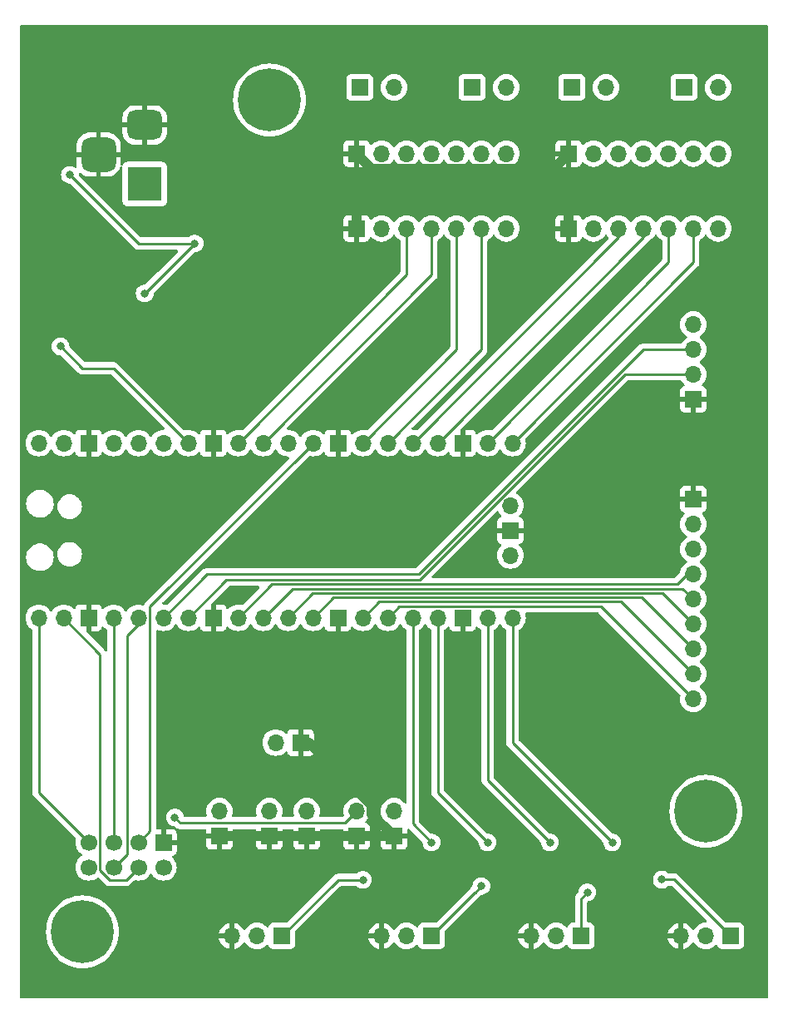
<source format=gbl>
%TF.GenerationSoftware,KiCad,Pcbnew,8.0.1-8.0.1-1~ubuntu22.04.1*%
%TF.CreationDate,2024-10-21T19:50:32-04:00*%
%TF.ProjectId,RedRobotBreakout,52656452-6f62-46f7-9442-7265616b6f75,rev?*%
%TF.SameCoordinates,Original*%
%TF.FileFunction,Copper,L4,Bot*%
%TF.FilePolarity,Positive*%
%FSLAX46Y46*%
G04 Gerber Fmt 4.6, Leading zero omitted, Abs format (unit mm)*
G04 Created by KiCad (PCBNEW 8.0.1-8.0.1-1~ubuntu22.04.1) date 2024-10-21 19:50:32*
%MOMM*%
%LPD*%
G01*
G04 APERTURE LIST*
G04 Aperture macros list*
%AMRoundRect*
0 Rectangle with rounded corners*
0 $1 Rounding radius*
0 $2 $3 $4 $5 $6 $7 $8 $9 X,Y pos of 4 corners*
0 Add a 4 corners polygon primitive as box body*
4,1,4,$2,$3,$4,$5,$6,$7,$8,$9,$2,$3,0*
0 Add four circle primitives for the rounded corners*
1,1,$1+$1,$2,$3*
1,1,$1+$1,$4,$5*
1,1,$1+$1,$6,$7*
1,1,$1+$1,$8,$9*
0 Add four rect primitives between the rounded corners*
20,1,$1+$1,$2,$3,$4,$5,0*
20,1,$1+$1,$4,$5,$6,$7,0*
20,1,$1+$1,$6,$7,$8,$9,0*
20,1,$1+$1,$8,$9,$2,$3,0*%
G04 Aperture macros list end*
%TA.AperFunction,ComponentPad*%
%ADD10RoundRect,0.875000X-0.875000X0.875000X-0.875000X-0.875000X0.875000X-0.875000X0.875000X0.875000X0*%
%TD*%
%TA.AperFunction,ComponentPad*%
%ADD11RoundRect,0.750000X-1.000000X0.750000X-1.000000X-0.750000X1.000000X-0.750000X1.000000X0.750000X0*%
%TD*%
%TA.AperFunction,ComponentPad*%
%ADD12R,3.500000X3.500000*%
%TD*%
%TA.AperFunction,ComponentPad*%
%ADD13R,1.700000X1.700000*%
%TD*%
%TA.AperFunction,ComponentPad*%
%ADD14O,1.700000X1.700000*%
%TD*%
%TA.AperFunction,ComponentPad*%
%ADD15C,0.800000*%
%TD*%
%TA.AperFunction,ComponentPad*%
%ADD16C,6.400000*%
%TD*%
%TA.AperFunction,ComponentPad*%
%ADD17C,1.700000*%
%TD*%
%TA.AperFunction,ViaPad*%
%ADD18C,0.800000*%
%TD*%
%TA.AperFunction,Conductor*%
%ADD19C,0.250000*%
%TD*%
%TA.AperFunction,Conductor*%
%ADD20C,1.000000*%
%TD*%
G04 APERTURE END LIST*
D10*
%TO.P,J5,3*%
%TO.N,GND*%
X150240000Y-43640000D03*
D11*
%TO.P,J5,2*%
X154940000Y-40640000D03*
D12*
%TO.P,J5,1*%
%TO.N,+BATT*%
X154940000Y-46640000D03*
%TD*%
D13*
%TO.P,U3,1,GND*%
%TO.N,GND*%
X198115000Y-51170000D03*
D14*
%TO.P,U3,2,VCC*%
%TO.N,+3V3*%
X200655000Y-51170000D03*
%TO.P,U3,3,B_IN2/B_EN*%
%TO.N,MOTOR3_EN*%
X203195000Y-51170000D03*
%TO.P,U3,4,B_IN1/B_PH*%
%TO.N,MOTOR3_PH*%
X205735000Y-51170000D03*
%TO.P,U3,5,A_IN2/A_EN*%
%TO.N,MOTOR4_EN*%
X208275000Y-51170000D03*
%TO.P,U3,6,A_IN2/A_PH*%
%TO.N,MOTOR4_PH*%
X210815000Y-51170000D03*
%TO.P,U3,7,MODE*%
%TO.N,+3V3*%
X213355000Y-51170000D03*
%TO.P,U3,8,VMM*%
%TO.N,unconnected-(U3-VMM-Pad8)*%
X213355000Y-43550000D03*
%TO.P,U3,9,A_OUT1*%
%TO.N,/M4+*%
X210815000Y-43550000D03*
%TO.P,U3,10,A_OUT2*%
%TO.N,/M4-*%
X208275000Y-43550000D03*
%TO.P,U3,11,B_OUT1*%
%TO.N,/M3+*%
X205735000Y-43550000D03*
%TO.P,U3,12,B_OUT2*%
%TO.N,/M3-*%
X203195000Y-43550000D03*
%TO.P,U3,13,VIN*%
%TO.N,+BATT*%
X200655000Y-43550000D03*
D13*
%TO.P,U3,14,GND*%
%TO.N,GND*%
X198115000Y-43550000D03*
%TD*%
D15*
%TO.P,H3,1*%
%TO.N,N/C*%
X150990000Y-122762944D03*
X150287056Y-124460000D03*
X150287056Y-121065888D03*
X148590000Y-125162944D03*
D16*
X148590000Y-122762944D03*
D15*
X148590000Y-120362944D03*
X146892944Y-124460000D03*
X146892944Y-121065888D03*
X146190000Y-122762944D03*
%TD*%
D14*
%TO.P,J3,2,Pin_2*%
%TO.N,/M3+*%
X201930000Y-36830000D03*
D13*
%TO.P,J3,1,Pin_1*%
%TO.N,/M3-*%
X198430000Y-36830000D03*
%TD*%
%TO.P,J16,1,Pin_1*%
%TO.N,GND*%
X176530000Y-113035000D03*
D14*
%TO.P,J16,2,Pin_2*%
%TO.N,+3V3*%
X176530000Y-110495000D03*
%TD*%
%TO.P,J1,2,Pin_2*%
%TO.N,/M1+*%
X180340000Y-36830000D03*
D13*
%TO.P,J1,1,Pin_1*%
%TO.N,/M1-*%
X176840000Y-36830000D03*
%TD*%
%TO.P,J13,1,Pin_1*%
%TO.N,GND*%
X162560000Y-113035000D03*
D14*
%TO.P,J13,2,Pin_2*%
%TO.N,+BATT*%
X162560000Y-110495000D03*
%TD*%
D13*
%TO.P,U4,1,GND*%
%TO.N,GND*%
X156845000Y-113665000D03*
D17*
%TO.P,U4,2,VCC*%
%TO.N,+3V3*%
X156845000Y-116205000D03*
%TO.P,U4,3,CE*%
%TO.N,NRF24_CE*%
X154305000Y-113665000D03*
%TO.P,U4,4,~{CSN}*%
%TO.N,SPI0_CSn*%
X154305000Y-116205000D03*
%TO.P,U4,5,SCK*%
%TO.N,SPI0_SCK*%
X151765000Y-113665000D03*
%TO.P,U4,6,MOSI*%
%TO.N,SPI0_TX*%
X151765000Y-116205000D03*
%TO.P,U4,7,MISO*%
%TO.N,SPI0_RX*%
X149225000Y-113665000D03*
%TO.P,U4,8,IRQ*%
%TO.N,unconnected-(U4-IRQ-Pad8)*%
X149225000Y-116205000D03*
%TD*%
D15*
%TO.P,H1,1*%
%TO.N,N/C*%
X214490000Y-110490000D03*
X213787056Y-112187056D03*
X213787056Y-108792944D03*
X212090000Y-112890000D03*
D16*
X212090000Y-110490000D03*
D15*
X212090000Y-108090000D03*
X210392944Y-112187056D03*
X210392944Y-108792944D03*
X209690000Y-110490000D03*
%TD*%
D13*
%TO.P,J15,1,Pin_1*%
%TO.N,GND*%
X171450000Y-113035000D03*
D14*
%TO.P,J15,2,Pin_2*%
%TO.N,+5V*%
X171450000Y-110495000D03*
%TD*%
D13*
%TO.P,U2,1,GND*%
%TO.N,GND*%
X176525000Y-51170000D03*
D14*
%TO.P,U2,2,VCC*%
%TO.N,+3V3*%
X179065000Y-51170000D03*
%TO.P,U2,3,B_IN2/B_EN*%
%TO.N,MOTOR1_EN*%
X181605000Y-51170000D03*
%TO.P,U2,4,B_IN1/B_PH*%
%TO.N,MOTOR1_PH*%
X184145000Y-51170000D03*
%TO.P,U2,5,A_IN2/A_EN*%
%TO.N,MOTOR2_EN*%
X186685000Y-51170000D03*
%TO.P,U2,6,A_IN2/A_PH*%
%TO.N,MOTOR2_PH*%
X189225000Y-51170000D03*
%TO.P,U2,7,MODE*%
%TO.N,+3V3*%
X191765000Y-51170000D03*
%TO.P,U2,8,VMM*%
%TO.N,unconnected-(U2-VMM-Pad8)*%
X191765000Y-43550000D03*
%TO.P,U2,9,A_OUT1*%
%TO.N,/M2+*%
X189225000Y-43550000D03*
%TO.P,U2,10,A_OUT2*%
%TO.N,/M2-*%
X186685000Y-43550000D03*
%TO.P,U2,11,B_OUT1*%
%TO.N,/M1+*%
X184145000Y-43550000D03*
%TO.P,U2,12,B_OUT2*%
%TO.N,/M1-*%
X181605000Y-43550000D03*
%TO.P,U2,13,VIN*%
%TO.N,+BATT*%
X179065000Y-43550000D03*
D13*
%TO.P,U2,14,GND*%
%TO.N,GND*%
X176525000Y-43550000D03*
%TD*%
D14*
%TO.P,J8,3,Pin_3*%
%TO.N,GND*%
X179055000Y-123190000D03*
%TO.P,J8,2,Pin_2*%
%TO.N,+5V*%
X181595000Y-123190000D03*
D13*
%TO.P,J8,1,Pin_1*%
%TO.N,Net-(J8-Pin_1)*%
X184135000Y-123190000D03*
%TD*%
%TO.P,J18,1,Pin_1*%
%TO.N,GND*%
X170820000Y-103505000D03*
D14*
%TO.P,J18,2,Pin_2*%
%TO.N,+BATT*%
X168280000Y-103505000D03*
%TD*%
D13*
%TO.P,J9,1,Pin_1*%
%TO.N,Net-(J9-Pin_1)*%
X168910000Y-123190000D03*
D14*
%TO.P,J9,2,Pin_2*%
%TO.N,+5V*%
X166370000Y-123190000D03*
%TO.P,J9,3,Pin_3*%
%TO.N,GND*%
X163830000Y-123190000D03*
%TD*%
%TO.P,U1,43,SWDIO*%
%TO.N,unconnected-(U1-SWDIO-Pad43)*%
X192175000Y-79375000D03*
D13*
%TO.P,U1,42,GND*%
%TO.N,GND*%
X192175000Y-81915000D03*
D14*
%TO.P,U1,41,SWCLK*%
%TO.N,unconnected-(U1-SWCLK-Pad41)*%
X192175000Y-84455000D03*
%TO.P,U1,40,VBUS*%
%TO.N,unconnected-(U1-VBUS-Pad40)*%
X144145000Y-73025000D03*
%TO.P,U1,39,VSYS*%
%TO.N,Net-(D2-K)*%
X146685000Y-73025000D03*
D13*
%TO.P,U1,38,GND*%
%TO.N,GND*%
X149225000Y-73025000D03*
D14*
%TO.P,U1,37,3V3_EN*%
%TO.N,unconnected-(U1-3V3_EN-Pad37)*%
X151765000Y-73025000D03*
%TO.P,U1,36,3V3*%
%TO.N,+3V3*%
X154305000Y-73025000D03*
%TO.P,U1,35,ADC_VREF*%
%TO.N,unconnected-(U1-ADC_VREF-Pad35)_0*%
X156845000Y-73025000D03*
%TO.P,U1,34,GPIO28_ADC2*%
%TO.N,GPIO_LED*%
X159385000Y-73025000D03*
D13*
%TO.P,U1,33,AGND*%
%TO.N,GND*%
X161925000Y-73025000D03*
D14*
%TO.P,U1,32,GPIO27_ADC1*%
%TO.N,MOTOR1_EN*%
X164465000Y-73025000D03*
%TO.P,U1,31,GPIO26_ADC0*%
%TO.N,MOTOR1_PH*%
X167005000Y-73025000D03*
%TO.P,U1,30,RUN*%
%TO.N,RSTb*%
X169545000Y-73025000D03*
%TO.P,U1,29,GPIO22*%
%TO.N,NRF24_CE*%
X172085000Y-73025000D03*
D13*
%TO.P,U1,28,GND*%
%TO.N,GND*%
X174625000Y-73025000D03*
D14*
%TO.P,U1,27,GPIO21*%
%TO.N,MOTOR2_EN*%
X177165000Y-73025000D03*
%TO.P,U1,26,GPIO20*%
%TO.N,MOTOR2_PH*%
X179705000Y-73025000D03*
%TO.P,U1,25,GPIO19*%
%TO.N,MOTOR3_EN*%
X182245000Y-73025000D03*
%TO.P,U1,24,GPIO18*%
%TO.N,MOTOR3_PH*%
X184785000Y-73025000D03*
D13*
%TO.P,U1,23,GND*%
%TO.N,GND*%
X187325000Y-73025000D03*
D14*
%TO.P,U1,22,GPIO17*%
%TO.N,MOTOR4_EN*%
X189865000Y-73025000D03*
%TO.P,U1,21,GPIO16*%
%TO.N,MOTOR4_PH*%
X192405000Y-73025000D03*
%TO.P,U1,20,GPIO15*%
%TO.N,SERVO1_PWM*%
X192405000Y-90805000D03*
%TO.P,U1,19,GPIO14*%
%TO.N,SERVO2_PWM*%
X189865000Y-90805000D03*
D13*
%TO.P,U1,18,GND*%
%TO.N,GND*%
X187325000Y-90805000D03*
D14*
%TO.P,U1,17,GPIO13*%
%TO.N,SERVO3_PWM*%
X184785000Y-90805000D03*
%TO.P,U1,16,GPIO12*%
%TO.N,SERVO4_PWM*%
X182245000Y-90805000D03*
%TO.P,U1,15,GPIO11*%
%TO.N,LINE_6*%
X179705000Y-90805000D03*
%TO.P,U1,14,GPIO10*%
%TO.N,LINE_5*%
X177165000Y-90805000D03*
D13*
%TO.P,U1,13,GND*%
%TO.N,GND*%
X174625000Y-90805000D03*
D14*
%TO.P,U1,12,GPIO9*%
%TO.N,LINE_4*%
X172085000Y-90805000D03*
%TO.P,U1,11,GPIO8*%
%TO.N,LINE_3*%
X169545000Y-90805000D03*
%TO.P,U1,10,GPIO7*%
%TO.N,LINE_2*%
X167005000Y-90805000D03*
%TO.P,U1,9,GPIO6*%
%TO.N,LINE_1*%
X164465000Y-90805000D03*
D13*
%TO.P,U1,8,GND*%
%TO.N,GND*%
X161925000Y-90805000D03*
D14*
%TO.P,U1,7,GPIO5*%
%TO.N,US_ECHO*%
X159385000Y-90805000D03*
%TO.P,U1,6,GPIO4*%
%TO.N,US_TRIG*%
X156845000Y-90805000D03*
%TO.P,U1,5,GPIO3*%
%TO.N,SPI0_TX*%
X154305000Y-90805000D03*
%TO.P,U1,4,GPIO2*%
%TO.N,SPI0_SCK*%
X151765000Y-90805000D03*
D13*
%TO.P,U1,3,GND*%
%TO.N,GND*%
X149225000Y-90805000D03*
D14*
%TO.P,U1,2,GPIO1*%
%TO.N,SPI0_CSn*%
X146685000Y-90805000D03*
%TO.P,U1,1,GPIO0*%
%TO.N,SPI0_RX*%
X144145000Y-90805000D03*
%TD*%
D13*
%TO.P,J17,1,Pin_1*%
%TO.N,GND*%
X180340000Y-113035000D03*
D14*
%TO.P,J17,2,Pin_2*%
%TO.N,+3V3*%
X180340000Y-110495000D03*
%TD*%
D15*
%TO.P,H2,1*%
%TO.N,N/C*%
X170040000Y-38100000D03*
X169337056Y-39797056D03*
X169337056Y-36402944D03*
X167640000Y-40500000D03*
D16*
X167640000Y-38100000D03*
D15*
X167640000Y-35700000D03*
X165942944Y-39797056D03*
X165942944Y-36402944D03*
X165240000Y-38100000D03*
%TD*%
D13*
%TO.P,J7,1,Pin_1*%
%TO.N,Net-(J7-Pin_1)*%
X199390000Y-123190000D03*
D14*
%TO.P,J7,2,Pin_2*%
%TO.N,+5V*%
X196850000Y-123190000D03*
%TO.P,J7,3,Pin_3*%
%TO.N,GND*%
X194310000Y-123190000D03*
%TD*%
D13*
%TO.P,J14,1,Pin_1*%
%TO.N,GND*%
X167640000Y-113035000D03*
D14*
%TO.P,J14,2,Pin_2*%
%TO.N,+5V*%
X167640000Y-110495000D03*
%TD*%
D13*
%TO.P,J10,1,Pin_1*%
%TO.N,GND*%
X210820000Y-68570000D03*
D14*
%TO.P,J10,2,Pin_2*%
%TO.N,US_ECHO*%
X210820000Y-66030000D03*
%TO.P,J10,3,Pin_3*%
%TO.N,US_TRIG*%
X210820000Y-63490000D03*
%TO.P,J10,4,Pin_4*%
%TO.N,+3V3*%
X210820000Y-60950000D03*
%TD*%
%TO.P,J6,3,Pin_3*%
%TO.N,GND*%
X209550000Y-123190000D03*
%TO.P,J6,2,Pin_2*%
%TO.N,+5V*%
X212090000Y-123190000D03*
D13*
%TO.P,J6,1,Pin_1*%
%TO.N,Net-(J6-Pin_1)*%
X214630000Y-123190000D03*
%TD*%
D14*
%TO.P,J2,2,Pin_2*%
%TO.N,/M2+*%
X191770000Y-36830000D03*
D13*
%TO.P,J2,1,Pin_1*%
%TO.N,/M2-*%
X188270000Y-36830000D03*
%TD*%
D14*
%TO.P,J4,2,Pin_2*%
%TO.N,/M4+*%
X213360000Y-36830000D03*
D13*
%TO.P,J4,1,Pin_1*%
%TO.N,/M4-*%
X209860000Y-36830000D03*
%TD*%
%TO.P,J11,1,Pin_1*%
%TO.N,GND*%
X210820000Y-78740000D03*
D14*
%TO.P,J11,2,Pin_2*%
%TO.N,+3V3*%
X210820000Y-81280000D03*
%TO.P,J11,3,Pin_3*%
%TO.N,unconnected-(J11-Pin_3-Pad3)*%
X210820000Y-83820000D03*
%TO.P,J11,4,Pin_4*%
%TO.N,LINE_1*%
X210820000Y-86360000D03*
%TO.P,J11,5,Pin_5*%
%TO.N,LINE_2*%
X210820000Y-88900000D03*
%TO.P,J11,6,Pin_6*%
%TO.N,LINE_3*%
X210820000Y-91440000D03*
%TO.P,J11,7,Pin_7*%
%TO.N,LINE_4*%
X210820000Y-93980000D03*
%TO.P,J11,8,Pin_8*%
%TO.N,LINE_5*%
X210820000Y-96520000D03*
%TO.P,J11,9,Pin_9*%
%TO.N,LINE_6*%
X210820000Y-99060000D03*
%TD*%
D18*
%TO.N,+5V*%
X147320000Y-45720000D03*
X160020000Y-52705000D03*
X154940000Y-57785000D03*
%TO.N,Net-(J6-Pin_1)*%
X207615000Y-117445000D03*
%TO.N,+3V3*%
X158020000Y-111125000D03*
%TO.N,SERVO1_PWM*%
X202565000Y-113665000D03*
%TO.N,SERVO2_PWM*%
X196215000Y-113665000D03*
%TO.N,SERVO3_PWM*%
X189865000Y-113665000D03*
%TO.N,SERVO4_PWM*%
X184150000Y-113665000D03*
%TO.N,Net-(J7-Pin_1)*%
X200025000Y-118745000D03*
%TO.N,Net-(J8-Pin_1)*%
X189230000Y-118110000D03*
%TO.N,Net-(J9-Pin_1)*%
X177165000Y-117475000D03*
%TO.N,GPIO_LED*%
X146367500Y-63182500D03*
%TD*%
D19*
%TO.N,Net-(J8-Pin_1)*%
X189230000Y-118110000D02*
X188595000Y-118745000D01*
X188580000Y-118745000D02*
X184135000Y-123190000D01*
X188595000Y-118745000D02*
X188580000Y-118745000D01*
%TO.N,Net-(J7-Pin_1)*%
X199390000Y-123190000D02*
X199390000Y-119380000D01*
X199390000Y-119380000D02*
X200025000Y-118745000D01*
%TO.N,+5V*%
X154305000Y-52705000D02*
X147320000Y-45720000D01*
X160020000Y-52705000D02*
X154305000Y-52705000D01*
X147320000Y-45720000D02*
X147637500Y-46037500D01*
X155575000Y-57150000D02*
X160020000Y-52705000D01*
X154940000Y-57785000D02*
X155575000Y-57150000D01*
%TO.N,Net-(J9-Pin_1)*%
X168910000Y-123190000D02*
X174625000Y-117475000D01*
X174625000Y-117475000D02*
X177165000Y-117475000D01*
%TO.N,Net-(J6-Pin_1)*%
X214630000Y-123190000D02*
X208885000Y-117445000D01*
X208885000Y-117445000D02*
X207615000Y-117445000D01*
D20*
%TO.N,GND*%
X176525000Y-51170000D02*
X176525000Y-46650000D01*
X176525000Y-46650000D02*
X178075000Y-45100000D01*
X180340000Y-113035000D02*
X178080000Y-110775000D01*
X178080000Y-110775000D02*
X178080000Y-109852968D01*
X198115000Y-51170000D02*
X198115000Y-46650000D01*
X178080000Y-109852968D02*
X171732032Y-103505000D01*
X171450000Y-113035000D02*
X167640000Y-113035000D01*
X180340000Y-113035000D02*
X162560000Y-113035000D01*
X198115000Y-43550000D02*
X196565000Y-45100000D01*
X178075000Y-45100000D02*
X176525000Y-43550000D01*
X198115000Y-46650000D02*
X196565000Y-45100000D01*
X171732032Y-103505000D02*
X170820000Y-103505000D01*
X196565000Y-45100000D02*
X178075000Y-45100000D01*
D19*
%TO.N,+3V3*%
X176530000Y-110495000D02*
X175355000Y-111670000D01*
X175355000Y-111670000D02*
X158565000Y-111670000D01*
X158565000Y-111670000D02*
X158020000Y-111125000D01*
%TO.N,SPI0_CSn*%
X146685000Y-90805000D02*
X150400000Y-94520000D01*
X150400000Y-116501701D02*
X151373299Y-117475000D01*
X150400000Y-94520000D02*
X150400000Y-116501701D01*
X153035000Y-117475000D02*
X154305000Y-116205000D01*
X151373299Y-117475000D02*
X153035000Y-117475000D01*
%TO.N,SPI0_SCK*%
X151765000Y-90805000D02*
X151765000Y-113665000D01*
%TO.N,SPI0_TX*%
X153130000Y-114840000D02*
X151765000Y-116205000D01*
X154305000Y-90805000D02*
X154305000Y-91440000D01*
X154305000Y-91440000D02*
X153130000Y-92615000D01*
X153130000Y-92615000D02*
X153130000Y-114840000D01*
%TO.N,SPI0_RX*%
X144145000Y-108585000D02*
X149225000Y-113665000D01*
X144145000Y-90805000D02*
X144145000Y-108585000D01*
%TO.N,SERVO1_PWM*%
X192405000Y-103505000D02*
X192405000Y-90805000D01*
X202565000Y-113665000D02*
X192405000Y-103505000D01*
%TO.N,SERVO2_PWM*%
X189865000Y-107315000D02*
X189865000Y-90805000D01*
X196215000Y-113665000D02*
X189865000Y-107315000D01*
%TO.N,SERVO3_PWM*%
X184785000Y-108585000D02*
X184785000Y-90805000D01*
X189865000Y-113665000D02*
X184785000Y-108585000D01*
%TO.N,SERVO4_PWM*%
X184150000Y-113665000D02*
X182245000Y-111760000D01*
X182245000Y-111760000D02*
X182245000Y-90805000D01*
%TO.N,MOTOR1_EN*%
X181605000Y-55885000D02*
X181605000Y-51170000D01*
X164465000Y-73025000D02*
X181605000Y-55885000D01*
%TO.N,MOTOR1_PH*%
X167005000Y-73025000D02*
X184145000Y-55885000D01*
X184145000Y-55885000D02*
X184145000Y-51170000D01*
%TO.N,MOTOR2_EN*%
X186685000Y-63505000D02*
X186685000Y-51170000D01*
X177165000Y-73025000D02*
X186685000Y-63505000D01*
%TO.N,MOTOR2_PH*%
X189225000Y-63505000D02*
X189225000Y-51170000D01*
X179705000Y-73025000D02*
X189225000Y-63505000D01*
%TO.N,MOTOR3_EN*%
X203195000Y-52075000D02*
X203195000Y-51170000D01*
X182245000Y-73025000D02*
X203195000Y-52075000D01*
%TO.N,MOTOR3_PH*%
X205735000Y-52075000D02*
X205735000Y-51170000D01*
X184785000Y-73025000D02*
X205735000Y-52075000D01*
%TO.N,MOTOR4_EN*%
X208275000Y-54615000D02*
X208275000Y-51170000D01*
X189865000Y-73025000D02*
X208275000Y-54615000D01*
%TO.N,MOTOR4_PH*%
X192405000Y-73025000D02*
X210815000Y-54615000D01*
X210815000Y-54615000D02*
X210815000Y-51170000D01*
%TO.N,US_ECHO*%
X182945000Y-86930000D02*
X163260000Y-86930000D01*
X203845000Y-66030000D02*
X182945000Y-86930000D01*
X163260000Y-86930000D02*
X159385000Y-90805000D01*
X210820000Y-66030000D02*
X203845000Y-66030000D01*
%TO.N,US_TRIG*%
X161290000Y-86360000D02*
X182878604Y-86360000D01*
X205748604Y-63490000D02*
X210820000Y-63490000D01*
X156845000Y-90805000D02*
X161290000Y-86360000D01*
X182878604Y-86360000D02*
X205748604Y-63490000D01*
%TO.N,LINE_1*%
X167890000Y-87380000D02*
X164465000Y-90805000D01*
X210820000Y-86360000D02*
X210185000Y-86360000D01*
X209165000Y-87380000D02*
X167890000Y-87380000D01*
X210185000Y-86360000D02*
X209165000Y-87380000D01*
%TO.N,LINE_2*%
X167005000Y-90805000D02*
X169980000Y-87830000D01*
X169980000Y-87830000D02*
X209750000Y-87830000D01*
X209750000Y-87830000D02*
X210820000Y-88900000D01*
%TO.N,LINE_3*%
X207660000Y-88280000D02*
X172070000Y-88280000D01*
X210820000Y-91440000D02*
X207660000Y-88280000D01*
X172070000Y-88280000D02*
X169545000Y-90805000D01*
%TO.N,LINE_4*%
X172085000Y-90805000D02*
X174160000Y-88730000D01*
X205570000Y-88730000D02*
X210820000Y-93980000D01*
X174160000Y-88730000D02*
X205570000Y-88730000D01*
%TO.N,LINE_5*%
X203480000Y-89180000D02*
X178790000Y-89180000D01*
X210820000Y-96520000D02*
X203480000Y-89180000D01*
X178790000Y-89180000D02*
X177165000Y-90805000D01*
%TO.N,LINE_6*%
X201390000Y-89630000D02*
X210820000Y-99060000D01*
X179705000Y-90805000D02*
X180880000Y-89630000D01*
X180880000Y-89630000D02*
X201390000Y-89630000D01*
%TO.N,NRF24_CE*%
X155480000Y-112490000D02*
X155480000Y-89630000D01*
X154305000Y-113665000D02*
X155480000Y-112490000D01*
X155480000Y-89630000D02*
X172085000Y-73025000D01*
%TO.N,GPIO_LED*%
X148590000Y-65405000D02*
X151765000Y-65405000D01*
X151765000Y-65405000D02*
X159385000Y-73025000D01*
X146367500Y-63182500D02*
X148590000Y-65405000D01*
%TD*%
%TA.AperFunction,Conductor*%
%TO.N,GND*%
G36*
X149475000Y-92155000D02*
G01*
X150122828Y-92155000D01*
X150122844Y-92154999D01*
X150182372Y-92148598D01*
X150182379Y-92148596D01*
X150317086Y-92098354D01*
X150317093Y-92098350D01*
X150432187Y-92012190D01*
X150432190Y-92012187D01*
X150518350Y-91897093D01*
X150518354Y-91897086D01*
X150567422Y-91765529D01*
X150609293Y-91709595D01*
X150674757Y-91685178D01*
X150743030Y-91700030D01*
X150771285Y-91721181D01*
X150893599Y-91843495D01*
X151086624Y-91978653D01*
X151130248Y-92033228D01*
X151139500Y-92080226D01*
X151139500Y-94092095D01*
X151119815Y-94159134D01*
X151067011Y-94204889D01*
X150997853Y-94214833D01*
X150934297Y-94185808D01*
X150912398Y-94160986D01*
X150885859Y-94121268D01*
X150856686Y-94092095D01*
X150798733Y-94034142D01*
X150798732Y-94034141D01*
X149389736Y-92625145D01*
X149011319Y-92246728D01*
X148977834Y-92185405D01*
X148975000Y-92159047D01*
X148975000Y-91249560D01*
X149028147Y-91280245D01*
X149157857Y-91315000D01*
X149292143Y-91315000D01*
X149421853Y-91280245D01*
X149475000Y-91249560D01*
X149475000Y-92155000D01*
G37*
%TD.AperFunction*%
%TA.AperFunction,Conductor*%
G36*
X166597586Y-87575185D02*
G01*
X166643341Y-87627989D01*
X166653285Y-87697147D01*
X166624260Y-87760703D01*
X166618228Y-87767181D01*
X164920646Y-89464762D01*
X164859323Y-89498247D01*
X164800872Y-89496856D01*
X164700413Y-89469938D01*
X164700403Y-89469936D01*
X164465001Y-89449341D01*
X164464999Y-89449341D01*
X164229596Y-89469936D01*
X164229586Y-89469938D01*
X164001344Y-89531094D01*
X164001335Y-89531098D01*
X163787171Y-89630964D01*
X163787169Y-89630965D01*
X163593600Y-89766503D01*
X163471284Y-89888819D01*
X163409961Y-89922303D01*
X163340269Y-89917319D01*
X163284336Y-89875447D01*
X163267421Y-89844470D01*
X163218354Y-89712913D01*
X163218350Y-89712906D01*
X163132190Y-89597812D01*
X163132187Y-89597809D01*
X163017093Y-89511649D01*
X163017086Y-89511645D01*
X162882379Y-89461403D01*
X162882372Y-89461401D01*
X162822844Y-89455000D01*
X162175000Y-89455000D01*
X162175000Y-90360439D01*
X162121853Y-90329755D01*
X161992143Y-90295000D01*
X161857857Y-90295000D01*
X161728147Y-90329755D01*
X161675000Y-90360439D01*
X161675000Y-89450952D01*
X161694685Y-89383913D01*
X161711319Y-89363271D01*
X163482772Y-87591819D01*
X163544095Y-87558334D01*
X163570453Y-87555500D01*
X166530547Y-87555500D01*
X166597586Y-87575185D01*
G37*
%TD.AperFunction*%
%TA.AperFunction,Conductor*%
G36*
X185499855Y-51836546D02*
G01*
X185516575Y-51855842D01*
X185646500Y-52041395D01*
X185646505Y-52041401D01*
X185813599Y-52208495D01*
X186006624Y-52343653D01*
X186050248Y-52398228D01*
X186059500Y-52445226D01*
X186059500Y-63194547D01*
X186039815Y-63261586D01*
X186023181Y-63282228D01*
X177620646Y-71684762D01*
X177559323Y-71718247D01*
X177500872Y-71716856D01*
X177400413Y-71689938D01*
X177400403Y-71689936D01*
X177165001Y-71669341D01*
X177164999Y-71669341D01*
X176929596Y-71689936D01*
X176929586Y-71689938D01*
X176701344Y-71751094D01*
X176701335Y-71751098D01*
X176487171Y-71850964D01*
X176487169Y-71850965D01*
X176293600Y-71986503D01*
X176171284Y-72108819D01*
X176109961Y-72142303D01*
X176040269Y-72137319D01*
X175984336Y-72095447D01*
X175967421Y-72064470D01*
X175918354Y-71932913D01*
X175918350Y-71932906D01*
X175832190Y-71817812D01*
X175832187Y-71817809D01*
X175717093Y-71731649D01*
X175717086Y-71731645D01*
X175582379Y-71681403D01*
X175582372Y-71681401D01*
X175522844Y-71675000D01*
X174875000Y-71675000D01*
X174875000Y-72580439D01*
X174821853Y-72549755D01*
X174692143Y-72515000D01*
X174557857Y-72515000D01*
X174428147Y-72549755D01*
X174375000Y-72580439D01*
X174375000Y-71675000D01*
X173727155Y-71675000D01*
X173667627Y-71681401D01*
X173667620Y-71681403D01*
X173532913Y-71731645D01*
X173532906Y-71731649D01*
X173417812Y-71817809D01*
X173417809Y-71817812D01*
X173331649Y-71932906D01*
X173331645Y-71932913D01*
X173282578Y-72064470D01*
X173240707Y-72120404D01*
X173175242Y-72144821D01*
X173106969Y-72129969D01*
X173078715Y-72108819D01*
X173034366Y-72064470D01*
X172956401Y-71986505D01*
X172956397Y-71986502D01*
X172956396Y-71986501D01*
X172762834Y-71850967D01*
X172762830Y-71850965D01*
X172691727Y-71817809D01*
X172548663Y-71751097D01*
X172548659Y-71751096D01*
X172548655Y-71751094D01*
X172320413Y-71689938D01*
X172320403Y-71689936D01*
X172085001Y-71669341D01*
X172084999Y-71669341D01*
X171849596Y-71689936D01*
X171849586Y-71689938D01*
X171621344Y-71751094D01*
X171621335Y-71751098D01*
X171407171Y-71850964D01*
X171407169Y-71850965D01*
X171213597Y-71986505D01*
X171046505Y-72153597D01*
X170916575Y-72339158D01*
X170861998Y-72382783D01*
X170792500Y-72389977D01*
X170730145Y-72358454D01*
X170713425Y-72339158D01*
X170583494Y-72153597D01*
X170416402Y-71986506D01*
X170416395Y-71986501D01*
X170222834Y-71850967D01*
X170222830Y-71850965D01*
X170151727Y-71817809D01*
X170008663Y-71751097D01*
X170008659Y-71751096D01*
X170008655Y-71751094D01*
X169780413Y-71689938D01*
X169780403Y-71689936D01*
X169545001Y-71669341D01*
X169544610Y-71669341D01*
X169544444Y-71669292D01*
X169539606Y-71668869D01*
X169539691Y-71667896D01*
X169477571Y-71649656D01*
X169431816Y-71596852D01*
X169421872Y-71527694D01*
X169450897Y-71464138D01*
X169456929Y-71457660D01*
X173242418Y-67672172D01*
X184630857Y-56283734D01*
X184699311Y-56181286D01*
X184746463Y-56067452D01*
X184770500Y-55946607D01*
X184770500Y-55823394D01*
X184770500Y-52445226D01*
X184790185Y-52378187D01*
X184823374Y-52343654D01*
X185016401Y-52208495D01*
X185183495Y-52041401D01*
X185313425Y-51855842D01*
X185368002Y-51812217D01*
X185437500Y-51805023D01*
X185499855Y-51836546D01*
G37*
%TD.AperFunction*%
%TA.AperFunction,Conductor*%
G36*
X207089855Y-51836546D02*
G01*
X207106575Y-51855842D01*
X207236500Y-52041395D01*
X207236505Y-52041401D01*
X207403599Y-52208495D01*
X207596624Y-52343653D01*
X207640248Y-52398228D01*
X207649500Y-52445226D01*
X207649500Y-54304547D01*
X207629815Y-54371586D01*
X207613181Y-54392228D01*
X190320646Y-71684762D01*
X190259323Y-71718247D01*
X190200872Y-71716856D01*
X190100413Y-71689938D01*
X190100403Y-71689936D01*
X189865001Y-71669341D01*
X189864999Y-71669341D01*
X189629596Y-71689936D01*
X189629586Y-71689938D01*
X189401344Y-71751094D01*
X189401335Y-71751098D01*
X189187171Y-71850964D01*
X189187169Y-71850965D01*
X188993600Y-71986503D01*
X188871284Y-72108819D01*
X188809961Y-72142303D01*
X188740269Y-72137319D01*
X188684336Y-72095447D01*
X188667421Y-72064470D01*
X188618354Y-71932913D01*
X188618350Y-71932906D01*
X188532190Y-71817812D01*
X188532187Y-71817809D01*
X188417093Y-71731649D01*
X188417086Y-71731645D01*
X188282379Y-71681403D01*
X188282372Y-71681401D01*
X188222844Y-71675000D01*
X187575000Y-71675000D01*
X187575000Y-72580439D01*
X187521853Y-72549755D01*
X187392143Y-72515000D01*
X187257857Y-72515000D01*
X187128147Y-72549755D01*
X187075000Y-72580439D01*
X187075000Y-71670951D01*
X187094685Y-71603912D01*
X187111319Y-71583270D01*
X196576164Y-62118425D01*
X206133729Y-52560860D01*
X206133733Y-52560858D01*
X206220858Y-52473733D01*
X206240589Y-52444203D01*
X206291285Y-52400712D01*
X206412830Y-52344035D01*
X206606401Y-52208495D01*
X206773495Y-52041401D01*
X206903425Y-51855842D01*
X206958002Y-51812217D01*
X207027500Y-51805023D01*
X207089855Y-51836546D01*
G37*
%TD.AperFunction*%
%TA.AperFunction,Conductor*%
G36*
X218383039Y-30499685D02*
G01*
X218428794Y-30552489D01*
X218440000Y-30604000D01*
X218440000Y-129416000D01*
X218420315Y-129483039D01*
X218367511Y-129528794D01*
X218316000Y-129540000D01*
X142364000Y-129540000D01*
X142296961Y-129520315D01*
X142251206Y-129467511D01*
X142240000Y-129416000D01*
X142240000Y-122762944D01*
X144884422Y-122762944D01*
X144904722Y-123150282D01*
X144965398Y-123533377D01*
X144997628Y-123653663D01*
X145065788Y-123908038D01*
X145204787Y-124270141D01*
X145380877Y-124615737D01*
X145592122Y-124941026D01*
X145592124Y-124941028D01*
X145836219Y-125242460D01*
X146110484Y-125516725D01*
X146110488Y-125516728D01*
X146411917Y-125760821D01*
X146737206Y-125972066D01*
X146737211Y-125972069D01*
X147082806Y-126148158D01*
X147444913Y-126287158D01*
X147819567Y-126387546D01*
X148202662Y-126448222D01*
X148568576Y-126467399D01*
X148589999Y-126468522D01*
X148590000Y-126468522D01*
X148590001Y-126468522D01*
X148610301Y-126467458D01*
X148977338Y-126448222D01*
X149360433Y-126387546D01*
X149735087Y-126287158D01*
X150097194Y-126148158D01*
X150442789Y-125972069D01*
X150768084Y-125760820D01*
X151069516Y-125516725D01*
X151343781Y-125242460D01*
X151587876Y-124941028D01*
X151799125Y-124615733D01*
X151975214Y-124270138D01*
X152114214Y-123908031D01*
X152214602Y-123533377D01*
X152229391Y-123440000D01*
X162499364Y-123440000D01*
X162556567Y-123653486D01*
X162556570Y-123653492D01*
X162656399Y-123867578D01*
X162791894Y-124061082D01*
X162958917Y-124228105D01*
X163152421Y-124363600D01*
X163366507Y-124463429D01*
X163366516Y-124463433D01*
X163580000Y-124520634D01*
X163580000Y-123623012D01*
X163637007Y-123655925D01*
X163764174Y-123690000D01*
X163895826Y-123690000D01*
X164022993Y-123655925D01*
X164080000Y-123623012D01*
X164080000Y-124520633D01*
X164293483Y-124463433D01*
X164293492Y-124463429D01*
X164507578Y-124363600D01*
X164701082Y-124228105D01*
X164868105Y-124061082D01*
X164998119Y-123875405D01*
X165052696Y-123831781D01*
X165122195Y-123824588D01*
X165184549Y-123856110D01*
X165201269Y-123875405D01*
X165331505Y-124061401D01*
X165498599Y-124228495D01*
X165595384Y-124296265D01*
X165692165Y-124364032D01*
X165692167Y-124364033D01*
X165692170Y-124364035D01*
X165906337Y-124463903D01*
X166134592Y-124525063D01*
X166311034Y-124540500D01*
X166369999Y-124545659D01*
X166370000Y-124545659D01*
X166370001Y-124545659D01*
X166428966Y-124540500D01*
X166605408Y-124525063D01*
X166833663Y-124463903D01*
X167047830Y-124364035D01*
X167241401Y-124228495D01*
X167363329Y-124106566D01*
X167424648Y-124073084D01*
X167494340Y-124078068D01*
X167550274Y-124119939D01*
X167567189Y-124150917D01*
X167616202Y-124282328D01*
X167616206Y-124282335D01*
X167702452Y-124397544D01*
X167702455Y-124397547D01*
X167817664Y-124483793D01*
X167817671Y-124483797D01*
X167952517Y-124534091D01*
X167952516Y-124534091D01*
X167959444Y-124534835D01*
X168012127Y-124540500D01*
X169807872Y-124540499D01*
X169867483Y-124534091D01*
X170002331Y-124483796D01*
X170117546Y-124397546D01*
X170203796Y-124282331D01*
X170254091Y-124147483D01*
X170260500Y-124087873D01*
X170260500Y-123440000D01*
X177724364Y-123440000D01*
X177781567Y-123653486D01*
X177781570Y-123653492D01*
X177881399Y-123867578D01*
X178016894Y-124061082D01*
X178183917Y-124228105D01*
X178377421Y-124363600D01*
X178591507Y-124463429D01*
X178591516Y-124463433D01*
X178805000Y-124520634D01*
X178805000Y-123623012D01*
X178862007Y-123655925D01*
X178989174Y-123690000D01*
X179120826Y-123690000D01*
X179247993Y-123655925D01*
X179305000Y-123623012D01*
X179305000Y-124520633D01*
X179518483Y-124463433D01*
X179518492Y-124463429D01*
X179732578Y-124363600D01*
X179926082Y-124228105D01*
X180093105Y-124061082D01*
X180223119Y-123875405D01*
X180277696Y-123831781D01*
X180347195Y-123824588D01*
X180409549Y-123856110D01*
X180426269Y-123875405D01*
X180556505Y-124061401D01*
X180723599Y-124228495D01*
X180820384Y-124296265D01*
X180917165Y-124364032D01*
X180917167Y-124364033D01*
X180917170Y-124364035D01*
X181131337Y-124463903D01*
X181359592Y-124525063D01*
X181536034Y-124540500D01*
X181594999Y-124545659D01*
X181595000Y-124545659D01*
X181595001Y-124545659D01*
X181653966Y-124540500D01*
X181830408Y-124525063D01*
X182058663Y-124463903D01*
X182272830Y-124364035D01*
X182466401Y-124228495D01*
X182588329Y-124106566D01*
X182649648Y-124073084D01*
X182719340Y-124078068D01*
X182775274Y-124119939D01*
X182792189Y-124150917D01*
X182841202Y-124282328D01*
X182841206Y-124282335D01*
X182927452Y-124397544D01*
X182927455Y-124397547D01*
X183042664Y-124483793D01*
X183042671Y-124483797D01*
X183177517Y-124534091D01*
X183177516Y-124534091D01*
X183184444Y-124534835D01*
X183237127Y-124540500D01*
X185032872Y-124540499D01*
X185092483Y-124534091D01*
X185227331Y-124483796D01*
X185342546Y-124397546D01*
X185428796Y-124282331D01*
X185479091Y-124147483D01*
X185485500Y-124087873D01*
X185485500Y-123440000D01*
X192979364Y-123440000D01*
X193036567Y-123653486D01*
X193036570Y-123653492D01*
X193136399Y-123867578D01*
X193271894Y-124061082D01*
X193438917Y-124228105D01*
X193632421Y-124363600D01*
X193846507Y-124463429D01*
X193846516Y-124463433D01*
X194060000Y-124520634D01*
X194060000Y-123623012D01*
X194117007Y-123655925D01*
X194244174Y-123690000D01*
X194375826Y-123690000D01*
X194502993Y-123655925D01*
X194560000Y-123623012D01*
X194560000Y-124520634D01*
X194773483Y-124463433D01*
X194773492Y-124463429D01*
X194987578Y-124363600D01*
X195181082Y-124228105D01*
X195348105Y-124061082D01*
X195478119Y-123875405D01*
X195532696Y-123831781D01*
X195602195Y-123824588D01*
X195664549Y-123856110D01*
X195681269Y-123875405D01*
X195811505Y-124061401D01*
X195978599Y-124228495D01*
X196075384Y-124296265D01*
X196172165Y-124364032D01*
X196172167Y-124364033D01*
X196172170Y-124364035D01*
X196386337Y-124463903D01*
X196614592Y-124525063D01*
X196791034Y-124540500D01*
X196849999Y-124545659D01*
X196850000Y-124545659D01*
X196850001Y-124545659D01*
X196908966Y-124540500D01*
X197085408Y-124525063D01*
X197313663Y-124463903D01*
X197527830Y-124364035D01*
X197721401Y-124228495D01*
X197843329Y-124106566D01*
X197904648Y-124073084D01*
X197974340Y-124078068D01*
X198030274Y-124119939D01*
X198047189Y-124150917D01*
X198096202Y-124282328D01*
X198096206Y-124282335D01*
X198182452Y-124397544D01*
X198182455Y-124397547D01*
X198297664Y-124483793D01*
X198297671Y-124483797D01*
X198432517Y-124534091D01*
X198432516Y-124534091D01*
X198439444Y-124534835D01*
X198492127Y-124540500D01*
X200287872Y-124540499D01*
X200347483Y-124534091D01*
X200482331Y-124483796D01*
X200597546Y-124397546D01*
X200683796Y-124282331D01*
X200734091Y-124147483D01*
X200740500Y-124087873D01*
X200740499Y-122292128D01*
X200734091Y-122232517D01*
X200732810Y-122229083D01*
X200683797Y-122097671D01*
X200683793Y-122097664D01*
X200597547Y-121982455D01*
X200597544Y-121982452D01*
X200482335Y-121896206D01*
X200482328Y-121896202D01*
X200347482Y-121845908D01*
X200347483Y-121845908D01*
X200287883Y-121839501D01*
X200287881Y-121839500D01*
X200287873Y-121839500D01*
X200287865Y-121839500D01*
X200139500Y-121839500D01*
X200072461Y-121819815D01*
X200026706Y-121767011D01*
X200015500Y-121715500D01*
X200015500Y-119768049D01*
X200035185Y-119701010D01*
X200087989Y-119655255D01*
X200113720Y-119646759D01*
X200119643Y-119645500D01*
X200119646Y-119645500D01*
X200304803Y-119606144D01*
X200477730Y-119529151D01*
X200630871Y-119417888D01*
X200757533Y-119277216D01*
X200852179Y-119113284D01*
X200910674Y-118933256D01*
X200930460Y-118745000D01*
X200910674Y-118556744D01*
X200852179Y-118376716D01*
X200757533Y-118212784D01*
X200630871Y-118072112D01*
X200630870Y-118072111D01*
X200477734Y-117960851D01*
X200477729Y-117960848D01*
X200304807Y-117883857D01*
X200304802Y-117883855D01*
X200159001Y-117852865D01*
X200119646Y-117844500D01*
X199930354Y-117844500D01*
X199897897Y-117851398D01*
X199745197Y-117883855D01*
X199745192Y-117883857D01*
X199572270Y-117960848D01*
X199572265Y-117960851D01*
X199419129Y-118072111D01*
X199292466Y-118212785D01*
X199197821Y-118376715D01*
X199197818Y-118376722D01*
X199164819Y-118478284D01*
X199139326Y-118556744D01*
X199130343Y-118642214D01*
X199121679Y-118724649D01*
X199095094Y-118789263D01*
X199086040Y-118799368D01*
X198991269Y-118894140D01*
X198991268Y-118894139D01*
X198991267Y-118894142D01*
X198904144Y-118981264D01*
X198904138Y-118981272D01*
X198835690Y-119083708D01*
X198835689Y-119083710D01*
X198813060Y-119138340D01*
X198813061Y-119138341D01*
X198788537Y-119197549D01*
X198788535Y-119197556D01*
X198780345Y-119238728D01*
X198780346Y-119238729D01*
X198768297Y-119299308D01*
X198768296Y-119299314D01*
X198764500Y-119318394D01*
X198764500Y-121715500D01*
X198744815Y-121782539D01*
X198692011Y-121828294D01*
X198640501Y-121839500D01*
X198492130Y-121839500D01*
X198492123Y-121839501D01*
X198432516Y-121845908D01*
X198297671Y-121896202D01*
X198297664Y-121896206D01*
X198182455Y-121982452D01*
X198182452Y-121982455D01*
X198096206Y-122097664D01*
X198096203Y-122097669D01*
X198047189Y-122229083D01*
X198005317Y-122285016D01*
X197939853Y-122309433D01*
X197871580Y-122294581D01*
X197843326Y-122273430D01*
X197721402Y-122151506D01*
X197721395Y-122151501D01*
X197527834Y-122015967D01*
X197527830Y-122015965D01*
X197527828Y-122015964D01*
X197313663Y-121916097D01*
X197313659Y-121916096D01*
X197313655Y-121916094D01*
X197085413Y-121854938D01*
X197085403Y-121854936D01*
X196850001Y-121834341D01*
X196849999Y-121834341D01*
X196614596Y-121854936D01*
X196614586Y-121854938D01*
X196386344Y-121916094D01*
X196386335Y-121916098D01*
X196172171Y-122015964D01*
X196172169Y-122015965D01*
X195978597Y-122151505D01*
X195811508Y-122318594D01*
X195681269Y-122504595D01*
X195626692Y-122548219D01*
X195557193Y-122555412D01*
X195494839Y-122523890D01*
X195478119Y-122504594D01*
X195348113Y-122318926D01*
X195348108Y-122318920D01*
X195181082Y-122151894D01*
X194987578Y-122016399D01*
X194773492Y-121916570D01*
X194773486Y-121916567D01*
X194560000Y-121859364D01*
X194560000Y-122756988D01*
X194502993Y-122724075D01*
X194375826Y-122690000D01*
X194244174Y-122690000D01*
X194117007Y-122724075D01*
X194060000Y-122756988D01*
X194060000Y-121859364D01*
X194059999Y-121859364D01*
X193846513Y-121916567D01*
X193846507Y-121916570D01*
X193632422Y-122016399D01*
X193632420Y-122016400D01*
X193438926Y-122151886D01*
X193438920Y-122151891D01*
X193271891Y-122318920D01*
X193271886Y-122318926D01*
X193136400Y-122512420D01*
X193136399Y-122512422D01*
X193036570Y-122726507D01*
X193036567Y-122726513D01*
X192979364Y-122939999D01*
X192979364Y-122940000D01*
X193876988Y-122940000D01*
X193844075Y-122997007D01*
X193810000Y-123124174D01*
X193810000Y-123255826D01*
X193844075Y-123382993D01*
X193876988Y-123440000D01*
X192979364Y-123440000D01*
X185485500Y-123440000D01*
X185485499Y-122775450D01*
X185505184Y-122708412D01*
X185521813Y-122687775D01*
X188939891Y-119269697D01*
X188958674Y-119254282D01*
X188993733Y-119230858D01*
X189080858Y-119143733D01*
X189080858Y-119143731D01*
X189091066Y-119133524D01*
X189091069Y-119133520D01*
X189177773Y-119046818D01*
X189239096Y-119013333D01*
X189265453Y-119010500D01*
X189324644Y-119010500D01*
X189324646Y-119010500D01*
X189509803Y-118971144D01*
X189682730Y-118894151D01*
X189835871Y-118782888D01*
X189962533Y-118642216D01*
X190057179Y-118478284D01*
X190115674Y-118298256D01*
X190135460Y-118110000D01*
X190115674Y-117921744D01*
X190057179Y-117741716D01*
X189962533Y-117577784D01*
X189842973Y-117445000D01*
X206709540Y-117445000D01*
X206729326Y-117633256D01*
X206729327Y-117633259D01*
X206787818Y-117813277D01*
X206787821Y-117813284D01*
X206882467Y-117977216D01*
X206999162Y-118106819D01*
X207009129Y-118117888D01*
X207162265Y-118229148D01*
X207162270Y-118229151D01*
X207335192Y-118306142D01*
X207335197Y-118306144D01*
X207520354Y-118345500D01*
X207520355Y-118345500D01*
X207709644Y-118345500D01*
X207709646Y-118345500D01*
X207894803Y-118306144D01*
X208067730Y-118229151D01*
X208220871Y-118117888D01*
X208223788Y-118114647D01*
X208226600Y-118111526D01*
X208286087Y-118074879D01*
X208318748Y-118070500D01*
X208574548Y-118070500D01*
X208641587Y-118090185D01*
X208662229Y-118106819D01*
X212178070Y-121622660D01*
X212211555Y-121683983D01*
X212206571Y-121753675D01*
X212164699Y-121809608D01*
X212099235Y-121834025D01*
X212090389Y-121834341D01*
X212089999Y-121834341D01*
X211854596Y-121854936D01*
X211854586Y-121854938D01*
X211626344Y-121916094D01*
X211626335Y-121916098D01*
X211412171Y-122015964D01*
X211412169Y-122015965D01*
X211218597Y-122151505D01*
X211051508Y-122318594D01*
X210921269Y-122504595D01*
X210866692Y-122548219D01*
X210797193Y-122555412D01*
X210734839Y-122523890D01*
X210718119Y-122504594D01*
X210588113Y-122318926D01*
X210588108Y-122318920D01*
X210421082Y-122151894D01*
X210227578Y-122016399D01*
X210013492Y-121916570D01*
X210013486Y-121916567D01*
X209800000Y-121859364D01*
X209800000Y-122756988D01*
X209742993Y-122724075D01*
X209615826Y-122690000D01*
X209484174Y-122690000D01*
X209357007Y-122724075D01*
X209300000Y-122756988D01*
X209300000Y-121859364D01*
X209299999Y-121859364D01*
X209086513Y-121916567D01*
X209086507Y-121916570D01*
X208872422Y-122016399D01*
X208872420Y-122016400D01*
X208678926Y-122151886D01*
X208678920Y-122151891D01*
X208511891Y-122318920D01*
X208511886Y-122318926D01*
X208376400Y-122512420D01*
X208376399Y-122512422D01*
X208276570Y-122726507D01*
X208276567Y-122726513D01*
X208219364Y-122939999D01*
X208219364Y-122940000D01*
X209116988Y-122940000D01*
X209084075Y-122997007D01*
X209050000Y-123124174D01*
X209050000Y-123255826D01*
X209084075Y-123382993D01*
X209116988Y-123440000D01*
X208219364Y-123440000D01*
X208276567Y-123653486D01*
X208276570Y-123653492D01*
X208376399Y-123867578D01*
X208511894Y-124061082D01*
X208678917Y-124228105D01*
X208872421Y-124363600D01*
X209086507Y-124463429D01*
X209086516Y-124463433D01*
X209300000Y-124520634D01*
X209300000Y-123623012D01*
X209357007Y-123655925D01*
X209484174Y-123690000D01*
X209615826Y-123690000D01*
X209742993Y-123655925D01*
X209800000Y-123623012D01*
X209800000Y-124520634D01*
X210013483Y-124463433D01*
X210013492Y-124463429D01*
X210227578Y-124363600D01*
X210421082Y-124228105D01*
X210588105Y-124061082D01*
X210718119Y-123875405D01*
X210772696Y-123831781D01*
X210842195Y-123824588D01*
X210904549Y-123856110D01*
X210921269Y-123875405D01*
X211051505Y-124061401D01*
X211218599Y-124228495D01*
X211315384Y-124296265D01*
X211412165Y-124364032D01*
X211412167Y-124364033D01*
X211412170Y-124364035D01*
X211626337Y-124463903D01*
X211854592Y-124525063D01*
X212031034Y-124540500D01*
X212089999Y-124545659D01*
X212090000Y-124545659D01*
X212090001Y-124545659D01*
X212148966Y-124540500D01*
X212325408Y-124525063D01*
X212553663Y-124463903D01*
X212767830Y-124364035D01*
X212961401Y-124228495D01*
X213083329Y-124106566D01*
X213144648Y-124073084D01*
X213214340Y-124078068D01*
X213270274Y-124119939D01*
X213287189Y-124150917D01*
X213336202Y-124282328D01*
X213336206Y-124282335D01*
X213422452Y-124397544D01*
X213422455Y-124397547D01*
X213537664Y-124483793D01*
X213537671Y-124483797D01*
X213672517Y-124534091D01*
X213672516Y-124534091D01*
X213679444Y-124534835D01*
X213732127Y-124540500D01*
X215527872Y-124540499D01*
X215587483Y-124534091D01*
X215722331Y-124483796D01*
X215837546Y-124397546D01*
X215923796Y-124282331D01*
X215974091Y-124147483D01*
X215980500Y-124087873D01*
X215980499Y-122292128D01*
X215974091Y-122232517D01*
X215972810Y-122229083D01*
X215923797Y-122097671D01*
X215923793Y-122097664D01*
X215837547Y-121982455D01*
X215837544Y-121982452D01*
X215722335Y-121896206D01*
X215722328Y-121896202D01*
X215587482Y-121845908D01*
X215587483Y-121845908D01*
X215527883Y-121839501D01*
X215527881Y-121839500D01*
X215527873Y-121839500D01*
X215527865Y-121839500D01*
X214215452Y-121839500D01*
X214148413Y-121819815D01*
X214127771Y-121803181D01*
X209375198Y-117050608D01*
X209375178Y-117050586D01*
X209283736Y-116959144D01*
X209283732Y-116959141D01*
X209226183Y-116920688D01*
X209181287Y-116890689D01*
X209181286Y-116890688D01*
X209181283Y-116890686D01*
X209181280Y-116890685D01*
X209100792Y-116857347D01*
X209067453Y-116843537D01*
X209057427Y-116841543D01*
X209007029Y-116831518D01*
X208946610Y-116819500D01*
X208946607Y-116819500D01*
X208946606Y-116819500D01*
X208318748Y-116819500D01*
X208251709Y-116799815D01*
X208226600Y-116778474D01*
X208220873Y-116772114D01*
X208220869Y-116772110D01*
X208067734Y-116660851D01*
X208067729Y-116660848D01*
X207894807Y-116583857D01*
X207894802Y-116583855D01*
X207749001Y-116552865D01*
X207709646Y-116544500D01*
X207520354Y-116544500D01*
X207487897Y-116551398D01*
X207335197Y-116583855D01*
X207335192Y-116583857D01*
X207162270Y-116660848D01*
X207162265Y-116660851D01*
X207009129Y-116772111D01*
X206882466Y-116912785D01*
X206787821Y-117076715D01*
X206787818Y-117076722D01*
X206731364Y-117250472D01*
X206729326Y-117256744D01*
X206709540Y-117445000D01*
X189842973Y-117445000D01*
X189835871Y-117437112D01*
X189755935Y-117379035D01*
X189682734Y-117325851D01*
X189682729Y-117325848D01*
X189509807Y-117248857D01*
X189509802Y-117248855D01*
X189351246Y-117215154D01*
X189324646Y-117209500D01*
X189135354Y-117209500D01*
X189108754Y-117215154D01*
X188950197Y-117248855D01*
X188950192Y-117248857D01*
X188777270Y-117325848D01*
X188777265Y-117325851D01*
X188624129Y-117437111D01*
X188497466Y-117577785D01*
X188402821Y-117741715D01*
X188402818Y-117741722D01*
X188356636Y-117883857D01*
X188344326Y-117921744D01*
X188326679Y-118089649D01*
X188300094Y-118154263D01*
X188291039Y-118164368D01*
X188235108Y-118220299D01*
X188216321Y-118235718D01*
X188181267Y-118259141D01*
X188142153Y-118298256D01*
X188094142Y-118346267D01*
X188094139Y-118346270D01*
X184637227Y-121803181D01*
X184575904Y-121836666D01*
X184549546Y-121839500D01*
X183237129Y-121839500D01*
X183237123Y-121839501D01*
X183177516Y-121845908D01*
X183042671Y-121896202D01*
X183042664Y-121896206D01*
X182927455Y-121982452D01*
X182927452Y-121982455D01*
X182841206Y-122097664D01*
X182841203Y-122097669D01*
X182792189Y-122229083D01*
X182750317Y-122285016D01*
X182684853Y-122309433D01*
X182616580Y-122294581D01*
X182588326Y-122273430D01*
X182466402Y-122151506D01*
X182466395Y-122151501D01*
X182272834Y-122015967D01*
X182272830Y-122015965D01*
X182272828Y-122015964D01*
X182058663Y-121916097D01*
X182058659Y-121916096D01*
X182058655Y-121916094D01*
X181830413Y-121854938D01*
X181830403Y-121854936D01*
X181595001Y-121834341D01*
X181594999Y-121834341D01*
X181359596Y-121854936D01*
X181359586Y-121854938D01*
X181131344Y-121916094D01*
X181131335Y-121916098D01*
X180917171Y-122015964D01*
X180917169Y-122015965D01*
X180723597Y-122151505D01*
X180556508Y-122318594D01*
X180426269Y-122504595D01*
X180371692Y-122548219D01*
X180302193Y-122555412D01*
X180239839Y-122523890D01*
X180223119Y-122504594D01*
X180093113Y-122318926D01*
X180093108Y-122318920D01*
X179926082Y-122151894D01*
X179732578Y-122016399D01*
X179518492Y-121916570D01*
X179518486Y-121916567D01*
X179305000Y-121859364D01*
X179305000Y-122756988D01*
X179247993Y-122724075D01*
X179120826Y-122690000D01*
X178989174Y-122690000D01*
X178862007Y-122724075D01*
X178805000Y-122756988D01*
X178805000Y-121859364D01*
X178804999Y-121859364D01*
X178591513Y-121916567D01*
X178591507Y-121916570D01*
X178377422Y-122016399D01*
X178377420Y-122016400D01*
X178183926Y-122151886D01*
X178183920Y-122151891D01*
X178016891Y-122318920D01*
X178016886Y-122318926D01*
X177881400Y-122512420D01*
X177881399Y-122512422D01*
X177781570Y-122726507D01*
X177781567Y-122726513D01*
X177724364Y-122939999D01*
X177724364Y-122940000D01*
X178621988Y-122940000D01*
X178589075Y-122997007D01*
X178555000Y-123124174D01*
X178555000Y-123255826D01*
X178589075Y-123382993D01*
X178621988Y-123440000D01*
X177724364Y-123440000D01*
X170260500Y-123440000D01*
X170260499Y-122775450D01*
X170280184Y-122708412D01*
X170296813Y-122687775D01*
X174847772Y-118136819D01*
X174909095Y-118103334D01*
X174935453Y-118100500D01*
X176461252Y-118100500D01*
X176528291Y-118120185D01*
X176553400Y-118141526D01*
X176559126Y-118147885D01*
X176559130Y-118147889D01*
X176712265Y-118259148D01*
X176712270Y-118259151D01*
X176885192Y-118336142D01*
X176885197Y-118336144D01*
X177070354Y-118375500D01*
X177070355Y-118375500D01*
X177259644Y-118375500D01*
X177259646Y-118375500D01*
X177444803Y-118336144D01*
X177617730Y-118259151D01*
X177770871Y-118147888D01*
X177897533Y-118007216D01*
X177992179Y-117843284D01*
X178050674Y-117663256D01*
X178070460Y-117475000D01*
X178050674Y-117286744D01*
X177992179Y-117106716D01*
X177897533Y-116942784D01*
X177770871Y-116802112D01*
X177770870Y-116802111D01*
X177617734Y-116690851D01*
X177617729Y-116690848D01*
X177444807Y-116613857D01*
X177444802Y-116613855D01*
X177299001Y-116582865D01*
X177259646Y-116574500D01*
X177070354Y-116574500D01*
X177037897Y-116581398D01*
X176885197Y-116613855D01*
X176885192Y-116613857D01*
X176712270Y-116690848D01*
X176712265Y-116690851D01*
X176559130Y-116802110D01*
X176559126Y-116802114D01*
X176553400Y-116808474D01*
X176493913Y-116845121D01*
X176461252Y-116849500D01*
X174692741Y-116849500D01*
X174692721Y-116849499D01*
X174686607Y-116849499D01*
X174563394Y-116849499D01*
X174462597Y-116869548D01*
X174462592Y-116869548D01*
X174442548Y-116873536D01*
X174442545Y-116873537D01*
X174420115Y-116882829D01*
X174420112Y-116882830D01*
X174328721Y-116920684D01*
X174328708Y-116920691D01*
X174226267Y-116989141D01*
X174226263Y-116989144D01*
X169412227Y-121803181D01*
X169350904Y-121836666D01*
X169324546Y-121839500D01*
X168012129Y-121839500D01*
X168012123Y-121839501D01*
X167952516Y-121845908D01*
X167817671Y-121896202D01*
X167817664Y-121896206D01*
X167702455Y-121982452D01*
X167702452Y-121982455D01*
X167616206Y-122097664D01*
X167616203Y-122097669D01*
X167567189Y-122229083D01*
X167525317Y-122285016D01*
X167459853Y-122309433D01*
X167391580Y-122294581D01*
X167363326Y-122273430D01*
X167241402Y-122151506D01*
X167241395Y-122151501D01*
X167047834Y-122015967D01*
X167047830Y-122015965D01*
X167047828Y-122015964D01*
X166833663Y-121916097D01*
X166833659Y-121916096D01*
X166833655Y-121916094D01*
X166605413Y-121854938D01*
X166605403Y-121854936D01*
X166370001Y-121834341D01*
X166369999Y-121834341D01*
X166134596Y-121854936D01*
X166134586Y-121854938D01*
X165906344Y-121916094D01*
X165906335Y-121916098D01*
X165692171Y-122015964D01*
X165692169Y-122015965D01*
X165498597Y-122151505D01*
X165331508Y-122318594D01*
X165201269Y-122504595D01*
X165146692Y-122548219D01*
X165077193Y-122555412D01*
X165014839Y-122523890D01*
X164998119Y-122504594D01*
X164868113Y-122318926D01*
X164868108Y-122318920D01*
X164701082Y-122151894D01*
X164507578Y-122016399D01*
X164293492Y-121916570D01*
X164293486Y-121916567D01*
X164080000Y-121859364D01*
X164080000Y-122756988D01*
X164022993Y-122724075D01*
X163895826Y-122690000D01*
X163764174Y-122690000D01*
X163637007Y-122724075D01*
X163580000Y-122756988D01*
X163580000Y-121859364D01*
X163579999Y-121859364D01*
X163366513Y-121916567D01*
X163366507Y-121916570D01*
X163152422Y-122016399D01*
X163152420Y-122016400D01*
X162958926Y-122151886D01*
X162958920Y-122151891D01*
X162791891Y-122318920D01*
X162791886Y-122318926D01*
X162656400Y-122512420D01*
X162656399Y-122512422D01*
X162556570Y-122726507D01*
X162556567Y-122726513D01*
X162499364Y-122939999D01*
X162499364Y-122940000D01*
X163396988Y-122940000D01*
X163364075Y-122997007D01*
X163330000Y-123124174D01*
X163330000Y-123255826D01*
X163364075Y-123382993D01*
X163396988Y-123440000D01*
X162499364Y-123440000D01*
X152229391Y-123440000D01*
X152275278Y-123150282D01*
X152295578Y-122762944D01*
X152275278Y-122375606D01*
X152214602Y-121992511D01*
X152114214Y-121617857D01*
X151975214Y-121255750D01*
X151799125Y-120910155D01*
X151587876Y-120584860D01*
X151343781Y-120283428D01*
X151069516Y-120009163D01*
X151035164Y-119981345D01*
X150768082Y-119765066D01*
X150442793Y-119553821D01*
X150097197Y-119377731D01*
X149735094Y-119238732D01*
X149735083Y-119238729D01*
X149360433Y-119138342D01*
X149360429Y-119138341D01*
X149360428Y-119138341D01*
X148977339Y-119077666D01*
X148590001Y-119057366D01*
X148589999Y-119057366D01*
X148202660Y-119077666D01*
X147819571Y-119138341D01*
X147819567Y-119138341D01*
X147819567Y-119138342D01*
X147694682Y-119171804D01*
X147444905Y-119238732D01*
X147082802Y-119377731D01*
X146737206Y-119553821D01*
X146411917Y-119765066D01*
X146110488Y-120009159D01*
X146110480Y-120009166D01*
X145836222Y-120283424D01*
X145836215Y-120283432D01*
X145592122Y-120584861D01*
X145380877Y-120910150D01*
X145204787Y-121255746D01*
X145065788Y-121617849D01*
X144965397Y-121992514D01*
X144965397Y-121992516D01*
X144904722Y-122375604D01*
X144886332Y-122726507D01*
X144884422Y-122762944D01*
X142240000Y-122762944D01*
X142240000Y-90805000D01*
X142789341Y-90805000D01*
X142809936Y-91040403D01*
X142809938Y-91040413D01*
X142871094Y-91268655D01*
X142871096Y-91268659D01*
X142871097Y-91268663D01*
X142950993Y-91439999D01*
X142970965Y-91482830D01*
X142970967Y-91482834D01*
X143059208Y-91608854D01*
X143106505Y-91676401D01*
X143273599Y-91843495D01*
X143466624Y-91978653D01*
X143510248Y-92033228D01*
X143519500Y-92080226D01*
X143519500Y-108646611D01*
X143543535Y-108767444D01*
X143543540Y-108767461D01*
X143590685Y-108881281D01*
X143590687Y-108881284D01*
X143608119Y-108907372D01*
X143608120Y-108907374D01*
X143659141Y-108983732D01*
X143659144Y-108983736D01*
X143750586Y-109075178D01*
X143750608Y-109075198D01*
X147884762Y-113209352D01*
X147918247Y-113270675D01*
X147916856Y-113329126D01*
X147889938Y-113429586D01*
X147889936Y-113429596D01*
X147869341Y-113664999D01*
X147869341Y-113665000D01*
X147889936Y-113900403D01*
X147889938Y-113900413D01*
X147951094Y-114128655D01*
X147951096Y-114128659D01*
X147951097Y-114128663D01*
X148004036Y-114242190D01*
X148050965Y-114342830D01*
X148050967Y-114342834D01*
X148186501Y-114536395D01*
X148186506Y-114536402D01*
X148353597Y-114703493D01*
X148353603Y-114703498D01*
X148539158Y-114833425D01*
X148582783Y-114888002D01*
X148589977Y-114957500D01*
X148558454Y-115019855D01*
X148539158Y-115036575D01*
X148353597Y-115166505D01*
X148186505Y-115333597D01*
X148050965Y-115527169D01*
X148050964Y-115527171D01*
X147951098Y-115741335D01*
X147951094Y-115741344D01*
X147889938Y-115969586D01*
X147889936Y-115969596D01*
X147869341Y-116204999D01*
X147869341Y-116205000D01*
X147889936Y-116440403D01*
X147889938Y-116440413D01*
X147951094Y-116668655D01*
X147951096Y-116668659D01*
X147951097Y-116668663D01*
X148050965Y-116882830D01*
X148186505Y-117076401D01*
X148353599Y-117243495D01*
X148372515Y-117256740D01*
X148547165Y-117379032D01*
X148547167Y-117379033D01*
X148547170Y-117379035D01*
X148761337Y-117478903D01*
X148989592Y-117540063D01*
X149177918Y-117556539D01*
X149224999Y-117560659D01*
X149225000Y-117560659D01*
X149225001Y-117560659D01*
X149264234Y-117557226D01*
X149460408Y-117540063D01*
X149688663Y-117478903D01*
X149902830Y-117379035D01*
X150096401Y-117243495D01*
X150096414Y-117243481D01*
X150096776Y-117243179D01*
X150096977Y-117243090D01*
X150100836Y-117240389D01*
X150101378Y-117241163D01*
X150160779Y-117215154D01*
X150229773Y-117226180D01*
X150264181Y-117250472D01*
X150974562Y-117960855D01*
X150974566Y-117960858D01*
X151077007Y-118029308D01*
X151077014Y-118029312D01*
X151140803Y-118055734D01*
X151190847Y-118076463D01*
X151210896Y-118080451D01*
X151234821Y-118085210D01*
X151311691Y-118100501D01*
X151311693Y-118100501D01*
X151441020Y-118100501D01*
X151441040Y-118100500D01*
X153096608Y-118100500D01*
X153096608Y-118100499D01*
X153173476Y-118085210D01*
X153173477Y-118085210D01*
X153197407Y-118080450D01*
X153217452Y-118076463D01*
X153267496Y-118055734D01*
X153331286Y-118029312D01*
X153382509Y-117995084D01*
X153433733Y-117960858D01*
X153520858Y-117873733D01*
X153520859Y-117873731D01*
X153527925Y-117866665D01*
X153527928Y-117866661D01*
X153849353Y-117545235D01*
X153910674Y-117511752D01*
X153969125Y-117513143D01*
X154003780Y-117522428D01*
X154069592Y-117540063D01*
X154257918Y-117556539D01*
X154304999Y-117560659D01*
X154305000Y-117560659D01*
X154305001Y-117560659D01*
X154344234Y-117557226D01*
X154540408Y-117540063D01*
X154768663Y-117478903D01*
X154982830Y-117379035D01*
X155176401Y-117243495D01*
X155343495Y-117076401D01*
X155473425Y-116890842D01*
X155528002Y-116847217D01*
X155597500Y-116840023D01*
X155659855Y-116871546D01*
X155676575Y-116890842D01*
X155806500Y-117076395D01*
X155806505Y-117076401D01*
X155973599Y-117243495D01*
X155992515Y-117256740D01*
X156167165Y-117379032D01*
X156167167Y-117379033D01*
X156167170Y-117379035D01*
X156381337Y-117478903D01*
X156609592Y-117540063D01*
X156797918Y-117556539D01*
X156844999Y-117560659D01*
X156845000Y-117560659D01*
X156845001Y-117560659D01*
X156884234Y-117557226D01*
X157080408Y-117540063D01*
X157308663Y-117478903D01*
X157522830Y-117379035D01*
X157716401Y-117243495D01*
X157883495Y-117076401D01*
X158019035Y-116882830D01*
X158118903Y-116668663D01*
X158180063Y-116440408D01*
X158200659Y-116205000D01*
X158180063Y-115969592D01*
X158118903Y-115741337D01*
X158019035Y-115527171D01*
X158013424Y-115519158D01*
X157883496Y-115333600D01*
X157883493Y-115333597D01*
X157761179Y-115211283D01*
X157727696Y-115149963D01*
X157732680Y-115080271D01*
X157774551Y-115024337D01*
X157805529Y-115007422D01*
X157937086Y-114958354D01*
X157937093Y-114958350D01*
X158052187Y-114872190D01*
X158052190Y-114872187D01*
X158138350Y-114757093D01*
X158138354Y-114757086D01*
X158188596Y-114622379D01*
X158188598Y-114622372D01*
X158194999Y-114562844D01*
X158195000Y-114562827D01*
X158195000Y-113915000D01*
X157278012Y-113915000D01*
X157310925Y-113857993D01*
X157345000Y-113730826D01*
X157345000Y-113599174D01*
X157310925Y-113472007D01*
X157278012Y-113415000D01*
X158195000Y-113415000D01*
X158195000Y-112767172D01*
X158194999Y-112767155D01*
X158188598Y-112707627D01*
X158188596Y-112707620D01*
X158138354Y-112572913D01*
X158138350Y-112572906D01*
X158052190Y-112457812D01*
X158052187Y-112457809D01*
X157937093Y-112371649D01*
X157937086Y-112371645D01*
X157802379Y-112321403D01*
X157802372Y-112321401D01*
X157742844Y-112315000D01*
X157095000Y-112315000D01*
X157095000Y-113231988D01*
X157037993Y-113199075D01*
X156910826Y-113165000D01*
X156779174Y-113165000D01*
X156652007Y-113199075D01*
X156595000Y-113231988D01*
X156595000Y-112315000D01*
X156229500Y-112315000D01*
X156162461Y-112295315D01*
X156116706Y-112242511D01*
X156105500Y-112191000D01*
X156105500Y-111125000D01*
X157114540Y-111125000D01*
X157134326Y-111313256D01*
X157134327Y-111313259D01*
X157192818Y-111493277D01*
X157192821Y-111493284D01*
X157287467Y-111657216D01*
X157363491Y-111741649D01*
X157414129Y-111797888D01*
X157567265Y-111909148D01*
X157567270Y-111909151D01*
X157740192Y-111986142D01*
X157740197Y-111986144D01*
X157925354Y-112025500D01*
X157984547Y-112025500D01*
X158051586Y-112045185D01*
X158072228Y-112061819D01*
X158079141Y-112068732D01*
X158079142Y-112068733D01*
X158147564Y-112137155D01*
X158166268Y-112155859D01*
X158257940Y-112217112D01*
X158257939Y-112217112D01*
X158265138Y-112221921D01*
X158268714Y-112224311D01*
X158382548Y-112271463D01*
X158502081Y-112295239D01*
X158503388Y-112295499D01*
X158503392Y-112295500D01*
X161086000Y-112295500D01*
X161153039Y-112315185D01*
X161198794Y-112367989D01*
X161210000Y-112419500D01*
X161210000Y-112785000D01*
X162126988Y-112785000D01*
X162094075Y-112842007D01*
X162060000Y-112969174D01*
X162060000Y-113100826D01*
X162094075Y-113227993D01*
X162126988Y-113285000D01*
X161210000Y-113285000D01*
X161210000Y-113932844D01*
X161216401Y-113992372D01*
X161216403Y-113992379D01*
X161266645Y-114127086D01*
X161266649Y-114127093D01*
X161352809Y-114242187D01*
X161352812Y-114242190D01*
X161467906Y-114328350D01*
X161467913Y-114328354D01*
X161602620Y-114378596D01*
X161602627Y-114378598D01*
X161662155Y-114384999D01*
X161662172Y-114385000D01*
X162310000Y-114385000D01*
X162310000Y-113468012D01*
X162367007Y-113500925D01*
X162494174Y-113535000D01*
X162625826Y-113535000D01*
X162752993Y-113500925D01*
X162810000Y-113468012D01*
X162810000Y-114385000D01*
X163457828Y-114385000D01*
X163457844Y-114384999D01*
X163517372Y-114378598D01*
X163517379Y-114378596D01*
X163652086Y-114328354D01*
X163652093Y-114328350D01*
X163767187Y-114242190D01*
X163767190Y-114242187D01*
X163853350Y-114127093D01*
X163853354Y-114127086D01*
X163903596Y-113992379D01*
X163903598Y-113992372D01*
X163909999Y-113932844D01*
X163910000Y-113932827D01*
X163910000Y-113285000D01*
X162993012Y-113285000D01*
X163025925Y-113227993D01*
X163060000Y-113100826D01*
X163060000Y-112969174D01*
X163025925Y-112842007D01*
X162993012Y-112785000D01*
X163910000Y-112785000D01*
X163910000Y-112419500D01*
X163929685Y-112352461D01*
X163982489Y-112306706D01*
X164034000Y-112295500D01*
X166166000Y-112295500D01*
X166233039Y-112315185D01*
X166278794Y-112367989D01*
X166290000Y-112419500D01*
X166290000Y-112785000D01*
X167206988Y-112785000D01*
X167174075Y-112842007D01*
X167140000Y-112969174D01*
X167140000Y-113100826D01*
X167174075Y-113227993D01*
X167206988Y-113285000D01*
X166290000Y-113285000D01*
X166290000Y-113932844D01*
X166296401Y-113992372D01*
X166296403Y-113992379D01*
X166346645Y-114127086D01*
X166346649Y-114127093D01*
X166432809Y-114242187D01*
X166432812Y-114242190D01*
X166547906Y-114328350D01*
X166547913Y-114328354D01*
X166682620Y-114378596D01*
X166682627Y-114378598D01*
X166742155Y-114384999D01*
X166742172Y-114385000D01*
X167390000Y-114385000D01*
X167390000Y-113468012D01*
X167447007Y-113500925D01*
X167574174Y-113535000D01*
X167705826Y-113535000D01*
X167832993Y-113500925D01*
X167890000Y-113468012D01*
X167890000Y-114385000D01*
X168537828Y-114385000D01*
X168537844Y-114384999D01*
X168597372Y-114378598D01*
X168597379Y-114378596D01*
X168732086Y-114328354D01*
X168732093Y-114328350D01*
X168847187Y-114242190D01*
X168847190Y-114242187D01*
X168933350Y-114127093D01*
X168933354Y-114127086D01*
X168983596Y-113992379D01*
X168983598Y-113992372D01*
X168989999Y-113932844D01*
X168990000Y-113932827D01*
X168990000Y-113285000D01*
X168073012Y-113285000D01*
X168105925Y-113227993D01*
X168140000Y-113100826D01*
X168140000Y-112969174D01*
X168105925Y-112842007D01*
X168073012Y-112785000D01*
X168990000Y-112785000D01*
X168990000Y-112419500D01*
X169009685Y-112352461D01*
X169062489Y-112306706D01*
X169114000Y-112295500D01*
X169976000Y-112295500D01*
X170043039Y-112315185D01*
X170088794Y-112367989D01*
X170100000Y-112419500D01*
X170100000Y-112785000D01*
X171016988Y-112785000D01*
X170984075Y-112842007D01*
X170950000Y-112969174D01*
X170950000Y-113100826D01*
X170984075Y-113227993D01*
X171016988Y-113285000D01*
X170100000Y-113285000D01*
X170100000Y-113932844D01*
X170106401Y-113992372D01*
X170106403Y-113992379D01*
X170156645Y-114127086D01*
X170156649Y-114127093D01*
X170242809Y-114242187D01*
X170242812Y-114242190D01*
X170357906Y-114328350D01*
X170357913Y-114328354D01*
X170492620Y-114378596D01*
X170492627Y-114378598D01*
X170552155Y-114384999D01*
X170552172Y-114385000D01*
X171200000Y-114385000D01*
X171200000Y-113468012D01*
X171257007Y-113500925D01*
X171384174Y-113535000D01*
X171515826Y-113535000D01*
X171642993Y-113500925D01*
X171700000Y-113468012D01*
X171700000Y-114385000D01*
X172347828Y-114385000D01*
X172347844Y-114384999D01*
X172407372Y-114378598D01*
X172407379Y-114378596D01*
X172542086Y-114328354D01*
X172542093Y-114328350D01*
X172657187Y-114242190D01*
X172657190Y-114242187D01*
X172743350Y-114127093D01*
X172743354Y-114127086D01*
X172793596Y-113992379D01*
X172793598Y-113992372D01*
X172799999Y-113932844D01*
X172800000Y-113932827D01*
X172800000Y-113285000D01*
X171883012Y-113285000D01*
X171915925Y-113227993D01*
X171950000Y-113100826D01*
X171950000Y-112969174D01*
X171915925Y-112842007D01*
X171883012Y-112785000D01*
X172800000Y-112785000D01*
X172800000Y-112419500D01*
X172819685Y-112352461D01*
X172872489Y-112306706D01*
X172924000Y-112295500D01*
X175056000Y-112295500D01*
X175123039Y-112315185D01*
X175168794Y-112367989D01*
X175180000Y-112419500D01*
X175180000Y-112785000D01*
X176096988Y-112785000D01*
X176064075Y-112842007D01*
X176030000Y-112969174D01*
X176030000Y-113100826D01*
X176064075Y-113227993D01*
X176096988Y-113285000D01*
X175180000Y-113285000D01*
X175180000Y-113932844D01*
X175186401Y-113992372D01*
X175186403Y-113992379D01*
X175236645Y-114127086D01*
X175236649Y-114127093D01*
X175322809Y-114242187D01*
X175322812Y-114242190D01*
X175437906Y-114328350D01*
X175437913Y-114328354D01*
X175572620Y-114378596D01*
X175572627Y-114378598D01*
X175632155Y-114384999D01*
X175632172Y-114385000D01*
X176280000Y-114385000D01*
X176280000Y-113468012D01*
X176337007Y-113500925D01*
X176464174Y-113535000D01*
X176595826Y-113535000D01*
X176722993Y-113500925D01*
X176780000Y-113468012D01*
X176780000Y-114385000D01*
X177427828Y-114385000D01*
X177427844Y-114384999D01*
X177487372Y-114378598D01*
X177487379Y-114378596D01*
X177622086Y-114328354D01*
X177622093Y-114328350D01*
X177737187Y-114242190D01*
X177737190Y-114242187D01*
X177823350Y-114127093D01*
X177823354Y-114127086D01*
X177873596Y-113992379D01*
X177873598Y-113992372D01*
X177879999Y-113932844D01*
X177880000Y-113932827D01*
X177880000Y-113285000D01*
X176963012Y-113285000D01*
X176995925Y-113227993D01*
X177030000Y-113100826D01*
X177030000Y-112969174D01*
X176995925Y-112842007D01*
X176963012Y-112785000D01*
X177880000Y-112785000D01*
X177880000Y-112137172D01*
X177879999Y-112137155D01*
X177873598Y-112077627D01*
X177873596Y-112077620D01*
X177823354Y-111942913D01*
X177823350Y-111942906D01*
X177737190Y-111827812D01*
X177737187Y-111827809D01*
X177622093Y-111741649D01*
X177622088Y-111741646D01*
X177490528Y-111692577D01*
X177434595Y-111650705D01*
X177410178Y-111585241D01*
X177425030Y-111516968D01*
X177446175Y-111488720D01*
X177568495Y-111366401D01*
X177704035Y-111172830D01*
X177803903Y-110958663D01*
X177865063Y-110730408D01*
X177885659Y-110495000D01*
X177885221Y-110489999D01*
X177865063Y-110259596D01*
X177865063Y-110259592D01*
X177803903Y-110031337D01*
X177704035Y-109817171D01*
X177635695Y-109719570D01*
X177568494Y-109623597D01*
X177401402Y-109456506D01*
X177401395Y-109456501D01*
X177207834Y-109320967D01*
X177207830Y-109320965D01*
X177207828Y-109320964D01*
X176993663Y-109221097D01*
X176993659Y-109221096D01*
X176993655Y-109221094D01*
X176765413Y-109159938D01*
X176765403Y-109159936D01*
X176530001Y-109139341D01*
X176529999Y-109139341D01*
X176294596Y-109159936D01*
X176294586Y-109159938D01*
X176066344Y-109221094D01*
X176066335Y-109221098D01*
X175852171Y-109320964D01*
X175852169Y-109320965D01*
X175658597Y-109456505D01*
X175491505Y-109623597D01*
X175355965Y-109817169D01*
X175355964Y-109817171D01*
X175256098Y-110031335D01*
X175256094Y-110031344D01*
X175194938Y-110259586D01*
X175194936Y-110259596D01*
X175174341Y-110494999D01*
X175174341Y-110495000D01*
X175194936Y-110730403D01*
X175194938Y-110730413D01*
X175221856Y-110830872D01*
X175220193Y-110900722D01*
X175189763Y-110950645D01*
X175132229Y-111008180D01*
X175070906Y-111041666D01*
X175044547Y-111044500D01*
X172862503Y-111044500D01*
X172795464Y-111024815D01*
X172749709Y-110972011D01*
X172739765Y-110902853D01*
X172742728Y-110888407D01*
X172778012Y-110756722D01*
X172785063Y-110730408D01*
X172805659Y-110495000D01*
X172805221Y-110489999D01*
X172785063Y-110259596D01*
X172785063Y-110259592D01*
X172723903Y-110031337D01*
X172624035Y-109817171D01*
X172555695Y-109719570D01*
X172488494Y-109623597D01*
X172321402Y-109456506D01*
X172321395Y-109456501D01*
X172127834Y-109320967D01*
X172127830Y-109320965D01*
X172127828Y-109320964D01*
X171913663Y-109221097D01*
X171913659Y-109221096D01*
X171913655Y-109221094D01*
X171685413Y-109159938D01*
X171685403Y-109159936D01*
X171450001Y-109139341D01*
X171449999Y-109139341D01*
X171214596Y-109159936D01*
X171214586Y-109159938D01*
X170986344Y-109221094D01*
X170986335Y-109221098D01*
X170772171Y-109320964D01*
X170772169Y-109320965D01*
X170578597Y-109456505D01*
X170411505Y-109623597D01*
X170275965Y-109817169D01*
X170275964Y-109817171D01*
X170176098Y-110031335D01*
X170176094Y-110031344D01*
X170114938Y-110259586D01*
X170114936Y-110259596D01*
X170094341Y-110494999D01*
X170094341Y-110495000D01*
X170114936Y-110730403D01*
X170114938Y-110730413D01*
X170157272Y-110888407D01*
X170155609Y-110958257D01*
X170116446Y-111016119D01*
X170052218Y-111043623D01*
X170037497Y-111044500D01*
X169052503Y-111044500D01*
X168985464Y-111024815D01*
X168939709Y-110972011D01*
X168929765Y-110902853D01*
X168932728Y-110888407D01*
X168968012Y-110756722D01*
X168975063Y-110730408D01*
X168995659Y-110495000D01*
X168995221Y-110489999D01*
X168975063Y-110259596D01*
X168975063Y-110259592D01*
X168913903Y-110031337D01*
X168814035Y-109817171D01*
X168745695Y-109719570D01*
X168678494Y-109623597D01*
X168511402Y-109456506D01*
X168511395Y-109456501D01*
X168317834Y-109320967D01*
X168317830Y-109320965D01*
X168317828Y-109320964D01*
X168103663Y-109221097D01*
X168103659Y-109221096D01*
X168103655Y-109221094D01*
X167875413Y-109159938D01*
X167875403Y-109159936D01*
X167640001Y-109139341D01*
X167639999Y-109139341D01*
X167404596Y-109159936D01*
X167404586Y-109159938D01*
X167176344Y-109221094D01*
X167176335Y-109221098D01*
X166962171Y-109320964D01*
X166962169Y-109320965D01*
X166768597Y-109456505D01*
X166601505Y-109623597D01*
X166465965Y-109817169D01*
X166465964Y-109817171D01*
X166366098Y-110031335D01*
X166366094Y-110031344D01*
X166304938Y-110259586D01*
X166304936Y-110259596D01*
X166284341Y-110494999D01*
X166284341Y-110495000D01*
X166304936Y-110730403D01*
X166304938Y-110730413D01*
X166347272Y-110888407D01*
X166345609Y-110958257D01*
X166306446Y-111016119D01*
X166242218Y-111043623D01*
X166227497Y-111044500D01*
X163972503Y-111044500D01*
X163905464Y-111024815D01*
X163859709Y-110972011D01*
X163849765Y-110902853D01*
X163852728Y-110888407D01*
X163888012Y-110756722D01*
X163895063Y-110730408D01*
X163915659Y-110495000D01*
X163915221Y-110489999D01*
X163895063Y-110259596D01*
X163895063Y-110259592D01*
X163833903Y-110031337D01*
X163734035Y-109817171D01*
X163665695Y-109719570D01*
X163598494Y-109623597D01*
X163431402Y-109456506D01*
X163431395Y-109456501D01*
X163237834Y-109320967D01*
X163237830Y-109320965D01*
X163237828Y-109320964D01*
X163023663Y-109221097D01*
X163023659Y-109221096D01*
X163023655Y-109221094D01*
X162795413Y-109159938D01*
X162795403Y-109159936D01*
X162560001Y-109139341D01*
X162559999Y-109139341D01*
X162324596Y-109159936D01*
X162324586Y-109159938D01*
X162096344Y-109221094D01*
X162096335Y-109221098D01*
X161882171Y-109320964D01*
X161882169Y-109320965D01*
X161688597Y-109456505D01*
X161521505Y-109623597D01*
X161385965Y-109817169D01*
X161385964Y-109817171D01*
X161286098Y-110031335D01*
X161286094Y-110031344D01*
X161224938Y-110259586D01*
X161224936Y-110259596D01*
X161204341Y-110494999D01*
X161204341Y-110495000D01*
X161224936Y-110730403D01*
X161224938Y-110730413D01*
X161267272Y-110888407D01*
X161265609Y-110958257D01*
X161226446Y-111016119D01*
X161162218Y-111043623D01*
X161147497Y-111044500D01*
X159028650Y-111044500D01*
X158961611Y-111024815D01*
X158915856Y-110972011D01*
X158907912Y-110942917D01*
X158907027Y-110943106D01*
X158905675Y-110936747D01*
X158847181Y-110756722D01*
X158847180Y-110756721D01*
X158847179Y-110756716D01*
X158752533Y-110592784D01*
X158625871Y-110452112D01*
X158625870Y-110452111D01*
X158472734Y-110340851D01*
X158472729Y-110340848D01*
X158299807Y-110263857D01*
X158299802Y-110263855D01*
X158154001Y-110232865D01*
X158114646Y-110224500D01*
X157925354Y-110224500D01*
X157892897Y-110231398D01*
X157740197Y-110263855D01*
X157740192Y-110263857D01*
X157567270Y-110340848D01*
X157567265Y-110340851D01*
X157414129Y-110452111D01*
X157287466Y-110592785D01*
X157192821Y-110756715D01*
X157192818Y-110756722D01*
X157134327Y-110936740D01*
X157134326Y-110936744D01*
X157114540Y-111125000D01*
X156105500Y-111125000D01*
X156105500Y-103505000D01*
X166924341Y-103505000D01*
X166944936Y-103740403D01*
X166944938Y-103740413D01*
X167006094Y-103968655D01*
X167006096Y-103968659D01*
X167006097Y-103968663D01*
X167105965Y-104182830D01*
X167105967Y-104182834D01*
X167214281Y-104337521D01*
X167241505Y-104376401D01*
X167408599Y-104543495D01*
X167485135Y-104597086D01*
X167602165Y-104679032D01*
X167602167Y-104679033D01*
X167602170Y-104679035D01*
X167816337Y-104778903D01*
X168044592Y-104840063D01*
X168215319Y-104855000D01*
X168279999Y-104860659D01*
X168280000Y-104860659D01*
X168280001Y-104860659D01*
X168344681Y-104855000D01*
X168515408Y-104840063D01*
X168743663Y-104778903D01*
X168957830Y-104679035D01*
X169151401Y-104543495D01*
X169273717Y-104421178D01*
X169335036Y-104387696D01*
X169404728Y-104392680D01*
X169460662Y-104434551D01*
X169477577Y-104465528D01*
X169526646Y-104597088D01*
X169526649Y-104597093D01*
X169612809Y-104712187D01*
X169612812Y-104712190D01*
X169727906Y-104798350D01*
X169727913Y-104798354D01*
X169862620Y-104848596D01*
X169862627Y-104848598D01*
X169922155Y-104854999D01*
X169922172Y-104855000D01*
X170570000Y-104855000D01*
X170570000Y-103938012D01*
X170627007Y-103970925D01*
X170754174Y-104005000D01*
X170885826Y-104005000D01*
X171012993Y-103970925D01*
X171070000Y-103938012D01*
X171070000Y-104855000D01*
X171717828Y-104855000D01*
X171717844Y-104854999D01*
X171777372Y-104848598D01*
X171777379Y-104848596D01*
X171912086Y-104798354D01*
X171912093Y-104798350D01*
X172027187Y-104712190D01*
X172027190Y-104712187D01*
X172113350Y-104597093D01*
X172113354Y-104597086D01*
X172163596Y-104462379D01*
X172163598Y-104462372D01*
X172169999Y-104402844D01*
X172170000Y-104402827D01*
X172170000Y-103755000D01*
X171253012Y-103755000D01*
X171285925Y-103697993D01*
X171320000Y-103570826D01*
X171320000Y-103439174D01*
X171285925Y-103312007D01*
X171253012Y-103255000D01*
X172170000Y-103255000D01*
X172170000Y-102607172D01*
X172169999Y-102607155D01*
X172163598Y-102547627D01*
X172163596Y-102547620D01*
X172113354Y-102412913D01*
X172113350Y-102412906D01*
X172027190Y-102297812D01*
X172027187Y-102297809D01*
X171912093Y-102211649D01*
X171912086Y-102211645D01*
X171777379Y-102161403D01*
X171777372Y-102161401D01*
X171717844Y-102155000D01*
X171070000Y-102155000D01*
X171070000Y-103071988D01*
X171012993Y-103039075D01*
X170885826Y-103005000D01*
X170754174Y-103005000D01*
X170627007Y-103039075D01*
X170570000Y-103071988D01*
X170570000Y-102155000D01*
X169922155Y-102155000D01*
X169862627Y-102161401D01*
X169862620Y-102161403D01*
X169727913Y-102211645D01*
X169727906Y-102211649D01*
X169612812Y-102297809D01*
X169612809Y-102297812D01*
X169526649Y-102412906D01*
X169526645Y-102412913D01*
X169477578Y-102544470D01*
X169435707Y-102600404D01*
X169370242Y-102624821D01*
X169301969Y-102609969D01*
X169273715Y-102588819D01*
X169229366Y-102544470D01*
X169151401Y-102466505D01*
X169151397Y-102466502D01*
X169151396Y-102466501D01*
X168957834Y-102330967D01*
X168957830Y-102330965D01*
X168886727Y-102297809D01*
X168743663Y-102231097D01*
X168743659Y-102231096D01*
X168743655Y-102231094D01*
X168515413Y-102169938D01*
X168515403Y-102169936D01*
X168280001Y-102149341D01*
X168279999Y-102149341D01*
X168044596Y-102169936D01*
X168044586Y-102169938D01*
X167816344Y-102231094D01*
X167816335Y-102231098D01*
X167602171Y-102330964D01*
X167602169Y-102330965D01*
X167408597Y-102466505D01*
X167241505Y-102633597D01*
X167105965Y-102827169D01*
X167105964Y-102827171D01*
X167006098Y-103041335D01*
X167006094Y-103041344D01*
X166944938Y-103269586D01*
X166944936Y-103269596D01*
X166924341Y-103504999D01*
X166924341Y-103505000D01*
X156105500Y-103505000D01*
X156105500Y-92144918D01*
X156125185Y-92077879D01*
X156177989Y-92032124D01*
X156247147Y-92022180D01*
X156281899Y-92032534D01*
X156381337Y-92078903D01*
X156381342Y-92078904D01*
X156381344Y-92078905D01*
X156436285Y-92093626D01*
X156609592Y-92140063D01*
X156780319Y-92155000D01*
X156844999Y-92160659D01*
X156845000Y-92160659D01*
X156845001Y-92160659D01*
X156909681Y-92155000D01*
X157080408Y-92140063D01*
X157308663Y-92078903D01*
X157522830Y-91979035D01*
X157716401Y-91843495D01*
X157883495Y-91676401D01*
X158013426Y-91490841D01*
X158068002Y-91447217D01*
X158137500Y-91440023D01*
X158199855Y-91471546D01*
X158216575Y-91490842D01*
X158346500Y-91676395D01*
X158346505Y-91676401D01*
X158513599Y-91843495D01*
X158590135Y-91897086D01*
X158707165Y-91979032D01*
X158707167Y-91979033D01*
X158707170Y-91979035D01*
X158921337Y-92078903D01*
X158921343Y-92078904D01*
X158921344Y-92078905D01*
X158976285Y-92093626D01*
X159149592Y-92140063D01*
X159320319Y-92155000D01*
X159384999Y-92160659D01*
X159385000Y-92160659D01*
X159385001Y-92160659D01*
X159449681Y-92155000D01*
X159620408Y-92140063D01*
X159848663Y-92078903D01*
X160062830Y-91979035D01*
X160256401Y-91843495D01*
X160378717Y-91721178D01*
X160440036Y-91687696D01*
X160509728Y-91692680D01*
X160565662Y-91734551D01*
X160582577Y-91765528D01*
X160631646Y-91897088D01*
X160631649Y-91897093D01*
X160717809Y-92012187D01*
X160717812Y-92012190D01*
X160832906Y-92098350D01*
X160832913Y-92098354D01*
X160967620Y-92148596D01*
X160967627Y-92148598D01*
X161027155Y-92154999D01*
X161027172Y-92155000D01*
X161675000Y-92155000D01*
X161675000Y-91249560D01*
X161728147Y-91280245D01*
X161857857Y-91315000D01*
X161992143Y-91315000D01*
X162121853Y-91280245D01*
X162175000Y-91249560D01*
X162175000Y-92155000D01*
X162822828Y-92155000D01*
X162822844Y-92154999D01*
X162882372Y-92148598D01*
X162882379Y-92148596D01*
X163017086Y-92098354D01*
X163017093Y-92098350D01*
X163132187Y-92012190D01*
X163132190Y-92012187D01*
X163218350Y-91897093D01*
X163218354Y-91897086D01*
X163267422Y-91765529D01*
X163309293Y-91709595D01*
X163374757Y-91685178D01*
X163443030Y-91700030D01*
X163471285Y-91721181D01*
X163593599Y-91843495D01*
X163670135Y-91897086D01*
X163787165Y-91979032D01*
X163787167Y-91979033D01*
X163787170Y-91979035D01*
X164001337Y-92078903D01*
X164001343Y-92078904D01*
X164001344Y-92078905D01*
X164056285Y-92093626D01*
X164229592Y-92140063D01*
X164400319Y-92155000D01*
X164464999Y-92160659D01*
X164465000Y-92160659D01*
X164465001Y-92160659D01*
X164529681Y-92155000D01*
X164700408Y-92140063D01*
X164928663Y-92078903D01*
X165142830Y-91979035D01*
X165336401Y-91843495D01*
X165503495Y-91676401D01*
X165633426Y-91490841D01*
X165688002Y-91447217D01*
X165757500Y-91440023D01*
X165819855Y-91471546D01*
X165836575Y-91490842D01*
X165966500Y-91676395D01*
X165966505Y-91676401D01*
X166133599Y-91843495D01*
X166210135Y-91897086D01*
X166327165Y-91979032D01*
X166327167Y-91979033D01*
X166327170Y-91979035D01*
X166541337Y-92078903D01*
X166541343Y-92078904D01*
X166541344Y-92078905D01*
X166596285Y-92093626D01*
X166769592Y-92140063D01*
X166940319Y-92155000D01*
X167004999Y-92160659D01*
X167005000Y-92160659D01*
X167005001Y-92160659D01*
X167069681Y-92155000D01*
X167240408Y-92140063D01*
X167468663Y-92078903D01*
X167682830Y-91979035D01*
X167876401Y-91843495D01*
X168043495Y-91676401D01*
X168173426Y-91490841D01*
X168228002Y-91447217D01*
X168297500Y-91440023D01*
X168359855Y-91471546D01*
X168376575Y-91490842D01*
X168506500Y-91676395D01*
X168506505Y-91676401D01*
X168673599Y-91843495D01*
X168750135Y-91897086D01*
X168867165Y-91979032D01*
X168867167Y-91979033D01*
X168867170Y-91979035D01*
X169081337Y-92078903D01*
X169081343Y-92078904D01*
X169081344Y-92078905D01*
X169136285Y-92093626D01*
X169309592Y-92140063D01*
X169480319Y-92155000D01*
X169544999Y-92160659D01*
X169545000Y-92160659D01*
X169545001Y-92160659D01*
X169609681Y-92155000D01*
X169780408Y-92140063D01*
X170008663Y-92078903D01*
X170222830Y-91979035D01*
X170416401Y-91843495D01*
X170583495Y-91676401D01*
X170713426Y-91490841D01*
X170768002Y-91447217D01*
X170837500Y-91440023D01*
X170899855Y-91471546D01*
X170916575Y-91490842D01*
X171046500Y-91676395D01*
X171046505Y-91676401D01*
X171213599Y-91843495D01*
X171290135Y-91897086D01*
X171407165Y-91979032D01*
X171407167Y-91979033D01*
X171407170Y-91979035D01*
X171621337Y-92078903D01*
X171621343Y-92078904D01*
X171621344Y-92078905D01*
X171676285Y-92093626D01*
X171849592Y-92140063D01*
X172020319Y-92155000D01*
X172084999Y-92160659D01*
X172085000Y-92160659D01*
X172085001Y-92160659D01*
X172149681Y-92155000D01*
X172320408Y-92140063D01*
X172548663Y-92078903D01*
X172762830Y-91979035D01*
X172956401Y-91843495D01*
X173078717Y-91721178D01*
X173140036Y-91687696D01*
X173209728Y-91692680D01*
X173265662Y-91734551D01*
X173282577Y-91765528D01*
X173331646Y-91897088D01*
X173331649Y-91897093D01*
X173417809Y-92012187D01*
X173417812Y-92012190D01*
X173532906Y-92098350D01*
X173532913Y-92098354D01*
X173667620Y-92148596D01*
X173667627Y-92148598D01*
X173727155Y-92154999D01*
X173727172Y-92155000D01*
X174375000Y-92155000D01*
X174375000Y-91249560D01*
X174428147Y-91280245D01*
X174557857Y-91315000D01*
X174692143Y-91315000D01*
X174821853Y-91280245D01*
X174875000Y-91249560D01*
X174875000Y-92155000D01*
X175522828Y-92155000D01*
X175522844Y-92154999D01*
X175582372Y-92148598D01*
X175582379Y-92148596D01*
X175717086Y-92098354D01*
X175717093Y-92098350D01*
X175832187Y-92012190D01*
X175832190Y-92012187D01*
X175918350Y-91897093D01*
X175918354Y-91897086D01*
X175967422Y-91765529D01*
X176009293Y-91709595D01*
X176074757Y-91685178D01*
X176143030Y-91700030D01*
X176171285Y-91721181D01*
X176293599Y-91843495D01*
X176370135Y-91897086D01*
X176487165Y-91979032D01*
X176487167Y-91979033D01*
X176487170Y-91979035D01*
X176701337Y-92078903D01*
X176701343Y-92078904D01*
X176701344Y-92078905D01*
X176756285Y-92093626D01*
X176929592Y-92140063D01*
X177100319Y-92155000D01*
X177164999Y-92160659D01*
X177165000Y-92160659D01*
X177165001Y-92160659D01*
X177229681Y-92155000D01*
X177400408Y-92140063D01*
X177628663Y-92078903D01*
X177842830Y-91979035D01*
X178036401Y-91843495D01*
X178203495Y-91676401D01*
X178333426Y-91490841D01*
X178388002Y-91447217D01*
X178457500Y-91440023D01*
X178519855Y-91471546D01*
X178536575Y-91490842D01*
X178666500Y-91676395D01*
X178666505Y-91676401D01*
X178833599Y-91843495D01*
X178910135Y-91897086D01*
X179027165Y-91979032D01*
X179027167Y-91979033D01*
X179027170Y-91979035D01*
X179241337Y-92078903D01*
X179241343Y-92078904D01*
X179241344Y-92078905D01*
X179296285Y-92093626D01*
X179469592Y-92140063D01*
X179640319Y-92155000D01*
X179704999Y-92160659D01*
X179705000Y-92160659D01*
X179705001Y-92160659D01*
X179769681Y-92155000D01*
X179940408Y-92140063D01*
X180168663Y-92078903D01*
X180382830Y-91979035D01*
X180576401Y-91843495D01*
X180743495Y-91676401D01*
X180873426Y-91490841D01*
X180928002Y-91447217D01*
X180997500Y-91440023D01*
X181059855Y-91471546D01*
X181076575Y-91490842D01*
X181206500Y-91676395D01*
X181206505Y-91676401D01*
X181373599Y-91843495D01*
X181566624Y-91978653D01*
X181610248Y-92033228D01*
X181619500Y-92080226D01*
X181619500Y-109574511D01*
X181599815Y-109641550D01*
X181547011Y-109687305D01*
X181477853Y-109697249D01*
X181414297Y-109668224D01*
X181393926Y-109645636D01*
X181378493Y-109623596D01*
X181211402Y-109456506D01*
X181211395Y-109456501D01*
X181017834Y-109320967D01*
X181017830Y-109320965D01*
X181017828Y-109320964D01*
X180803663Y-109221097D01*
X180803659Y-109221096D01*
X180803655Y-109221094D01*
X180575413Y-109159938D01*
X180575403Y-109159936D01*
X180340001Y-109139341D01*
X180339999Y-109139341D01*
X180104596Y-109159936D01*
X180104586Y-109159938D01*
X179876344Y-109221094D01*
X179876335Y-109221098D01*
X179662171Y-109320964D01*
X179662169Y-109320965D01*
X179468597Y-109456505D01*
X179301505Y-109623597D01*
X179165965Y-109817169D01*
X179165964Y-109817171D01*
X179066098Y-110031335D01*
X179066094Y-110031344D01*
X179004938Y-110259586D01*
X179004936Y-110259596D01*
X178984341Y-110494999D01*
X178984341Y-110495000D01*
X179004936Y-110730403D01*
X179004938Y-110730413D01*
X179066094Y-110958655D01*
X179066096Y-110958659D01*
X179066097Y-110958663D01*
X179165965Y-111172830D01*
X179165967Y-111172834D01*
X179274281Y-111327521D01*
X179301501Y-111366396D01*
X179301506Y-111366402D01*
X179423818Y-111488714D01*
X179457303Y-111550037D01*
X179452319Y-111619729D01*
X179410447Y-111675662D01*
X179379471Y-111692577D01*
X179247912Y-111741646D01*
X179247906Y-111741649D01*
X179132812Y-111827809D01*
X179132809Y-111827812D01*
X179046649Y-111942906D01*
X179046645Y-111942913D01*
X178996403Y-112077620D01*
X178996401Y-112077627D01*
X178990000Y-112137155D01*
X178990000Y-112785000D01*
X179906988Y-112785000D01*
X179874075Y-112842007D01*
X179840000Y-112969174D01*
X179840000Y-113100826D01*
X179874075Y-113227993D01*
X179906988Y-113285000D01*
X178990000Y-113285000D01*
X178990000Y-113932844D01*
X178996401Y-113992372D01*
X178996403Y-113992379D01*
X179046645Y-114127086D01*
X179046649Y-114127093D01*
X179132809Y-114242187D01*
X179132812Y-114242190D01*
X179247906Y-114328350D01*
X179247913Y-114328354D01*
X179382620Y-114378596D01*
X179382627Y-114378598D01*
X179442155Y-114384999D01*
X179442172Y-114385000D01*
X180090000Y-114385000D01*
X180090000Y-113468012D01*
X180147007Y-113500925D01*
X180274174Y-113535000D01*
X180405826Y-113535000D01*
X180532993Y-113500925D01*
X180590000Y-113468012D01*
X180590000Y-114385000D01*
X181237828Y-114385000D01*
X181237844Y-114384999D01*
X181297372Y-114378598D01*
X181297379Y-114378596D01*
X181432086Y-114328354D01*
X181432093Y-114328350D01*
X181547187Y-114242190D01*
X181547190Y-114242187D01*
X181633350Y-114127093D01*
X181633354Y-114127086D01*
X181683596Y-113992379D01*
X181683598Y-113992372D01*
X181689999Y-113932844D01*
X181690000Y-113932827D01*
X181690000Y-113285000D01*
X180773012Y-113285000D01*
X180805925Y-113227993D01*
X180840000Y-113100826D01*
X180840000Y-112969174D01*
X180805925Y-112842007D01*
X180773012Y-112785000D01*
X181690000Y-112785000D01*
X181690000Y-112388952D01*
X181709685Y-112321913D01*
X181762489Y-112276158D01*
X181831647Y-112266214D01*
X181895203Y-112295239D01*
X181901681Y-112301271D01*
X183211038Y-113610628D01*
X183244523Y-113671951D01*
X183246678Y-113685347D01*
X183251458Y-113730826D01*
X183264326Y-113853256D01*
X183264327Y-113853259D01*
X183322818Y-114033277D01*
X183322821Y-114033284D01*
X183417467Y-114197216D01*
X183457962Y-114242190D01*
X183544129Y-114337888D01*
X183697265Y-114449148D01*
X183697270Y-114449151D01*
X183870192Y-114526142D01*
X183870197Y-114526144D01*
X184055354Y-114565500D01*
X184055355Y-114565500D01*
X184244644Y-114565500D01*
X184244646Y-114565500D01*
X184429803Y-114526144D01*
X184602730Y-114449151D01*
X184755871Y-114337888D01*
X184882533Y-114197216D01*
X184977179Y-114033284D01*
X185035674Y-113853256D01*
X185055460Y-113665000D01*
X185035674Y-113476744D01*
X184977179Y-113296716D01*
X184882533Y-113132784D01*
X184755871Y-112992112D01*
X184733502Y-112975860D01*
X184602734Y-112880851D01*
X184602729Y-112880848D01*
X184429807Y-112803857D01*
X184429802Y-112803855D01*
X184284001Y-112772865D01*
X184244646Y-112764500D01*
X184244645Y-112764500D01*
X184185452Y-112764500D01*
X184118413Y-112744815D01*
X184097771Y-112728181D01*
X182906819Y-111537229D01*
X182873334Y-111475906D01*
X182870500Y-111449548D01*
X182870500Y-92080226D01*
X182890185Y-92013187D01*
X182923374Y-91978654D01*
X183116401Y-91843495D01*
X183283495Y-91676401D01*
X183413426Y-91490841D01*
X183468002Y-91447217D01*
X183537500Y-91440023D01*
X183599855Y-91471546D01*
X183616575Y-91490842D01*
X183746500Y-91676395D01*
X183746505Y-91676401D01*
X183913599Y-91843495D01*
X184106624Y-91978653D01*
X184150248Y-92033228D01*
X184159500Y-92080226D01*
X184159500Y-108646611D01*
X184183535Y-108767444D01*
X184183540Y-108767461D01*
X184230685Y-108881281D01*
X184230687Y-108881284D01*
X184248119Y-108907372D01*
X184248120Y-108907374D01*
X184299141Y-108983732D01*
X184299144Y-108983736D01*
X184390586Y-109075178D01*
X184390608Y-109075198D01*
X188926038Y-113610628D01*
X188959523Y-113671951D01*
X188961678Y-113685347D01*
X188966458Y-113730826D01*
X188979326Y-113853256D01*
X188979327Y-113853259D01*
X189037818Y-114033277D01*
X189037821Y-114033284D01*
X189132467Y-114197216D01*
X189172962Y-114242190D01*
X189259129Y-114337888D01*
X189412265Y-114449148D01*
X189412270Y-114449151D01*
X189585192Y-114526142D01*
X189585197Y-114526144D01*
X189770354Y-114565500D01*
X189770355Y-114565500D01*
X189959644Y-114565500D01*
X189959646Y-114565500D01*
X190144803Y-114526144D01*
X190317730Y-114449151D01*
X190470871Y-114337888D01*
X190597533Y-114197216D01*
X190692179Y-114033284D01*
X190750674Y-113853256D01*
X190770460Y-113665000D01*
X190750674Y-113476744D01*
X190692179Y-113296716D01*
X190597533Y-113132784D01*
X190470871Y-112992112D01*
X190448502Y-112975860D01*
X190317734Y-112880851D01*
X190317729Y-112880848D01*
X190144807Y-112803857D01*
X190144802Y-112803855D01*
X189999001Y-112772865D01*
X189959646Y-112764500D01*
X189959645Y-112764500D01*
X189900452Y-112764500D01*
X189833413Y-112744815D01*
X189812771Y-112728181D01*
X185446819Y-108362229D01*
X185413334Y-108300906D01*
X185410500Y-108274548D01*
X185410500Y-92080226D01*
X185430185Y-92013187D01*
X185463374Y-91978654D01*
X185656401Y-91843495D01*
X185778717Y-91721178D01*
X185840036Y-91687696D01*
X185909728Y-91692680D01*
X185965662Y-91734551D01*
X185982577Y-91765528D01*
X186031646Y-91897088D01*
X186031649Y-91897093D01*
X186117809Y-92012187D01*
X186117812Y-92012190D01*
X186232906Y-92098350D01*
X186232913Y-92098354D01*
X186367620Y-92148596D01*
X186367627Y-92148598D01*
X186427155Y-92154999D01*
X186427172Y-92155000D01*
X187075000Y-92155000D01*
X187075000Y-91249560D01*
X187128147Y-91280245D01*
X187257857Y-91315000D01*
X187392143Y-91315000D01*
X187521853Y-91280245D01*
X187575000Y-91249560D01*
X187575000Y-92155000D01*
X188222828Y-92155000D01*
X188222844Y-92154999D01*
X188282372Y-92148598D01*
X188282379Y-92148596D01*
X188417086Y-92098354D01*
X188417093Y-92098350D01*
X188532187Y-92012190D01*
X188532190Y-92012187D01*
X188618350Y-91897093D01*
X188618354Y-91897086D01*
X188667422Y-91765529D01*
X188709293Y-91709595D01*
X188774757Y-91685178D01*
X188843030Y-91700030D01*
X188871285Y-91721181D01*
X188993599Y-91843495D01*
X189186624Y-91978653D01*
X189230248Y-92033228D01*
X189239500Y-92080226D01*
X189239500Y-107376610D01*
X189263535Y-107497444D01*
X189263538Y-107497454D01*
X189277347Y-107530792D01*
X189277347Y-107530793D01*
X189310685Y-107611280D01*
X189310690Y-107611289D01*
X189344914Y-107662507D01*
X189344915Y-107662509D01*
X189379141Y-107713733D01*
X189470586Y-107805178D01*
X189470608Y-107805198D01*
X195276038Y-113610628D01*
X195309523Y-113671951D01*
X195311678Y-113685347D01*
X195316458Y-113730826D01*
X195329326Y-113853256D01*
X195329327Y-113853259D01*
X195387818Y-114033277D01*
X195387821Y-114033284D01*
X195482467Y-114197216D01*
X195522962Y-114242190D01*
X195609129Y-114337888D01*
X195762265Y-114449148D01*
X195762270Y-114449151D01*
X195935192Y-114526142D01*
X195935197Y-114526144D01*
X196120354Y-114565500D01*
X196120355Y-114565500D01*
X196309644Y-114565500D01*
X196309646Y-114565500D01*
X196494803Y-114526144D01*
X196667730Y-114449151D01*
X196820871Y-114337888D01*
X196947533Y-114197216D01*
X197042179Y-114033284D01*
X197100674Y-113853256D01*
X197120460Y-113665000D01*
X197100674Y-113476744D01*
X197042179Y-113296716D01*
X196947533Y-113132784D01*
X196820871Y-112992112D01*
X196798502Y-112975860D01*
X196667734Y-112880851D01*
X196667729Y-112880848D01*
X196494807Y-112803857D01*
X196494802Y-112803855D01*
X196349001Y-112772865D01*
X196309646Y-112764500D01*
X196309645Y-112764500D01*
X196250452Y-112764500D01*
X196183413Y-112744815D01*
X196162771Y-112728181D01*
X190526819Y-107092229D01*
X190493334Y-107030906D01*
X190490500Y-107004548D01*
X190490500Y-92080226D01*
X190510185Y-92013187D01*
X190543374Y-91978654D01*
X190736401Y-91843495D01*
X190903495Y-91676401D01*
X191033426Y-91490841D01*
X191088002Y-91447217D01*
X191157500Y-91440023D01*
X191219855Y-91471546D01*
X191236575Y-91490842D01*
X191366500Y-91676395D01*
X191366505Y-91676401D01*
X191533599Y-91843495D01*
X191726624Y-91978653D01*
X191770248Y-92033228D01*
X191779500Y-92080226D01*
X191779500Y-103566611D01*
X191803535Y-103687444D01*
X191803540Y-103687461D01*
X191850685Y-103801280D01*
X191850690Y-103801289D01*
X191884914Y-103852507D01*
X191884915Y-103852509D01*
X191919141Y-103903733D01*
X192010586Y-103995178D01*
X192010608Y-103995198D01*
X201626038Y-113610628D01*
X201659523Y-113671951D01*
X201661678Y-113685347D01*
X201666458Y-113730826D01*
X201679326Y-113853256D01*
X201679327Y-113853259D01*
X201737818Y-114033277D01*
X201737821Y-114033284D01*
X201832467Y-114197216D01*
X201872962Y-114242190D01*
X201959129Y-114337888D01*
X202112265Y-114449148D01*
X202112270Y-114449151D01*
X202285192Y-114526142D01*
X202285197Y-114526144D01*
X202470354Y-114565500D01*
X202470355Y-114565500D01*
X202659644Y-114565500D01*
X202659646Y-114565500D01*
X202844803Y-114526144D01*
X203017730Y-114449151D01*
X203170871Y-114337888D01*
X203297533Y-114197216D01*
X203392179Y-114033284D01*
X203450674Y-113853256D01*
X203470460Y-113665000D01*
X203450674Y-113476744D01*
X203392179Y-113296716D01*
X203297533Y-113132784D01*
X203170871Y-112992112D01*
X203148502Y-112975860D01*
X203017734Y-112880851D01*
X203017729Y-112880848D01*
X202844807Y-112803857D01*
X202844802Y-112803855D01*
X202699001Y-112772865D01*
X202659646Y-112764500D01*
X202659645Y-112764500D01*
X202600452Y-112764500D01*
X202533413Y-112744815D01*
X202512771Y-112728181D01*
X200274590Y-110490000D01*
X208384422Y-110490000D01*
X208404722Y-110877339D01*
X208417603Y-110958664D01*
X208465398Y-111260433D01*
X208529833Y-111500910D01*
X208565788Y-111635094D01*
X208704787Y-111997197D01*
X208880877Y-112342793D01*
X209092122Y-112668082D01*
X209170200Y-112764500D01*
X209336219Y-112969516D01*
X209610484Y-113243781D01*
X209661385Y-113285000D01*
X209911917Y-113487877D01*
X210237206Y-113699122D01*
X210237211Y-113699125D01*
X210582806Y-113875214D01*
X210944913Y-114014214D01*
X211319567Y-114114602D01*
X211702662Y-114175278D01*
X212068576Y-114194455D01*
X212089999Y-114195578D01*
X212090000Y-114195578D01*
X212090001Y-114195578D01*
X212110301Y-114194514D01*
X212477338Y-114175278D01*
X212860433Y-114114602D01*
X213235087Y-114014214D01*
X213597194Y-113875214D01*
X213942789Y-113699125D01*
X214268084Y-113487876D01*
X214569516Y-113243781D01*
X214843781Y-112969516D01*
X215087876Y-112668084D01*
X215299125Y-112342789D01*
X215475214Y-111997194D01*
X215614214Y-111635087D01*
X215714602Y-111260433D01*
X215775278Y-110877338D01*
X215795578Y-110490000D01*
X215775278Y-110102662D01*
X215714602Y-109719567D01*
X215614214Y-109344913D01*
X215475214Y-108982806D01*
X215299125Y-108637211D01*
X215087876Y-108311916D01*
X214843781Y-108010484D01*
X214569516Y-107736219D01*
X214478489Y-107662507D01*
X214268082Y-107492122D01*
X213942793Y-107280877D01*
X213597197Y-107104787D01*
X213235094Y-106965788D01*
X213235087Y-106965786D01*
X212860433Y-106865398D01*
X212860429Y-106865397D01*
X212860428Y-106865397D01*
X212477339Y-106804722D01*
X212090001Y-106784422D01*
X212089999Y-106784422D01*
X211702660Y-106804722D01*
X211319572Y-106865397D01*
X211319570Y-106865397D01*
X210944905Y-106965788D01*
X210582802Y-107104787D01*
X210237206Y-107280877D01*
X209911917Y-107492122D01*
X209610488Y-107736215D01*
X209610480Y-107736222D01*
X209336222Y-108010480D01*
X209336215Y-108010488D01*
X209092122Y-108311917D01*
X208880877Y-108637206D01*
X208704787Y-108982802D01*
X208565788Y-109344905D01*
X208465397Y-109719570D01*
X208465397Y-109719572D01*
X208404722Y-110102660D01*
X208384422Y-110489999D01*
X208384422Y-110490000D01*
X200274590Y-110490000D01*
X193066819Y-103282229D01*
X193033334Y-103220906D01*
X193030500Y-103194548D01*
X193030500Y-92080226D01*
X193050185Y-92013187D01*
X193083374Y-91978654D01*
X193276401Y-91843495D01*
X193443495Y-91676401D01*
X193579035Y-91482830D01*
X193678903Y-91268663D01*
X193740063Y-91040408D01*
X193760659Y-90805000D01*
X193740063Y-90569592D01*
X193697728Y-90411593D01*
X193699391Y-90341743D01*
X193738554Y-90283881D01*
X193802782Y-90256377D01*
X193817503Y-90255500D01*
X201079548Y-90255500D01*
X201146587Y-90275185D01*
X201167229Y-90291819D01*
X209479762Y-98604352D01*
X209513247Y-98665675D01*
X209511856Y-98724126D01*
X209484938Y-98824586D01*
X209484936Y-98824596D01*
X209464341Y-99059999D01*
X209464341Y-99060000D01*
X209484936Y-99295403D01*
X209484938Y-99295413D01*
X209546094Y-99523655D01*
X209546096Y-99523659D01*
X209546097Y-99523663D01*
X209645965Y-99737830D01*
X209645967Y-99737834D01*
X209754281Y-99892521D01*
X209781505Y-99931401D01*
X209948599Y-100098495D01*
X210045384Y-100166265D01*
X210142165Y-100234032D01*
X210142167Y-100234033D01*
X210142170Y-100234035D01*
X210356337Y-100333903D01*
X210584592Y-100395063D01*
X210772918Y-100411539D01*
X210819999Y-100415659D01*
X210820000Y-100415659D01*
X210820001Y-100415659D01*
X210859234Y-100412226D01*
X211055408Y-100395063D01*
X211283663Y-100333903D01*
X211497830Y-100234035D01*
X211691401Y-100098495D01*
X211858495Y-99931401D01*
X211994035Y-99737830D01*
X212093903Y-99523663D01*
X212155063Y-99295408D01*
X212175659Y-99060000D01*
X212155063Y-98824592D01*
X212093903Y-98596337D01*
X211994035Y-98382171D01*
X211858495Y-98188599D01*
X211858494Y-98188597D01*
X211691402Y-98021506D01*
X211691396Y-98021501D01*
X211505842Y-97891575D01*
X211462217Y-97836998D01*
X211455023Y-97767500D01*
X211486546Y-97705145D01*
X211505842Y-97688425D01*
X211528026Y-97672891D01*
X211691401Y-97558495D01*
X211858495Y-97391401D01*
X211994035Y-97197830D01*
X212093903Y-96983663D01*
X212155063Y-96755408D01*
X212175659Y-96520000D01*
X212155063Y-96284592D01*
X212093903Y-96056337D01*
X211994035Y-95842171D01*
X211858495Y-95648599D01*
X211858494Y-95648597D01*
X211691402Y-95481506D01*
X211691396Y-95481501D01*
X211505842Y-95351575D01*
X211462217Y-95296998D01*
X211455023Y-95227500D01*
X211486546Y-95165145D01*
X211505842Y-95148425D01*
X211528026Y-95132891D01*
X211691401Y-95018495D01*
X211858495Y-94851401D01*
X211994035Y-94657830D01*
X212093903Y-94443663D01*
X212155063Y-94215408D01*
X212175659Y-93980000D01*
X212155063Y-93744592D01*
X212093903Y-93516337D01*
X211994035Y-93302171D01*
X211858495Y-93108599D01*
X211858494Y-93108597D01*
X211691402Y-92941506D01*
X211691396Y-92941501D01*
X211505842Y-92811575D01*
X211462217Y-92756998D01*
X211455023Y-92687500D01*
X211486546Y-92625145D01*
X211505842Y-92608425D01*
X211584434Y-92553394D01*
X211691401Y-92478495D01*
X211858495Y-92311401D01*
X211994035Y-92117830D01*
X212093903Y-91903663D01*
X212155063Y-91675408D01*
X212175659Y-91440000D01*
X212155063Y-91204592D01*
X212093903Y-90976337D01*
X211994035Y-90762171D01*
X211977011Y-90737857D01*
X211858494Y-90568597D01*
X211691402Y-90401506D01*
X211691396Y-90401501D01*
X211505842Y-90271575D01*
X211462217Y-90216998D01*
X211455023Y-90147500D01*
X211486546Y-90085145D01*
X211505842Y-90068425D01*
X211579026Y-90017181D01*
X211691401Y-89938495D01*
X211858495Y-89771401D01*
X211994035Y-89577830D01*
X212093903Y-89363663D01*
X212155063Y-89135408D01*
X212175659Y-88900000D01*
X212155063Y-88664592D01*
X212093903Y-88436337D01*
X211994035Y-88222171D01*
X211893079Y-88077989D01*
X211858494Y-88028597D01*
X211691402Y-87861506D01*
X211691396Y-87861501D01*
X211505842Y-87731575D01*
X211462217Y-87676998D01*
X211455023Y-87607500D01*
X211486546Y-87545145D01*
X211505842Y-87528425D01*
X211528026Y-87512891D01*
X211691401Y-87398495D01*
X211858495Y-87231401D01*
X211994035Y-87037830D01*
X212093903Y-86823663D01*
X212155063Y-86595408D01*
X212175659Y-86360000D01*
X212155063Y-86124592D01*
X212093903Y-85896337D01*
X211994035Y-85682171D01*
X211988257Y-85673918D01*
X211858494Y-85488597D01*
X211691402Y-85321506D01*
X211691396Y-85321501D01*
X211505842Y-85191575D01*
X211462217Y-85136998D01*
X211455023Y-85067500D01*
X211486546Y-85005145D01*
X211505842Y-84988425D01*
X211605472Y-84918663D01*
X211691401Y-84858495D01*
X211858495Y-84691401D01*
X211994035Y-84497830D01*
X212093903Y-84283663D01*
X212155063Y-84055408D01*
X212175659Y-83820000D01*
X212155063Y-83584592D01*
X212105592Y-83399963D01*
X212093905Y-83356344D01*
X212093904Y-83356343D01*
X212093903Y-83356337D01*
X211994035Y-83142171D01*
X211980045Y-83122190D01*
X211858494Y-82948597D01*
X211691402Y-82781506D01*
X211691396Y-82781501D01*
X211505842Y-82651575D01*
X211462217Y-82596998D01*
X211455023Y-82527500D01*
X211486546Y-82465145D01*
X211505842Y-82448425D01*
X211588931Y-82390245D01*
X211691401Y-82318495D01*
X211858495Y-82151401D01*
X211994035Y-81957830D01*
X212093903Y-81743663D01*
X212155063Y-81515408D01*
X212175659Y-81280000D01*
X212155063Y-81044592D01*
X212093903Y-80816337D01*
X211994035Y-80602171D01*
X211973313Y-80572577D01*
X211858496Y-80408600D01*
X211816360Y-80366464D01*
X211736179Y-80286283D01*
X211702696Y-80224963D01*
X211707680Y-80155271D01*
X211749551Y-80099337D01*
X211780529Y-80082422D01*
X211912086Y-80033354D01*
X211912093Y-80033350D01*
X212027187Y-79947190D01*
X212027190Y-79947187D01*
X212113350Y-79832093D01*
X212113354Y-79832086D01*
X212163596Y-79697379D01*
X212163598Y-79697372D01*
X212169999Y-79637844D01*
X212170000Y-79637827D01*
X212170000Y-78990000D01*
X211253012Y-78990000D01*
X211285925Y-78932993D01*
X211320000Y-78805826D01*
X211320000Y-78674174D01*
X211285925Y-78547007D01*
X211253012Y-78490000D01*
X212170000Y-78490000D01*
X212170000Y-77842172D01*
X212169999Y-77842155D01*
X212163598Y-77782627D01*
X212163596Y-77782620D01*
X212113354Y-77647913D01*
X212113350Y-77647906D01*
X212027190Y-77532812D01*
X212027187Y-77532809D01*
X211912093Y-77446649D01*
X211912086Y-77446645D01*
X211777379Y-77396403D01*
X211777372Y-77396401D01*
X211717844Y-77390000D01*
X211070000Y-77390000D01*
X211070000Y-78306988D01*
X211012993Y-78274075D01*
X210885826Y-78240000D01*
X210754174Y-78240000D01*
X210627007Y-78274075D01*
X210570000Y-78306988D01*
X210570000Y-77390000D01*
X209922155Y-77390000D01*
X209862627Y-77396401D01*
X209862620Y-77396403D01*
X209727913Y-77446645D01*
X209727906Y-77446649D01*
X209612812Y-77532809D01*
X209612809Y-77532812D01*
X209526649Y-77647906D01*
X209526645Y-77647913D01*
X209476403Y-77782620D01*
X209476401Y-77782627D01*
X209470000Y-77842155D01*
X209470000Y-78490000D01*
X210386988Y-78490000D01*
X210354075Y-78547007D01*
X210320000Y-78674174D01*
X210320000Y-78805826D01*
X210354075Y-78932993D01*
X210386988Y-78990000D01*
X209470000Y-78990000D01*
X209470000Y-79637844D01*
X209476401Y-79697372D01*
X209476403Y-79697379D01*
X209526645Y-79832086D01*
X209526649Y-79832093D01*
X209612809Y-79947187D01*
X209612812Y-79947190D01*
X209727906Y-80033350D01*
X209727913Y-80033354D01*
X209859470Y-80082421D01*
X209915403Y-80124292D01*
X209939821Y-80189756D01*
X209924970Y-80258029D01*
X209903819Y-80286284D01*
X209781503Y-80408600D01*
X209645965Y-80602169D01*
X209645964Y-80602171D01*
X209546098Y-80816335D01*
X209546094Y-80816344D01*
X209484938Y-81044586D01*
X209484936Y-81044596D01*
X209464341Y-81279999D01*
X209464341Y-81280000D01*
X209484936Y-81515403D01*
X209484938Y-81515413D01*
X209546094Y-81743655D01*
X209546096Y-81743659D01*
X209546097Y-81743663D01*
X209594684Y-81847857D01*
X209645965Y-81957830D01*
X209645967Y-81957834D01*
X209781501Y-82151395D01*
X209781506Y-82151402D01*
X209948597Y-82318493D01*
X209948603Y-82318498D01*
X210134158Y-82448425D01*
X210177783Y-82503002D01*
X210184977Y-82572500D01*
X210153454Y-82634855D01*
X210134158Y-82651575D01*
X209948597Y-82781505D01*
X209781505Y-82948597D01*
X209645965Y-83142169D01*
X209645964Y-83142171D01*
X209546098Y-83356335D01*
X209546094Y-83356344D01*
X209484938Y-83584586D01*
X209484936Y-83584596D01*
X209464341Y-83819999D01*
X209464341Y-83820000D01*
X209484936Y-84055403D01*
X209484938Y-84055413D01*
X209546094Y-84283655D01*
X209546096Y-84283659D01*
X209546097Y-84283663D01*
X209604399Y-84408691D01*
X209645965Y-84497830D01*
X209645967Y-84497834D01*
X209781501Y-84691395D01*
X209781506Y-84691402D01*
X209948597Y-84858493D01*
X209948603Y-84858498D01*
X210134158Y-84988425D01*
X210177783Y-85043002D01*
X210184977Y-85112500D01*
X210153454Y-85174855D01*
X210134158Y-85191575D01*
X209948597Y-85321505D01*
X209781505Y-85488597D01*
X209645965Y-85682169D01*
X209645964Y-85682171D01*
X209546098Y-85896335D01*
X209546094Y-85896344D01*
X209484937Y-86124591D01*
X209483992Y-86135392D01*
X209458538Y-86200460D01*
X209448145Y-86212263D01*
X208942229Y-86718181D01*
X208880906Y-86751666D01*
X208854548Y-86754500D01*
X184304452Y-86754500D01*
X184237413Y-86734815D01*
X184191658Y-86682011D01*
X184181714Y-86612853D01*
X184210739Y-86549297D01*
X184216771Y-86542819D01*
X185840935Y-84918655D01*
X190782183Y-79977405D01*
X190843504Y-79943922D01*
X190913196Y-79948906D01*
X190969129Y-79990778D01*
X190982242Y-80012679D01*
X190991883Y-80033354D01*
X191000967Y-80052834D01*
X191051003Y-80124292D01*
X191136501Y-80246396D01*
X191136506Y-80246402D01*
X191258818Y-80368714D01*
X191292303Y-80430037D01*
X191287319Y-80499729D01*
X191245447Y-80555662D01*
X191214471Y-80572577D01*
X191082912Y-80621646D01*
X191082906Y-80621649D01*
X190967812Y-80707809D01*
X190967809Y-80707812D01*
X190881649Y-80822906D01*
X190881645Y-80822913D01*
X190831403Y-80957620D01*
X190831401Y-80957627D01*
X190825000Y-81017155D01*
X190825000Y-81665000D01*
X191730440Y-81665000D01*
X191699755Y-81718147D01*
X191665000Y-81847857D01*
X191665000Y-81982143D01*
X191699755Y-82111853D01*
X191730440Y-82165000D01*
X190825000Y-82165000D01*
X190825000Y-82812844D01*
X190831401Y-82872372D01*
X190831403Y-82872379D01*
X190881645Y-83007086D01*
X190881649Y-83007093D01*
X190967809Y-83122187D01*
X190967812Y-83122190D01*
X191082906Y-83208350D01*
X191082913Y-83208354D01*
X191214470Y-83257421D01*
X191270403Y-83299292D01*
X191294821Y-83364756D01*
X191279970Y-83433029D01*
X191258819Y-83461284D01*
X191136503Y-83583600D01*
X191000965Y-83777169D01*
X191000964Y-83777171D01*
X190901098Y-83991335D01*
X190901094Y-83991344D01*
X190839938Y-84219586D01*
X190839936Y-84219596D01*
X190819341Y-84454999D01*
X190819341Y-84455000D01*
X190839936Y-84690403D01*
X190839938Y-84690413D01*
X190901094Y-84918655D01*
X190901096Y-84918659D01*
X190901097Y-84918663D01*
X190970501Y-85067500D01*
X191000965Y-85132830D01*
X191000967Y-85132834D01*
X191109281Y-85287521D01*
X191136505Y-85326401D01*
X191303599Y-85493495D01*
X191340848Y-85519577D01*
X191497165Y-85629032D01*
X191497167Y-85629033D01*
X191497170Y-85629035D01*
X191711337Y-85728903D01*
X191711343Y-85728904D01*
X191711344Y-85728905D01*
X191766285Y-85743626D01*
X191939592Y-85790063D01*
X192118171Y-85805687D01*
X192174999Y-85810659D01*
X192175000Y-85810659D01*
X192175001Y-85810659D01*
X192214234Y-85807226D01*
X192410408Y-85790063D01*
X192638663Y-85728903D01*
X192852830Y-85629035D01*
X193046401Y-85493495D01*
X193213495Y-85326401D01*
X193349035Y-85132830D01*
X193448903Y-84918663D01*
X193510063Y-84690408D01*
X193530659Y-84455000D01*
X193510063Y-84219592D01*
X193448903Y-83991337D01*
X193349035Y-83777171D01*
X193348808Y-83776847D01*
X193213496Y-83583600D01*
X193163017Y-83533121D01*
X193091179Y-83461283D01*
X193057696Y-83399963D01*
X193062680Y-83330271D01*
X193104551Y-83274337D01*
X193135529Y-83257422D01*
X193267086Y-83208354D01*
X193267093Y-83208350D01*
X193382187Y-83122190D01*
X193382190Y-83122187D01*
X193468350Y-83007093D01*
X193468354Y-83007086D01*
X193518596Y-82872379D01*
X193518598Y-82872372D01*
X193524999Y-82812844D01*
X193525000Y-82812827D01*
X193525000Y-82165000D01*
X192619560Y-82165000D01*
X192650245Y-82111853D01*
X192685000Y-81982143D01*
X192685000Y-81847857D01*
X192650245Y-81718147D01*
X192619560Y-81665000D01*
X193525000Y-81665000D01*
X193525000Y-81017172D01*
X193524999Y-81017155D01*
X193518598Y-80957627D01*
X193518596Y-80957620D01*
X193468354Y-80822913D01*
X193468350Y-80822906D01*
X193382190Y-80707812D01*
X193382187Y-80707809D01*
X193267093Y-80621649D01*
X193267088Y-80621646D01*
X193135528Y-80572577D01*
X193079595Y-80530705D01*
X193055178Y-80465241D01*
X193070030Y-80396968D01*
X193091175Y-80368720D01*
X193213495Y-80246401D01*
X193349035Y-80052830D01*
X193448903Y-79838663D01*
X193510063Y-79610408D01*
X193530659Y-79375000D01*
X193510063Y-79139592D01*
X193448903Y-78911337D01*
X193349035Y-78697171D01*
X193339200Y-78683124D01*
X193213494Y-78503597D01*
X193046402Y-78336506D01*
X193046395Y-78336501D01*
X192852832Y-78200966D01*
X192812683Y-78182244D01*
X192760244Y-78136071D01*
X192741093Y-78068877D01*
X192761309Y-78001996D01*
X192777403Y-77982186D01*
X204067772Y-66691819D01*
X204129095Y-66658334D01*
X204155453Y-66655500D01*
X209544773Y-66655500D01*
X209611812Y-66675185D01*
X209646348Y-66708377D01*
X209781501Y-66901396D01*
X209781506Y-66901402D01*
X209903818Y-67023714D01*
X209937303Y-67085037D01*
X209932319Y-67154729D01*
X209890447Y-67210662D01*
X209859471Y-67227577D01*
X209727912Y-67276646D01*
X209727906Y-67276649D01*
X209612812Y-67362809D01*
X209612809Y-67362812D01*
X209526649Y-67477906D01*
X209526645Y-67477913D01*
X209476403Y-67612620D01*
X209476401Y-67612627D01*
X209470000Y-67672155D01*
X209470000Y-68320000D01*
X210386988Y-68320000D01*
X210354075Y-68377007D01*
X210320000Y-68504174D01*
X210320000Y-68635826D01*
X210354075Y-68762993D01*
X210386988Y-68820000D01*
X209470000Y-68820000D01*
X209470000Y-69467844D01*
X209476401Y-69527372D01*
X209476403Y-69527379D01*
X209526645Y-69662086D01*
X209526649Y-69662093D01*
X209612809Y-69777187D01*
X209612812Y-69777190D01*
X209727906Y-69863350D01*
X209727913Y-69863354D01*
X209862620Y-69913596D01*
X209862627Y-69913598D01*
X209922155Y-69919999D01*
X209922172Y-69920000D01*
X210570000Y-69920000D01*
X210570000Y-69003012D01*
X210627007Y-69035925D01*
X210754174Y-69070000D01*
X210885826Y-69070000D01*
X211012993Y-69035925D01*
X211070000Y-69003012D01*
X211070000Y-69920000D01*
X211717828Y-69920000D01*
X211717844Y-69919999D01*
X211777372Y-69913598D01*
X211777379Y-69913596D01*
X211912086Y-69863354D01*
X211912093Y-69863350D01*
X212027187Y-69777190D01*
X212027190Y-69777187D01*
X212113350Y-69662093D01*
X212113354Y-69662086D01*
X212163596Y-69527379D01*
X212163598Y-69527372D01*
X212169999Y-69467844D01*
X212170000Y-69467827D01*
X212170000Y-68820000D01*
X211253012Y-68820000D01*
X211285925Y-68762993D01*
X211320000Y-68635826D01*
X211320000Y-68504174D01*
X211285925Y-68377007D01*
X211253012Y-68320000D01*
X212170000Y-68320000D01*
X212170000Y-67672172D01*
X212169999Y-67672155D01*
X212163598Y-67612627D01*
X212163596Y-67612620D01*
X212113354Y-67477913D01*
X212113350Y-67477906D01*
X212027190Y-67362812D01*
X212027187Y-67362809D01*
X211912093Y-67276649D01*
X211912088Y-67276646D01*
X211780528Y-67227577D01*
X211724595Y-67185705D01*
X211700178Y-67120241D01*
X211715030Y-67051968D01*
X211736175Y-67023720D01*
X211858495Y-66901401D01*
X211994035Y-66707830D01*
X212093903Y-66493663D01*
X212155063Y-66265408D01*
X212175659Y-66030000D01*
X212155063Y-65794592D01*
X212093903Y-65566337D01*
X211994035Y-65352171D01*
X211993652Y-65351623D01*
X211858494Y-65158597D01*
X211691402Y-64991506D01*
X211691396Y-64991501D01*
X211505842Y-64861575D01*
X211462217Y-64806998D01*
X211455023Y-64737500D01*
X211486546Y-64675145D01*
X211505842Y-64658425D01*
X211528026Y-64642891D01*
X211691401Y-64528495D01*
X211858495Y-64361401D01*
X211994035Y-64167830D01*
X212093903Y-63953663D01*
X212155063Y-63725408D01*
X212175659Y-63490000D01*
X212155063Y-63254592D01*
X212093903Y-63026337D01*
X211994035Y-62812171D01*
X211993652Y-62811623D01*
X211858494Y-62618597D01*
X211691402Y-62451506D01*
X211691396Y-62451501D01*
X211505842Y-62321575D01*
X211462217Y-62266998D01*
X211455023Y-62197500D01*
X211486546Y-62135145D01*
X211505842Y-62118425D01*
X211528026Y-62102891D01*
X211691401Y-61988495D01*
X211858495Y-61821401D01*
X211994035Y-61627830D01*
X212093903Y-61413663D01*
X212155063Y-61185408D01*
X212175659Y-60950000D01*
X212155063Y-60714592D01*
X212093903Y-60486337D01*
X211994035Y-60272171D01*
X211858495Y-60078599D01*
X211858494Y-60078597D01*
X211691402Y-59911506D01*
X211691395Y-59911501D01*
X211497834Y-59775967D01*
X211497830Y-59775965D01*
X211497828Y-59775964D01*
X211283663Y-59676097D01*
X211283659Y-59676096D01*
X211283655Y-59676094D01*
X211055413Y-59614938D01*
X211055403Y-59614936D01*
X210820001Y-59594341D01*
X210819999Y-59594341D01*
X210584596Y-59614936D01*
X210584586Y-59614938D01*
X210356344Y-59676094D01*
X210356335Y-59676098D01*
X210142171Y-59775964D01*
X210142169Y-59775965D01*
X209948597Y-59911505D01*
X209781505Y-60078597D01*
X209645965Y-60272169D01*
X209645964Y-60272171D01*
X209546098Y-60486335D01*
X209546094Y-60486344D01*
X209484938Y-60714586D01*
X209484936Y-60714596D01*
X209464341Y-60949999D01*
X209464341Y-60950000D01*
X209484936Y-61185403D01*
X209484938Y-61185413D01*
X209546094Y-61413655D01*
X209546096Y-61413659D01*
X209546097Y-61413663D01*
X209645965Y-61627830D01*
X209645967Y-61627834D01*
X209781501Y-61821395D01*
X209781506Y-61821402D01*
X209948597Y-61988493D01*
X209948603Y-61988498D01*
X210134158Y-62118425D01*
X210177783Y-62173002D01*
X210184977Y-62242500D01*
X210153454Y-62304855D01*
X210134158Y-62321575D01*
X209948597Y-62451505D01*
X209781505Y-62618597D01*
X209646348Y-62811623D01*
X209591771Y-62855248D01*
X209544773Y-62864500D01*
X205686993Y-62864500D01*
X205626575Y-62876518D01*
X205583347Y-62885116D01*
X205566150Y-62888537D01*
X205452320Y-62935687D01*
X205452311Y-62935692D01*
X205349872Y-63004140D01*
X205327678Y-63026335D01*
X205262746Y-63091267D01*
X205262743Y-63091270D01*
X193953670Y-74400344D01*
X182655833Y-85698181D01*
X182594510Y-85731666D01*
X182568152Y-85734500D01*
X161228389Y-85734500D01*
X161167971Y-85746518D01*
X161124743Y-85755116D01*
X161107546Y-85758537D01*
X160993716Y-85805687D01*
X160993707Y-85805692D01*
X160891268Y-85874140D01*
X160869074Y-85896335D01*
X160804142Y-85961267D01*
X160804139Y-85961270D01*
X157300646Y-89464762D01*
X157239323Y-89498247D01*
X157180872Y-89496856D01*
X157080413Y-89469938D01*
X157080403Y-89469936D01*
X156845001Y-89449341D01*
X156844610Y-89449341D01*
X156844444Y-89449292D01*
X156839606Y-89448869D01*
X156839691Y-89447896D01*
X156777571Y-89429656D01*
X156731816Y-89376852D01*
X156721872Y-89307694D01*
X156750897Y-89244138D01*
X156756929Y-89237660D01*
X164146732Y-81847857D01*
X171629353Y-74365235D01*
X171690674Y-74331752D01*
X171749125Y-74333143D01*
X171783780Y-74342428D01*
X171849592Y-74360063D01*
X172020319Y-74375000D01*
X172084999Y-74380659D01*
X172085000Y-74380659D01*
X172085001Y-74380659D01*
X172149681Y-74375000D01*
X172320408Y-74360063D01*
X172548663Y-74298903D01*
X172762830Y-74199035D01*
X172956401Y-74063495D01*
X173078717Y-73941178D01*
X173140036Y-73907696D01*
X173209728Y-73912680D01*
X173265662Y-73954551D01*
X173282577Y-73985528D01*
X173331646Y-74117088D01*
X173331649Y-74117093D01*
X173417809Y-74232187D01*
X173417812Y-74232190D01*
X173532906Y-74318350D01*
X173532913Y-74318354D01*
X173667620Y-74368596D01*
X173667627Y-74368598D01*
X173727155Y-74374999D01*
X173727172Y-74375000D01*
X174375000Y-74375000D01*
X174375000Y-73469560D01*
X174428147Y-73500245D01*
X174557857Y-73535000D01*
X174692143Y-73535000D01*
X174821853Y-73500245D01*
X174875000Y-73469560D01*
X174875000Y-74375000D01*
X175522828Y-74375000D01*
X175522844Y-74374999D01*
X175582372Y-74368598D01*
X175582379Y-74368596D01*
X175717086Y-74318354D01*
X175717093Y-74318350D01*
X175832187Y-74232190D01*
X175832190Y-74232187D01*
X175918350Y-74117093D01*
X175918354Y-74117086D01*
X175967422Y-73985529D01*
X176009293Y-73929595D01*
X176074757Y-73905178D01*
X176143030Y-73920030D01*
X176171285Y-73941181D01*
X176293599Y-74063495D01*
X176370135Y-74117086D01*
X176487165Y-74199032D01*
X176487167Y-74199033D01*
X176487170Y-74199035D01*
X176701337Y-74298903D01*
X176929592Y-74360063D01*
X177100319Y-74375000D01*
X177164999Y-74380659D01*
X177165000Y-74380659D01*
X177165001Y-74380659D01*
X177229681Y-74375000D01*
X177400408Y-74360063D01*
X177628663Y-74298903D01*
X177842830Y-74199035D01*
X178036401Y-74063495D01*
X178203495Y-73896401D01*
X178333425Y-73710842D01*
X178388002Y-73667217D01*
X178457500Y-73660023D01*
X178519855Y-73691546D01*
X178536575Y-73710842D01*
X178666500Y-73896395D01*
X178666505Y-73896401D01*
X178833599Y-74063495D01*
X178910135Y-74117086D01*
X179027165Y-74199032D01*
X179027167Y-74199033D01*
X179027170Y-74199035D01*
X179241337Y-74298903D01*
X179469592Y-74360063D01*
X179640319Y-74375000D01*
X179704999Y-74380659D01*
X179705000Y-74380659D01*
X179705001Y-74380659D01*
X179769681Y-74375000D01*
X179940408Y-74360063D01*
X180168663Y-74298903D01*
X180382830Y-74199035D01*
X180576401Y-74063495D01*
X180743495Y-73896401D01*
X180873425Y-73710842D01*
X180928002Y-73667217D01*
X180997500Y-73660023D01*
X181059855Y-73691546D01*
X181076575Y-73710842D01*
X181206500Y-73896395D01*
X181206505Y-73896401D01*
X181373599Y-74063495D01*
X181450135Y-74117086D01*
X181567165Y-74199032D01*
X181567167Y-74199033D01*
X181567170Y-74199035D01*
X181781337Y-74298903D01*
X182009592Y-74360063D01*
X182180319Y-74375000D01*
X182244999Y-74380659D01*
X182245000Y-74380659D01*
X182245001Y-74380659D01*
X182309681Y-74375000D01*
X182480408Y-74360063D01*
X182708663Y-74298903D01*
X182922830Y-74199035D01*
X183116401Y-74063495D01*
X183283495Y-73896401D01*
X183413425Y-73710842D01*
X183468002Y-73667217D01*
X183537500Y-73660023D01*
X183599855Y-73691546D01*
X183616575Y-73710842D01*
X183746500Y-73896395D01*
X183746505Y-73896401D01*
X183913599Y-74063495D01*
X183990135Y-74117086D01*
X184107165Y-74199032D01*
X184107167Y-74199033D01*
X184107170Y-74199035D01*
X184321337Y-74298903D01*
X184549592Y-74360063D01*
X184720319Y-74375000D01*
X184784999Y-74380659D01*
X184785000Y-74380659D01*
X184785001Y-74380659D01*
X184849681Y-74375000D01*
X185020408Y-74360063D01*
X185248663Y-74298903D01*
X185462830Y-74199035D01*
X185656401Y-74063495D01*
X185778717Y-73941178D01*
X185840036Y-73907696D01*
X185909728Y-73912680D01*
X185965662Y-73954551D01*
X185982577Y-73985528D01*
X186031646Y-74117088D01*
X186031649Y-74117093D01*
X186117809Y-74232187D01*
X186117812Y-74232190D01*
X186232906Y-74318350D01*
X186232913Y-74318354D01*
X186367620Y-74368596D01*
X186367627Y-74368598D01*
X186427155Y-74374999D01*
X186427172Y-74375000D01*
X187075000Y-74375000D01*
X187075000Y-73469560D01*
X187128147Y-73500245D01*
X187257857Y-73535000D01*
X187392143Y-73535000D01*
X187521853Y-73500245D01*
X187575000Y-73469560D01*
X187575000Y-74375000D01*
X188222828Y-74375000D01*
X188222844Y-74374999D01*
X188282372Y-74368598D01*
X188282379Y-74368596D01*
X188417086Y-74318354D01*
X188417093Y-74318350D01*
X188532187Y-74232190D01*
X188532190Y-74232187D01*
X188618350Y-74117093D01*
X188618354Y-74117086D01*
X188667422Y-73985529D01*
X188709293Y-73929595D01*
X188774757Y-73905178D01*
X188843030Y-73920030D01*
X188871285Y-73941181D01*
X188993599Y-74063495D01*
X189070135Y-74117086D01*
X189187165Y-74199032D01*
X189187167Y-74199033D01*
X189187170Y-74199035D01*
X189401337Y-74298903D01*
X189629592Y-74360063D01*
X189800319Y-74375000D01*
X189864999Y-74380659D01*
X189865000Y-74380659D01*
X189865001Y-74380659D01*
X189929681Y-74375000D01*
X190100408Y-74360063D01*
X190328663Y-74298903D01*
X190542830Y-74199035D01*
X190736401Y-74063495D01*
X190903495Y-73896401D01*
X191033425Y-73710842D01*
X191088002Y-73667217D01*
X191157500Y-73660023D01*
X191219855Y-73691546D01*
X191236575Y-73710842D01*
X191366500Y-73896395D01*
X191366505Y-73896401D01*
X191533599Y-74063495D01*
X191610135Y-74117086D01*
X191727165Y-74199032D01*
X191727167Y-74199033D01*
X191727170Y-74199035D01*
X191941337Y-74298903D01*
X192169592Y-74360063D01*
X192340319Y-74375000D01*
X192404999Y-74380659D01*
X192405000Y-74380659D01*
X192405001Y-74380659D01*
X192469681Y-74375000D01*
X192640408Y-74360063D01*
X192868663Y-74298903D01*
X193082830Y-74199035D01*
X193276401Y-74063495D01*
X193443495Y-73896401D01*
X193579035Y-73702830D01*
X193678903Y-73488663D01*
X193740063Y-73260408D01*
X193760659Y-73025000D01*
X193740063Y-72789592D01*
X193713143Y-72689125D01*
X193714806Y-72619276D01*
X193745235Y-72569353D01*
X211300858Y-55013733D01*
X211369312Y-54911285D01*
X211416463Y-54797451D01*
X211440501Y-54676606D01*
X211440501Y-54553393D01*
X211440501Y-54548283D01*
X211440500Y-54548257D01*
X211440500Y-52445226D01*
X211460185Y-52378187D01*
X211493374Y-52343654D01*
X211686401Y-52208495D01*
X211853495Y-52041401D01*
X211983425Y-51855842D01*
X212038002Y-51812217D01*
X212107500Y-51805023D01*
X212169855Y-51836546D01*
X212186575Y-51855842D01*
X212316500Y-52041395D01*
X212316505Y-52041401D01*
X212483599Y-52208495D01*
X212504076Y-52222833D01*
X212677165Y-52344032D01*
X212677167Y-52344033D01*
X212677170Y-52344035D01*
X212891337Y-52443903D01*
X212891343Y-52443904D01*
X212891344Y-52443905D01*
X212946285Y-52458626D01*
X213119592Y-52505063D01*
X213290319Y-52520000D01*
X213354999Y-52525659D01*
X213355000Y-52525659D01*
X213355001Y-52525659D01*
X213419681Y-52520000D01*
X213590408Y-52505063D01*
X213818663Y-52443903D01*
X214032830Y-52344035D01*
X214226401Y-52208495D01*
X214393495Y-52041401D01*
X214529035Y-51847830D01*
X214628903Y-51633663D01*
X214690063Y-51405408D01*
X214710659Y-51170000D01*
X214690063Y-50934592D01*
X214628903Y-50706337D01*
X214529035Y-50492171D01*
X214523425Y-50484158D01*
X214393494Y-50298597D01*
X214226402Y-50131506D01*
X214226395Y-50131501D01*
X214032834Y-49995967D01*
X214032830Y-49995965D01*
X213961727Y-49962809D01*
X213818663Y-49896097D01*
X213818659Y-49896096D01*
X213818655Y-49896094D01*
X213590413Y-49834938D01*
X213590403Y-49834936D01*
X213355001Y-49814341D01*
X213354999Y-49814341D01*
X213119596Y-49834936D01*
X213119586Y-49834938D01*
X212891344Y-49896094D01*
X212891335Y-49896098D01*
X212677171Y-49995964D01*
X212677169Y-49995965D01*
X212483597Y-50131505D01*
X212316505Y-50298597D01*
X212186575Y-50484158D01*
X212131998Y-50527783D01*
X212062500Y-50534977D01*
X212000145Y-50503454D01*
X211983425Y-50484158D01*
X211853494Y-50298597D01*
X211686402Y-50131506D01*
X211686395Y-50131501D01*
X211492834Y-49995967D01*
X211492830Y-49995965D01*
X211421727Y-49962809D01*
X211278663Y-49896097D01*
X211278659Y-49896096D01*
X211278655Y-49896094D01*
X211050413Y-49834938D01*
X211050403Y-49834936D01*
X210815001Y-49814341D01*
X210814999Y-49814341D01*
X210579596Y-49834936D01*
X210579586Y-49834938D01*
X210351344Y-49896094D01*
X210351335Y-49896098D01*
X210137171Y-49995964D01*
X210137169Y-49995965D01*
X209943597Y-50131505D01*
X209776505Y-50298597D01*
X209646575Y-50484158D01*
X209591998Y-50527783D01*
X209522500Y-50534977D01*
X209460145Y-50503454D01*
X209443425Y-50484158D01*
X209313494Y-50298597D01*
X209146402Y-50131506D01*
X209146395Y-50131501D01*
X208952834Y-49995967D01*
X208952830Y-49995965D01*
X208881727Y-49962809D01*
X208738663Y-49896097D01*
X208738659Y-49896096D01*
X208738655Y-49896094D01*
X208510413Y-49834938D01*
X208510403Y-49834936D01*
X208275001Y-49814341D01*
X208274999Y-49814341D01*
X208039596Y-49834936D01*
X208039586Y-49834938D01*
X207811344Y-49896094D01*
X207811335Y-49896098D01*
X207597171Y-49995964D01*
X207597169Y-49995965D01*
X207403597Y-50131505D01*
X207236505Y-50298597D01*
X207106575Y-50484158D01*
X207051998Y-50527783D01*
X206982500Y-50534977D01*
X206920145Y-50503454D01*
X206903425Y-50484158D01*
X206773494Y-50298597D01*
X206606402Y-50131506D01*
X206606395Y-50131501D01*
X206412834Y-49995967D01*
X206412830Y-49995965D01*
X206341727Y-49962809D01*
X206198663Y-49896097D01*
X206198659Y-49896096D01*
X206198655Y-49896094D01*
X205970413Y-49834938D01*
X205970403Y-49834936D01*
X205735001Y-49814341D01*
X205734999Y-49814341D01*
X205499596Y-49834936D01*
X205499586Y-49834938D01*
X205271344Y-49896094D01*
X205271335Y-49896098D01*
X205057171Y-49995964D01*
X205057169Y-49995965D01*
X204863597Y-50131505D01*
X204696505Y-50298597D01*
X204566575Y-50484158D01*
X204511998Y-50527783D01*
X204442500Y-50534977D01*
X204380145Y-50503454D01*
X204363425Y-50484158D01*
X204233494Y-50298597D01*
X204066402Y-50131506D01*
X204066395Y-50131501D01*
X203872834Y-49995967D01*
X203872830Y-49995965D01*
X203801727Y-49962809D01*
X203658663Y-49896097D01*
X203658659Y-49896096D01*
X203658655Y-49896094D01*
X203430413Y-49834938D01*
X203430403Y-49834936D01*
X203195001Y-49814341D01*
X203194999Y-49814341D01*
X202959596Y-49834936D01*
X202959586Y-49834938D01*
X202731344Y-49896094D01*
X202731335Y-49896098D01*
X202517171Y-49995964D01*
X202517169Y-49995965D01*
X202323597Y-50131505D01*
X202156505Y-50298597D01*
X202026575Y-50484158D01*
X201971998Y-50527783D01*
X201902500Y-50534977D01*
X201840145Y-50503454D01*
X201823425Y-50484158D01*
X201693494Y-50298597D01*
X201526402Y-50131506D01*
X201526395Y-50131501D01*
X201332834Y-49995967D01*
X201332830Y-49995965D01*
X201261727Y-49962809D01*
X201118663Y-49896097D01*
X201118659Y-49896096D01*
X201118655Y-49896094D01*
X200890413Y-49834938D01*
X200890403Y-49834936D01*
X200655001Y-49814341D01*
X200654999Y-49814341D01*
X200419596Y-49834936D01*
X200419586Y-49834938D01*
X200191344Y-49896094D01*
X200191335Y-49896098D01*
X199977171Y-49995964D01*
X199977169Y-49995965D01*
X199783600Y-50131503D01*
X199661284Y-50253819D01*
X199599961Y-50287303D01*
X199530269Y-50282319D01*
X199474336Y-50240447D01*
X199457421Y-50209470D01*
X199408354Y-50077913D01*
X199408350Y-50077906D01*
X199322190Y-49962812D01*
X199322187Y-49962809D01*
X199207093Y-49876649D01*
X199207086Y-49876645D01*
X199072379Y-49826403D01*
X199072372Y-49826401D01*
X199012844Y-49820000D01*
X198365000Y-49820000D01*
X198365000Y-50736988D01*
X198307993Y-50704075D01*
X198180826Y-50670000D01*
X198049174Y-50670000D01*
X197922007Y-50704075D01*
X197865000Y-50736988D01*
X197865000Y-49820000D01*
X197217155Y-49820000D01*
X197157627Y-49826401D01*
X197157620Y-49826403D01*
X197022913Y-49876645D01*
X197022906Y-49876649D01*
X196907812Y-49962809D01*
X196907809Y-49962812D01*
X196821649Y-50077906D01*
X196821645Y-50077913D01*
X196771403Y-50212620D01*
X196771401Y-50212627D01*
X196765000Y-50272155D01*
X196765000Y-50920000D01*
X197681988Y-50920000D01*
X197649075Y-50977007D01*
X197615000Y-51104174D01*
X197615000Y-51235826D01*
X197649075Y-51362993D01*
X197681988Y-51420000D01*
X196765000Y-51420000D01*
X196765000Y-52067844D01*
X196771401Y-52127372D01*
X196771403Y-52127379D01*
X196821645Y-52262086D01*
X196821649Y-52262093D01*
X196907809Y-52377187D01*
X196907812Y-52377190D01*
X197022906Y-52463350D01*
X197022913Y-52463354D01*
X197157620Y-52513596D01*
X197157627Y-52513598D01*
X197217155Y-52519999D01*
X197217172Y-52520000D01*
X197865000Y-52520000D01*
X197865000Y-51603012D01*
X197922007Y-51635925D01*
X198049174Y-51670000D01*
X198180826Y-51670000D01*
X198307993Y-51635925D01*
X198365000Y-51603012D01*
X198365000Y-52520000D01*
X199012828Y-52520000D01*
X199012844Y-52519999D01*
X199072372Y-52513598D01*
X199072379Y-52513596D01*
X199207086Y-52463354D01*
X199207093Y-52463350D01*
X199322187Y-52377190D01*
X199322190Y-52377187D01*
X199408350Y-52262093D01*
X199408354Y-52262086D01*
X199457422Y-52130529D01*
X199499293Y-52074595D01*
X199564757Y-52050178D01*
X199633030Y-52065030D01*
X199661285Y-52086181D01*
X199783599Y-52208495D01*
X199804076Y-52222833D01*
X199977165Y-52344032D01*
X199977167Y-52344033D01*
X199977170Y-52344035D01*
X200191337Y-52443903D01*
X200191343Y-52443904D01*
X200191344Y-52443905D01*
X200246285Y-52458626D01*
X200419592Y-52505063D01*
X200590319Y-52520000D01*
X200654999Y-52525659D01*
X200655000Y-52525659D01*
X200655001Y-52525659D01*
X200719681Y-52520000D01*
X200890408Y-52505063D01*
X201118663Y-52443903D01*
X201332830Y-52344035D01*
X201526401Y-52208495D01*
X201693495Y-52041401D01*
X201823425Y-51855842D01*
X201878002Y-51812217D01*
X201947500Y-51805023D01*
X202009855Y-51836546D01*
X202026575Y-51855842D01*
X202156501Y-52041396D01*
X202156506Y-52041402D01*
X202162575Y-52047471D01*
X202196060Y-52108794D01*
X202191076Y-52178486D01*
X202162575Y-52222833D01*
X182700646Y-71684762D01*
X182639323Y-71718247D01*
X182580872Y-71716856D01*
X182480413Y-71689938D01*
X182480403Y-71689936D01*
X182245001Y-71669341D01*
X182244610Y-71669341D01*
X182244444Y-71669292D01*
X182239606Y-71668869D01*
X182239691Y-71667896D01*
X182177571Y-71649656D01*
X182131816Y-71596852D01*
X182121872Y-71527694D01*
X182150897Y-71464138D01*
X182156929Y-71457660D01*
X185544589Y-68070000D01*
X189623729Y-63990860D01*
X189623733Y-63990858D01*
X189710858Y-63903733D01*
X189751913Y-63842290D01*
X189779312Y-63801286D01*
X189826463Y-63687451D01*
X189829447Y-63672452D01*
X189850500Y-63566606D01*
X189850500Y-52445226D01*
X189870185Y-52378187D01*
X189903374Y-52343654D01*
X190096401Y-52208495D01*
X190263495Y-52041401D01*
X190393425Y-51855842D01*
X190448002Y-51812217D01*
X190517500Y-51805023D01*
X190579855Y-51836546D01*
X190596575Y-51855842D01*
X190726500Y-52041395D01*
X190726505Y-52041401D01*
X190893599Y-52208495D01*
X190914076Y-52222833D01*
X191087165Y-52344032D01*
X191087167Y-52344033D01*
X191087170Y-52344035D01*
X191301337Y-52443903D01*
X191301343Y-52443904D01*
X191301344Y-52443905D01*
X191356285Y-52458626D01*
X191529592Y-52505063D01*
X191700319Y-52520000D01*
X191764999Y-52525659D01*
X191765000Y-52525659D01*
X191765001Y-52525659D01*
X191829681Y-52520000D01*
X192000408Y-52505063D01*
X192228663Y-52443903D01*
X192442830Y-52344035D01*
X192636401Y-52208495D01*
X192803495Y-52041401D01*
X192939035Y-51847830D01*
X193038903Y-51633663D01*
X193100063Y-51405408D01*
X193120659Y-51170000D01*
X193100063Y-50934592D01*
X193038903Y-50706337D01*
X192939035Y-50492171D01*
X192933425Y-50484158D01*
X192803494Y-50298597D01*
X192636402Y-50131506D01*
X192636395Y-50131501D01*
X192442834Y-49995967D01*
X192442830Y-49995965D01*
X192371727Y-49962809D01*
X192228663Y-49896097D01*
X192228659Y-49896096D01*
X192228655Y-49896094D01*
X192000413Y-49834938D01*
X192000403Y-49834936D01*
X191765001Y-49814341D01*
X191764999Y-49814341D01*
X191529596Y-49834936D01*
X191529586Y-49834938D01*
X191301344Y-49896094D01*
X191301335Y-49896098D01*
X191087171Y-49995964D01*
X191087169Y-49995965D01*
X190893597Y-50131505D01*
X190726505Y-50298597D01*
X190596575Y-50484158D01*
X190541998Y-50527783D01*
X190472500Y-50534977D01*
X190410145Y-50503454D01*
X190393425Y-50484158D01*
X190263494Y-50298597D01*
X190096402Y-50131506D01*
X190096395Y-50131501D01*
X189902834Y-49995967D01*
X189902830Y-49995965D01*
X189831727Y-49962809D01*
X189688663Y-49896097D01*
X189688659Y-49896096D01*
X189688655Y-49896094D01*
X189460413Y-49834938D01*
X189460403Y-49834936D01*
X189225001Y-49814341D01*
X189224999Y-49814341D01*
X188989596Y-49834936D01*
X188989586Y-49834938D01*
X188761344Y-49896094D01*
X188761335Y-49896098D01*
X188547171Y-49995964D01*
X188547169Y-49995965D01*
X188353597Y-50131505D01*
X188186505Y-50298597D01*
X188056575Y-50484158D01*
X188001998Y-50527783D01*
X187932500Y-50534977D01*
X187870145Y-50503454D01*
X187853425Y-50484158D01*
X187723494Y-50298597D01*
X187556402Y-50131506D01*
X187556395Y-50131501D01*
X187362834Y-49995967D01*
X187362830Y-49995965D01*
X187291727Y-49962809D01*
X187148663Y-49896097D01*
X187148659Y-49896096D01*
X187148655Y-49896094D01*
X186920413Y-49834938D01*
X186920403Y-49834936D01*
X186685001Y-49814341D01*
X186684999Y-49814341D01*
X186449596Y-49834936D01*
X186449586Y-49834938D01*
X186221344Y-49896094D01*
X186221335Y-49896098D01*
X186007171Y-49995964D01*
X186007169Y-49995965D01*
X185813597Y-50131505D01*
X185646505Y-50298597D01*
X185516575Y-50484158D01*
X185461998Y-50527783D01*
X185392500Y-50534977D01*
X185330145Y-50503454D01*
X185313425Y-50484158D01*
X185183494Y-50298597D01*
X185016402Y-50131506D01*
X185016395Y-50131501D01*
X184822834Y-49995967D01*
X184822830Y-49995965D01*
X184751727Y-49962809D01*
X184608663Y-49896097D01*
X184608659Y-49896096D01*
X184608655Y-49896094D01*
X184380413Y-49834938D01*
X184380403Y-49834936D01*
X184145001Y-49814341D01*
X184144999Y-49814341D01*
X183909596Y-49834936D01*
X183909586Y-49834938D01*
X183681344Y-49896094D01*
X183681335Y-49896098D01*
X183467171Y-49995964D01*
X183467169Y-49995965D01*
X183273597Y-50131505D01*
X183106505Y-50298597D01*
X182976575Y-50484158D01*
X182921998Y-50527783D01*
X182852500Y-50534977D01*
X182790145Y-50503454D01*
X182773425Y-50484158D01*
X182643494Y-50298597D01*
X182476402Y-50131506D01*
X182476395Y-50131501D01*
X182282834Y-49995967D01*
X182282830Y-49995965D01*
X182211727Y-49962809D01*
X182068663Y-49896097D01*
X182068659Y-49896096D01*
X182068655Y-49896094D01*
X181840413Y-49834938D01*
X181840403Y-49834936D01*
X181605001Y-49814341D01*
X181604999Y-49814341D01*
X181369596Y-49834936D01*
X181369586Y-49834938D01*
X181141344Y-49896094D01*
X181141335Y-49896098D01*
X180927171Y-49995964D01*
X180927169Y-49995965D01*
X180733597Y-50131505D01*
X180566505Y-50298597D01*
X180436575Y-50484158D01*
X180381998Y-50527783D01*
X180312500Y-50534977D01*
X180250145Y-50503454D01*
X180233425Y-50484158D01*
X180103494Y-50298597D01*
X179936402Y-50131506D01*
X179936395Y-50131501D01*
X179742834Y-49995967D01*
X179742830Y-49995965D01*
X179671727Y-49962809D01*
X179528663Y-49896097D01*
X179528659Y-49896096D01*
X179528655Y-49896094D01*
X179300413Y-49834938D01*
X179300403Y-49834936D01*
X179065001Y-49814341D01*
X179064999Y-49814341D01*
X178829596Y-49834936D01*
X178829586Y-49834938D01*
X178601344Y-49896094D01*
X178601335Y-49896098D01*
X178387171Y-49995964D01*
X178387169Y-49995965D01*
X178193600Y-50131503D01*
X178071284Y-50253819D01*
X178009961Y-50287303D01*
X177940269Y-50282319D01*
X177884336Y-50240447D01*
X177867421Y-50209470D01*
X177818354Y-50077913D01*
X177818350Y-50077906D01*
X177732190Y-49962812D01*
X177732187Y-49962809D01*
X177617093Y-49876649D01*
X177617086Y-49876645D01*
X177482379Y-49826403D01*
X177482372Y-49826401D01*
X177422844Y-49820000D01*
X176775000Y-49820000D01*
X176775000Y-50736988D01*
X176717993Y-50704075D01*
X176590826Y-50670000D01*
X176459174Y-50670000D01*
X176332007Y-50704075D01*
X176275000Y-50736988D01*
X176275000Y-49820000D01*
X175627155Y-49820000D01*
X175567627Y-49826401D01*
X175567620Y-49826403D01*
X175432913Y-49876645D01*
X175432906Y-49876649D01*
X175317812Y-49962809D01*
X175317809Y-49962812D01*
X175231649Y-50077906D01*
X175231645Y-50077913D01*
X175181403Y-50212620D01*
X175181401Y-50212627D01*
X175175000Y-50272155D01*
X175175000Y-50920000D01*
X176091988Y-50920000D01*
X176059075Y-50977007D01*
X176025000Y-51104174D01*
X176025000Y-51235826D01*
X176059075Y-51362993D01*
X176091988Y-51420000D01*
X175175000Y-51420000D01*
X175175000Y-52067844D01*
X175181401Y-52127372D01*
X175181403Y-52127379D01*
X175231645Y-52262086D01*
X175231649Y-52262093D01*
X175317809Y-52377187D01*
X175317812Y-52377190D01*
X175432906Y-52463350D01*
X175432913Y-52463354D01*
X175567620Y-52513596D01*
X175567627Y-52513598D01*
X175627155Y-52519999D01*
X175627172Y-52520000D01*
X176275000Y-52520000D01*
X176275000Y-51603012D01*
X176332007Y-51635925D01*
X176459174Y-51670000D01*
X176590826Y-51670000D01*
X176717993Y-51635925D01*
X176775000Y-51603012D01*
X176775000Y-52520000D01*
X177422828Y-52520000D01*
X177422844Y-52519999D01*
X177482372Y-52513598D01*
X177482379Y-52513596D01*
X177617086Y-52463354D01*
X177617093Y-52463350D01*
X177732187Y-52377190D01*
X177732190Y-52377187D01*
X177818350Y-52262093D01*
X177818354Y-52262086D01*
X177867422Y-52130529D01*
X177909293Y-52074595D01*
X177974757Y-52050178D01*
X178043030Y-52065030D01*
X178071285Y-52086181D01*
X178193599Y-52208495D01*
X178214076Y-52222833D01*
X178387165Y-52344032D01*
X178387167Y-52344033D01*
X178387170Y-52344035D01*
X178601337Y-52443903D01*
X178601343Y-52443904D01*
X178601344Y-52443905D01*
X178656285Y-52458626D01*
X178829592Y-52505063D01*
X179000319Y-52520000D01*
X179064999Y-52525659D01*
X179065000Y-52525659D01*
X179065001Y-52525659D01*
X179129681Y-52520000D01*
X179300408Y-52505063D01*
X179528663Y-52443903D01*
X179742830Y-52344035D01*
X179936401Y-52208495D01*
X180103495Y-52041401D01*
X180233425Y-51855842D01*
X180288002Y-51812217D01*
X180357500Y-51805023D01*
X180419855Y-51836546D01*
X180436575Y-51855842D01*
X180566500Y-52041395D01*
X180566505Y-52041401D01*
X180733599Y-52208495D01*
X180926624Y-52343653D01*
X180970248Y-52398228D01*
X180979500Y-52445226D01*
X180979500Y-55574547D01*
X180959815Y-55641586D01*
X180943181Y-55662228D01*
X164920646Y-71684762D01*
X164859323Y-71718247D01*
X164800872Y-71716856D01*
X164700413Y-71689938D01*
X164700403Y-71689936D01*
X164465001Y-71669341D01*
X164464999Y-71669341D01*
X164229596Y-71689936D01*
X164229586Y-71689938D01*
X164001344Y-71751094D01*
X164001335Y-71751098D01*
X163787171Y-71850964D01*
X163787169Y-71850965D01*
X163593600Y-71986503D01*
X163471284Y-72108819D01*
X163409961Y-72142303D01*
X163340269Y-72137319D01*
X163284336Y-72095447D01*
X163267421Y-72064470D01*
X163218354Y-71932913D01*
X163218350Y-71932906D01*
X163132190Y-71817812D01*
X163132187Y-71817809D01*
X163017093Y-71731649D01*
X163017086Y-71731645D01*
X162882379Y-71681403D01*
X162882372Y-71681401D01*
X162822844Y-71675000D01*
X162175000Y-71675000D01*
X162175000Y-72580439D01*
X162121853Y-72549755D01*
X161992143Y-72515000D01*
X161857857Y-72515000D01*
X161728147Y-72549755D01*
X161675000Y-72580439D01*
X161675000Y-71675000D01*
X161027155Y-71675000D01*
X160967627Y-71681401D01*
X160967620Y-71681403D01*
X160832913Y-71731645D01*
X160832906Y-71731649D01*
X160717812Y-71817809D01*
X160717809Y-71817812D01*
X160631649Y-71932906D01*
X160631645Y-71932913D01*
X160582578Y-72064470D01*
X160540707Y-72120404D01*
X160475242Y-72144821D01*
X160406969Y-72129969D01*
X160378715Y-72108819D01*
X160334366Y-72064470D01*
X160256401Y-71986505D01*
X160256397Y-71986502D01*
X160256396Y-71986501D01*
X160062834Y-71850967D01*
X160062830Y-71850965D01*
X159991727Y-71817809D01*
X159848663Y-71751097D01*
X159848659Y-71751096D01*
X159848655Y-71751094D01*
X159620413Y-71689938D01*
X159620403Y-71689936D01*
X159385001Y-71669341D01*
X159384999Y-71669341D01*
X159149590Y-71689937D01*
X159149589Y-71689937D01*
X159049124Y-71716855D01*
X158979274Y-71715191D01*
X158929352Y-71684761D01*
X152257928Y-65013338D01*
X152257925Y-65013334D01*
X152257925Y-65013335D01*
X152250858Y-65006268D01*
X152250858Y-65006267D01*
X152163733Y-64919142D01*
X152163732Y-64919141D01*
X152163731Y-64919140D01*
X152112509Y-64884915D01*
X152061287Y-64850689D01*
X152061286Y-64850688D01*
X152061283Y-64850686D01*
X152061280Y-64850685D01*
X151980792Y-64817347D01*
X151947453Y-64803537D01*
X151937427Y-64801543D01*
X151887029Y-64791518D01*
X151826610Y-64779500D01*
X151826607Y-64779500D01*
X151826606Y-64779500D01*
X148900453Y-64779500D01*
X148833414Y-64759815D01*
X148812772Y-64743181D01*
X147306460Y-63236869D01*
X147272975Y-63175546D01*
X147270823Y-63162168D01*
X147253174Y-62994244D01*
X147194679Y-62814216D01*
X147100033Y-62650284D01*
X146973371Y-62509612D01*
X146893395Y-62451506D01*
X146820234Y-62398351D01*
X146820229Y-62398348D01*
X146647307Y-62321357D01*
X146647302Y-62321355D01*
X146501501Y-62290365D01*
X146462146Y-62282000D01*
X146272854Y-62282000D01*
X146240397Y-62288898D01*
X146087697Y-62321355D01*
X146087692Y-62321357D01*
X145914770Y-62398348D01*
X145914765Y-62398351D01*
X145761629Y-62509611D01*
X145634966Y-62650285D01*
X145540321Y-62814215D01*
X145540318Y-62814222D01*
X145481827Y-62994240D01*
X145481826Y-62994244D01*
X145462040Y-63182500D01*
X145481826Y-63370756D01*
X145481827Y-63370759D01*
X145540318Y-63550777D01*
X145540321Y-63550784D01*
X145634967Y-63714716D01*
X145749842Y-63842297D01*
X145761629Y-63855388D01*
X145914765Y-63966648D01*
X145914770Y-63966651D01*
X146087692Y-64043642D01*
X146087697Y-64043644D01*
X146272854Y-64083000D01*
X146332048Y-64083000D01*
X146399087Y-64102685D01*
X146419729Y-64119319D01*
X148191263Y-65890855D01*
X148191267Y-65890858D01*
X148293710Y-65959309D01*
X148293711Y-65959309D01*
X148293715Y-65959312D01*
X148360396Y-65986931D01*
X148360398Y-65986933D01*
X148407543Y-66006461D01*
X148407548Y-66006463D01*
X148427597Y-66010451D01*
X148461196Y-66017134D01*
X148528392Y-66030501D01*
X148528394Y-66030501D01*
X148657721Y-66030501D01*
X148657741Y-66030500D01*
X151454548Y-66030500D01*
X151521587Y-66050185D01*
X151542229Y-66066819D01*
X156933069Y-71457660D01*
X156966554Y-71518983D01*
X156961570Y-71588675D01*
X156919698Y-71644608D01*
X156854234Y-71669025D01*
X156845388Y-71669341D01*
X156844999Y-71669341D01*
X156609596Y-71689936D01*
X156609586Y-71689938D01*
X156381344Y-71751094D01*
X156381335Y-71751098D01*
X156167171Y-71850964D01*
X156167169Y-71850965D01*
X155973597Y-71986505D01*
X155806505Y-72153597D01*
X155676575Y-72339158D01*
X155621998Y-72382783D01*
X155552500Y-72389977D01*
X155490145Y-72358454D01*
X155473425Y-72339158D01*
X155343494Y-72153597D01*
X155176402Y-71986506D01*
X155176395Y-71986501D01*
X154982834Y-71850967D01*
X154982830Y-71850965D01*
X154911727Y-71817809D01*
X154768663Y-71751097D01*
X154768659Y-71751096D01*
X154768655Y-71751094D01*
X154540413Y-71689938D01*
X154540403Y-71689936D01*
X154305001Y-71669341D01*
X154304999Y-71669341D01*
X154069596Y-71689936D01*
X154069586Y-71689938D01*
X153841344Y-71751094D01*
X153841335Y-71751098D01*
X153627171Y-71850964D01*
X153627169Y-71850965D01*
X153433597Y-71986505D01*
X153266505Y-72153597D01*
X153136575Y-72339158D01*
X153081998Y-72382783D01*
X153012500Y-72389977D01*
X152950145Y-72358454D01*
X152933425Y-72339158D01*
X152803494Y-72153597D01*
X152636402Y-71986506D01*
X152636395Y-71986501D01*
X152442834Y-71850967D01*
X152442830Y-71850965D01*
X152371727Y-71817809D01*
X152228663Y-71751097D01*
X152228659Y-71751096D01*
X152228655Y-71751094D01*
X152000413Y-71689938D01*
X152000403Y-71689936D01*
X151765001Y-71669341D01*
X151764999Y-71669341D01*
X151529596Y-71689936D01*
X151529586Y-71689938D01*
X151301344Y-71751094D01*
X151301335Y-71751098D01*
X151087171Y-71850964D01*
X151087169Y-71850965D01*
X150893600Y-71986503D01*
X150771284Y-72108819D01*
X150709961Y-72142303D01*
X150640269Y-72137319D01*
X150584336Y-72095447D01*
X150567421Y-72064470D01*
X150518354Y-71932913D01*
X150518350Y-71932906D01*
X150432190Y-71817812D01*
X150432187Y-71817809D01*
X150317093Y-71731649D01*
X150317086Y-71731645D01*
X150182379Y-71681403D01*
X150182372Y-71681401D01*
X150122844Y-71675000D01*
X149475000Y-71675000D01*
X149475000Y-72580439D01*
X149421853Y-72549755D01*
X149292143Y-72515000D01*
X149157857Y-72515000D01*
X149028147Y-72549755D01*
X148975000Y-72580439D01*
X148975000Y-71675000D01*
X148327155Y-71675000D01*
X148267627Y-71681401D01*
X148267620Y-71681403D01*
X148132913Y-71731645D01*
X148132906Y-71731649D01*
X148017812Y-71817809D01*
X148017809Y-71817812D01*
X147931649Y-71932906D01*
X147931645Y-71932913D01*
X147882578Y-72064470D01*
X147840707Y-72120404D01*
X147775242Y-72144821D01*
X147706969Y-72129969D01*
X147678715Y-72108819D01*
X147634366Y-72064470D01*
X147556401Y-71986505D01*
X147556397Y-71986502D01*
X147556396Y-71986501D01*
X147362834Y-71850967D01*
X147362830Y-71850965D01*
X147291727Y-71817809D01*
X147148663Y-71751097D01*
X147148659Y-71751096D01*
X147148655Y-71751094D01*
X146920413Y-71689938D01*
X146920403Y-71689936D01*
X146685001Y-71669341D01*
X146684999Y-71669341D01*
X146449596Y-71689936D01*
X146449586Y-71689938D01*
X146221344Y-71751094D01*
X146221335Y-71751098D01*
X146007171Y-71850964D01*
X146007169Y-71850965D01*
X145813597Y-71986505D01*
X145646505Y-72153597D01*
X145516575Y-72339158D01*
X145461998Y-72382783D01*
X145392500Y-72389977D01*
X145330145Y-72358454D01*
X145313425Y-72339158D01*
X145183494Y-72153597D01*
X145016402Y-71986506D01*
X145016395Y-71986501D01*
X144822834Y-71850967D01*
X144822830Y-71850965D01*
X144751727Y-71817809D01*
X144608663Y-71751097D01*
X144608659Y-71751096D01*
X144608655Y-71751094D01*
X144380413Y-71689938D01*
X144380403Y-71689936D01*
X144145001Y-71669341D01*
X144144999Y-71669341D01*
X143909596Y-71689936D01*
X143909586Y-71689938D01*
X143681344Y-71751094D01*
X143681335Y-71751098D01*
X143467171Y-71850964D01*
X143467169Y-71850965D01*
X143273597Y-71986505D01*
X143106505Y-72153597D01*
X142970965Y-72347169D01*
X142970964Y-72347171D01*
X142871098Y-72561335D01*
X142871094Y-72561344D01*
X142809938Y-72789586D01*
X142809936Y-72789596D01*
X142789341Y-73024999D01*
X142789341Y-73025000D01*
X142809936Y-73260403D01*
X142809938Y-73260413D01*
X142871094Y-73488655D01*
X142871096Y-73488659D01*
X142871097Y-73488663D01*
X142951004Y-73660023D01*
X142970965Y-73702830D01*
X142970967Y-73702834D01*
X143079281Y-73857521D01*
X143106505Y-73896401D01*
X143273599Y-74063495D01*
X143350135Y-74117086D01*
X143467165Y-74199032D01*
X143467167Y-74199033D01*
X143467170Y-74199035D01*
X143681337Y-74298903D01*
X143909592Y-74360063D01*
X144080319Y-74375000D01*
X144144999Y-74380659D01*
X144145000Y-74380659D01*
X144145001Y-74380659D01*
X144209681Y-74375000D01*
X144380408Y-74360063D01*
X144608663Y-74298903D01*
X144822830Y-74199035D01*
X145016401Y-74063495D01*
X145183495Y-73896401D01*
X145313425Y-73710842D01*
X145368002Y-73667217D01*
X145437500Y-73660023D01*
X145499855Y-73691546D01*
X145516575Y-73710842D01*
X145646500Y-73896395D01*
X145646505Y-73896401D01*
X145813599Y-74063495D01*
X145890135Y-74117086D01*
X146007165Y-74199032D01*
X146007167Y-74199033D01*
X146007170Y-74199035D01*
X146221337Y-74298903D01*
X146449592Y-74360063D01*
X146620319Y-74375000D01*
X146684999Y-74380659D01*
X146685000Y-74380659D01*
X146685001Y-74380659D01*
X146749681Y-74375000D01*
X146920408Y-74360063D01*
X147148663Y-74298903D01*
X147362830Y-74199035D01*
X147556401Y-74063495D01*
X147678717Y-73941178D01*
X147740036Y-73907696D01*
X147809728Y-73912680D01*
X147865662Y-73954551D01*
X147882577Y-73985528D01*
X147931646Y-74117088D01*
X147931649Y-74117093D01*
X148017809Y-74232187D01*
X148017812Y-74232190D01*
X148132906Y-74318350D01*
X148132913Y-74318354D01*
X148267620Y-74368596D01*
X148267627Y-74368598D01*
X148327155Y-74374999D01*
X148327172Y-74375000D01*
X148975000Y-74375000D01*
X148975000Y-73469560D01*
X149028147Y-73500245D01*
X149157857Y-73535000D01*
X149292143Y-73535000D01*
X149421853Y-73500245D01*
X149475000Y-73469560D01*
X149475000Y-74375000D01*
X150122828Y-74375000D01*
X150122844Y-74374999D01*
X150182372Y-74368598D01*
X150182379Y-74368596D01*
X150317086Y-74318354D01*
X150317093Y-74318350D01*
X150432187Y-74232190D01*
X150432190Y-74232187D01*
X150518350Y-74117093D01*
X150518354Y-74117086D01*
X150567422Y-73985529D01*
X150609293Y-73929595D01*
X150674757Y-73905178D01*
X150743030Y-73920030D01*
X150771285Y-73941181D01*
X150893599Y-74063495D01*
X150970135Y-74117086D01*
X151087165Y-74199032D01*
X151087167Y-74199033D01*
X151087170Y-74199035D01*
X151301337Y-74298903D01*
X151529592Y-74360063D01*
X151700319Y-74375000D01*
X151764999Y-74380659D01*
X151765000Y-74380659D01*
X151765001Y-74380659D01*
X151829681Y-74375000D01*
X152000408Y-74360063D01*
X152228663Y-74298903D01*
X152442830Y-74199035D01*
X152636401Y-74063495D01*
X152803495Y-73896401D01*
X152933425Y-73710842D01*
X152988002Y-73667217D01*
X153057500Y-73660023D01*
X153119855Y-73691546D01*
X153136575Y-73710842D01*
X153266500Y-73896395D01*
X153266505Y-73896401D01*
X153433599Y-74063495D01*
X153510135Y-74117086D01*
X153627165Y-74199032D01*
X153627167Y-74199033D01*
X153627170Y-74199035D01*
X153841337Y-74298903D01*
X154069592Y-74360063D01*
X154240319Y-74375000D01*
X154304999Y-74380659D01*
X154305000Y-74380659D01*
X154305001Y-74380659D01*
X154369681Y-74375000D01*
X154540408Y-74360063D01*
X154768663Y-74298903D01*
X154982830Y-74199035D01*
X155176401Y-74063495D01*
X155343495Y-73896401D01*
X155473425Y-73710842D01*
X155528002Y-73667217D01*
X155597500Y-73660023D01*
X155659855Y-73691546D01*
X155676575Y-73710842D01*
X155806500Y-73896395D01*
X155806505Y-73896401D01*
X155973599Y-74063495D01*
X156050135Y-74117086D01*
X156167165Y-74199032D01*
X156167167Y-74199033D01*
X156167170Y-74199035D01*
X156381337Y-74298903D01*
X156609592Y-74360063D01*
X156780319Y-74375000D01*
X156844999Y-74380659D01*
X156845000Y-74380659D01*
X156845001Y-74380659D01*
X156909681Y-74375000D01*
X157080408Y-74360063D01*
X157308663Y-74298903D01*
X157522830Y-74199035D01*
X157716401Y-74063495D01*
X157883495Y-73896401D01*
X158013425Y-73710842D01*
X158068002Y-73667217D01*
X158137500Y-73660023D01*
X158199855Y-73691546D01*
X158216575Y-73710842D01*
X158346500Y-73896395D01*
X158346505Y-73896401D01*
X158513599Y-74063495D01*
X158590135Y-74117086D01*
X158707165Y-74199032D01*
X158707167Y-74199033D01*
X158707170Y-74199035D01*
X158921337Y-74298903D01*
X159149592Y-74360063D01*
X159320319Y-74375000D01*
X159384999Y-74380659D01*
X159385000Y-74380659D01*
X159385001Y-74380659D01*
X159449681Y-74375000D01*
X159620408Y-74360063D01*
X159848663Y-74298903D01*
X160062830Y-74199035D01*
X160256401Y-74063495D01*
X160378717Y-73941178D01*
X160440036Y-73907696D01*
X160509728Y-73912680D01*
X160565662Y-73954551D01*
X160582577Y-73985528D01*
X160631646Y-74117088D01*
X160631649Y-74117093D01*
X160717809Y-74232187D01*
X160717812Y-74232190D01*
X160832906Y-74318350D01*
X160832913Y-74318354D01*
X160967620Y-74368596D01*
X160967627Y-74368598D01*
X161027155Y-74374999D01*
X161027172Y-74375000D01*
X161675000Y-74375000D01*
X161675000Y-73469560D01*
X161728147Y-73500245D01*
X161857857Y-73535000D01*
X161992143Y-73535000D01*
X162121853Y-73500245D01*
X162175000Y-73469560D01*
X162175000Y-74375000D01*
X162822828Y-74375000D01*
X162822844Y-74374999D01*
X162882372Y-74368598D01*
X162882379Y-74368596D01*
X163017086Y-74318354D01*
X163017093Y-74318350D01*
X163132187Y-74232190D01*
X163132190Y-74232187D01*
X163218350Y-74117093D01*
X163218354Y-74117086D01*
X163267422Y-73985529D01*
X163309293Y-73929595D01*
X163374757Y-73905178D01*
X163443030Y-73920030D01*
X163471285Y-73941181D01*
X163593599Y-74063495D01*
X163670135Y-74117086D01*
X163787165Y-74199032D01*
X163787167Y-74199033D01*
X163787170Y-74199035D01*
X164001337Y-74298903D01*
X164229592Y-74360063D01*
X164400319Y-74375000D01*
X164464999Y-74380659D01*
X164465000Y-74380659D01*
X164465001Y-74380659D01*
X164529681Y-74375000D01*
X164700408Y-74360063D01*
X164928663Y-74298903D01*
X165142830Y-74199035D01*
X165336401Y-74063495D01*
X165503495Y-73896401D01*
X165633425Y-73710842D01*
X165688002Y-73667217D01*
X165757500Y-73660023D01*
X165819855Y-73691546D01*
X165836575Y-73710842D01*
X165966500Y-73896395D01*
X165966505Y-73896401D01*
X166133599Y-74063495D01*
X166210135Y-74117086D01*
X166327165Y-74199032D01*
X166327167Y-74199033D01*
X166327170Y-74199035D01*
X166541337Y-74298903D01*
X166769592Y-74360063D01*
X166940319Y-74375000D01*
X167004999Y-74380659D01*
X167005000Y-74380659D01*
X167005001Y-74380659D01*
X167069681Y-74375000D01*
X167240408Y-74360063D01*
X167468663Y-74298903D01*
X167682830Y-74199035D01*
X167876401Y-74063495D01*
X168043495Y-73896401D01*
X168173425Y-73710842D01*
X168228002Y-73667217D01*
X168297500Y-73660023D01*
X168359855Y-73691546D01*
X168376575Y-73710842D01*
X168506500Y-73896395D01*
X168506505Y-73896401D01*
X168673599Y-74063495D01*
X168750135Y-74117086D01*
X168867165Y-74199032D01*
X168867167Y-74199033D01*
X168867170Y-74199035D01*
X169081337Y-74298903D01*
X169309592Y-74360063D01*
X169480319Y-74375000D01*
X169544999Y-74380659D01*
X169545388Y-74380659D01*
X169545553Y-74380707D01*
X169550394Y-74381131D01*
X169550308Y-74382103D01*
X169612427Y-74400344D01*
X169658182Y-74453148D01*
X169668126Y-74522306D01*
X169639101Y-74585862D01*
X169633069Y-74592340D01*
X154994144Y-89231264D01*
X154994138Y-89231272D01*
X154925691Y-89333706D01*
X154925688Y-89333714D01*
X154909037Y-89373914D01*
X154901621Y-89391818D01*
X154878026Y-89448782D01*
X154834185Y-89503185D01*
X154767891Y-89525250D01*
X154731372Y-89521104D01*
X154540413Y-89469938D01*
X154540403Y-89469936D01*
X154305001Y-89449341D01*
X154304999Y-89449341D01*
X154069596Y-89469936D01*
X154069586Y-89469938D01*
X153841344Y-89531094D01*
X153841335Y-89531098D01*
X153627171Y-89630964D01*
X153627169Y-89630965D01*
X153433597Y-89766505D01*
X153266505Y-89933597D01*
X153136575Y-90119158D01*
X153081998Y-90162783D01*
X153012500Y-90169977D01*
X152950145Y-90138454D01*
X152933425Y-90119158D01*
X152803494Y-89933597D01*
X152636402Y-89766506D01*
X152636395Y-89766501D01*
X152442834Y-89630967D01*
X152442830Y-89630965D01*
X152330889Y-89578766D01*
X152228663Y-89531097D01*
X152228659Y-89531096D01*
X152228655Y-89531094D01*
X152000413Y-89469938D01*
X152000403Y-89469936D01*
X151765001Y-89449341D01*
X151764999Y-89449341D01*
X151529596Y-89469936D01*
X151529586Y-89469938D01*
X151301344Y-89531094D01*
X151301335Y-89531098D01*
X151087171Y-89630964D01*
X151087169Y-89630965D01*
X150893600Y-89766503D01*
X150771284Y-89888819D01*
X150709961Y-89922303D01*
X150640269Y-89917319D01*
X150584336Y-89875447D01*
X150567421Y-89844470D01*
X150518354Y-89712913D01*
X150518350Y-89712906D01*
X150432190Y-89597812D01*
X150432187Y-89597809D01*
X150317093Y-89511649D01*
X150317086Y-89511645D01*
X150182379Y-89461403D01*
X150182372Y-89461401D01*
X150122844Y-89455000D01*
X149475000Y-89455000D01*
X149475000Y-90360439D01*
X149421853Y-90329755D01*
X149292143Y-90295000D01*
X149157857Y-90295000D01*
X149028147Y-90329755D01*
X148975000Y-90360439D01*
X148975000Y-89455000D01*
X148327155Y-89455000D01*
X148267627Y-89461401D01*
X148267620Y-89461403D01*
X148132913Y-89511645D01*
X148132906Y-89511649D01*
X148017812Y-89597809D01*
X148017809Y-89597812D01*
X147931649Y-89712906D01*
X147931645Y-89712913D01*
X147882578Y-89844470D01*
X147840707Y-89900404D01*
X147775242Y-89924821D01*
X147706969Y-89909969D01*
X147678715Y-89888819D01*
X147620129Y-89830233D01*
X147556401Y-89766505D01*
X147556397Y-89766502D01*
X147556396Y-89766501D01*
X147362834Y-89630967D01*
X147362830Y-89630965D01*
X147250889Y-89578766D01*
X147148663Y-89531097D01*
X147148659Y-89531096D01*
X147148655Y-89531094D01*
X146920413Y-89469938D01*
X146920403Y-89469936D01*
X146685001Y-89449341D01*
X146684999Y-89449341D01*
X146449596Y-89469936D01*
X146449586Y-89469938D01*
X146221344Y-89531094D01*
X146221335Y-89531098D01*
X146007171Y-89630964D01*
X146007169Y-89630965D01*
X145813597Y-89766505D01*
X145646505Y-89933597D01*
X145516575Y-90119158D01*
X145461998Y-90162783D01*
X145392500Y-90169977D01*
X145330145Y-90138454D01*
X145313425Y-90119158D01*
X145183494Y-89933597D01*
X145016402Y-89766506D01*
X145016395Y-89766501D01*
X144822834Y-89630967D01*
X144822830Y-89630965D01*
X144710889Y-89578766D01*
X144608663Y-89531097D01*
X144608659Y-89531096D01*
X144608655Y-89531094D01*
X144380413Y-89469938D01*
X144380403Y-89469936D01*
X144145001Y-89449341D01*
X144144999Y-89449341D01*
X143909596Y-89469936D01*
X143909586Y-89469938D01*
X143681344Y-89531094D01*
X143681335Y-89531098D01*
X143467171Y-89630964D01*
X143467169Y-89630965D01*
X143273597Y-89766505D01*
X143106505Y-89933597D01*
X142970965Y-90127169D01*
X142970964Y-90127171D01*
X142871098Y-90341335D01*
X142871094Y-90341344D01*
X142809938Y-90569586D01*
X142809936Y-90569596D01*
X142789341Y-90804999D01*
X142789341Y-90805000D01*
X142240000Y-90805000D01*
X142240000Y-84640006D01*
X142869700Y-84640006D01*
X142888864Y-84871297D01*
X142888866Y-84871308D01*
X142945842Y-85096300D01*
X143039075Y-85308848D01*
X143166016Y-85503147D01*
X143166019Y-85503151D01*
X143166021Y-85503153D01*
X143323216Y-85673913D01*
X143323219Y-85673915D01*
X143323222Y-85673918D01*
X143506365Y-85816464D01*
X143506371Y-85816468D01*
X143506374Y-85816470D01*
X143710497Y-85926936D01*
X143810500Y-85961267D01*
X143930015Y-86002297D01*
X143930017Y-86002297D01*
X143930019Y-86002298D01*
X144158951Y-86040500D01*
X144158952Y-86040500D01*
X144391048Y-86040500D01*
X144391049Y-86040500D01*
X144619981Y-86002298D01*
X144839503Y-85926936D01*
X145043626Y-85816470D01*
X145057478Y-85805689D01*
X145148941Y-85734500D01*
X145226784Y-85673913D01*
X145383979Y-85503153D01*
X145510924Y-85308849D01*
X145604157Y-85096300D01*
X145661134Y-84871305D01*
X145661135Y-84871297D01*
X145680300Y-84640006D01*
X145680300Y-84639993D01*
X145661135Y-84408702D01*
X145661133Y-84408691D01*
X145643738Y-84340002D01*
X146049723Y-84340002D01*
X146068793Y-84557975D01*
X146068793Y-84557979D01*
X146125422Y-84769322D01*
X146125424Y-84769326D01*
X146125425Y-84769330D01*
X146167002Y-84858493D01*
X146217897Y-84967638D01*
X146236381Y-84994035D01*
X146343402Y-85146877D01*
X146498123Y-85301598D01*
X146677361Y-85427102D01*
X146875670Y-85519575D01*
X147087023Y-85576207D01*
X147269926Y-85592208D01*
X147304998Y-85595277D01*
X147305000Y-85595277D01*
X147305002Y-85595277D01*
X147333254Y-85592805D01*
X147522977Y-85576207D01*
X147734330Y-85519575D01*
X147932639Y-85427102D01*
X148111877Y-85301598D01*
X148266598Y-85146877D01*
X148392102Y-84967639D01*
X148484575Y-84769330D01*
X148541207Y-84557977D01*
X148560277Y-84340000D01*
X148541207Y-84122023D01*
X148484575Y-83910670D01*
X148392102Y-83712362D01*
X148392100Y-83712359D01*
X148392099Y-83712357D01*
X148266599Y-83533124D01*
X148194759Y-83461284D01*
X148111877Y-83378402D01*
X147932639Y-83252898D01*
X147932640Y-83252898D01*
X147932638Y-83252897D01*
X147778661Y-83181097D01*
X147734330Y-83160425D01*
X147734326Y-83160424D01*
X147734322Y-83160422D01*
X147522977Y-83103793D01*
X147305002Y-83084723D01*
X147304998Y-83084723D01*
X147159682Y-83097436D01*
X147087023Y-83103793D01*
X147087020Y-83103793D01*
X146875677Y-83160422D01*
X146875668Y-83160426D01*
X146677361Y-83252898D01*
X146677357Y-83252900D01*
X146498121Y-83378402D01*
X146343402Y-83533121D01*
X146217900Y-83712357D01*
X146217898Y-83712361D01*
X146125426Y-83910668D01*
X146125422Y-83910677D01*
X146068793Y-84122020D01*
X146068793Y-84122024D01*
X146049723Y-84339997D01*
X146049723Y-84340002D01*
X145643738Y-84340002D01*
X145604157Y-84183699D01*
X145510924Y-83971151D01*
X145383983Y-83776852D01*
X145383980Y-83776849D01*
X145383979Y-83776847D01*
X145226784Y-83606087D01*
X145226779Y-83606083D01*
X145226777Y-83606081D01*
X145043634Y-83463535D01*
X145043628Y-83463531D01*
X144839504Y-83353064D01*
X144839495Y-83353061D01*
X144619984Y-83277702D01*
X144448282Y-83249050D01*
X144391049Y-83239500D01*
X144158951Y-83239500D01*
X144113164Y-83247140D01*
X143930015Y-83277702D01*
X143710504Y-83353061D01*
X143710495Y-83353064D01*
X143506371Y-83463531D01*
X143506365Y-83463535D01*
X143323222Y-83606081D01*
X143323219Y-83606084D01*
X143166016Y-83776852D01*
X143039075Y-83971151D01*
X142945842Y-84183699D01*
X142888866Y-84408691D01*
X142888864Y-84408702D01*
X142869700Y-84639993D01*
X142869700Y-84640006D01*
X142240000Y-84640006D01*
X142240000Y-79190006D01*
X142869700Y-79190006D01*
X142888864Y-79421297D01*
X142888866Y-79421308D01*
X142945842Y-79646300D01*
X143039075Y-79858848D01*
X143166016Y-80053147D01*
X143166019Y-80053151D01*
X143166021Y-80053153D01*
X143323216Y-80223913D01*
X143323219Y-80223915D01*
X143323222Y-80223918D01*
X143506365Y-80366464D01*
X143506371Y-80366468D01*
X143506374Y-80366470D01*
X143710497Y-80476936D01*
X143776891Y-80499729D01*
X143930015Y-80552297D01*
X143930017Y-80552297D01*
X143930019Y-80552298D01*
X144158951Y-80590500D01*
X144158952Y-80590500D01*
X144391048Y-80590500D01*
X144391049Y-80590500D01*
X144619981Y-80552298D01*
X144839503Y-80476936D01*
X145043626Y-80366470D01*
X145226784Y-80223913D01*
X145383979Y-80053153D01*
X145510924Y-79858849D01*
X145604157Y-79646300D01*
X145643738Y-79490000D01*
X146049723Y-79490000D01*
X146060257Y-79610413D01*
X146068793Y-79707975D01*
X146068793Y-79707979D01*
X146125422Y-79919322D01*
X146125424Y-79919326D01*
X146125425Y-79919330D01*
X146139217Y-79948906D01*
X146217897Y-80117638D01*
X146217898Y-80117639D01*
X146343402Y-80296877D01*
X146498123Y-80451598D01*
X146677361Y-80577102D01*
X146875670Y-80669575D01*
X147087023Y-80726207D01*
X147269926Y-80742208D01*
X147304998Y-80745277D01*
X147305000Y-80745277D01*
X147305002Y-80745277D01*
X147333254Y-80742805D01*
X147522977Y-80726207D01*
X147734330Y-80669575D01*
X147932639Y-80577102D01*
X148111877Y-80451598D01*
X148266598Y-80296877D01*
X148392102Y-80117639D01*
X148484575Y-79919330D01*
X148541207Y-79707977D01*
X148560277Y-79490000D01*
X148541207Y-79272023D01*
X148484575Y-79060670D01*
X148392102Y-78862362D01*
X148392100Y-78862359D01*
X148392099Y-78862357D01*
X148266599Y-78683124D01*
X148257649Y-78674174D01*
X148111877Y-78528402D01*
X147932639Y-78402898D01*
X147932640Y-78402898D01*
X147932638Y-78402897D01*
X147797541Y-78339901D01*
X147734330Y-78310425D01*
X147734326Y-78310424D01*
X147734322Y-78310422D01*
X147522977Y-78253793D01*
X147305002Y-78234723D01*
X147304998Y-78234723D01*
X147159682Y-78247436D01*
X147087023Y-78253793D01*
X147087020Y-78253793D01*
X146875677Y-78310422D01*
X146875668Y-78310426D01*
X146677361Y-78402898D01*
X146677357Y-78402900D01*
X146498121Y-78528402D01*
X146343402Y-78683121D01*
X146217900Y-78862357D01*
X146217898Y-78862361D01*
X146125426Y-79060668D01*
X146125422Y-79060677D01*
X146068793Y-79272020D01*
X146068793Y-79272024D01*
X146055733Y-79421308D01*
X146049723Y-79490000D01*
X145643738Y-79490000D01*
X145661134Y-79421305D01*
X145664971Y-79374999D01*
X145680300Y-79190006D01*
X145680300Y-79189993D01*
X145661135Y-78958702D01*
X145661133Y-78958691D01*
X145604157Y-78733699D01*
X145510924Y-78521151D01*
X145383983Y-78326852D01*
X145383980Y-78326849D01*
X145383979Y-78326847D01*
X145226784Y-78156087D01*
X145226779Y-78156083D01*
X145226777Y-78156081D01*
X145043634Y-78013535D01*
X145043628Y-78013531D01*
X144839504Y-77903064D01*
X144839495Y-77903061D01*
X144619984Y-77827702D01*
X144448282Y-77799050D01*
X144391049Y-77789500D01*
X144158951Y-77789500D01*
X144113164Y-77797140D01*
X143930015Y-77827702D01*
X143710504Y-77903061D01*
X143710495Y-77903064D01*
X143506371Y-78013531D01*
X143506365Y-78013535D01*
X143323222Y-78156081D01*
X143323219Y-78156084D01*
X143166016Y-78326852D01*
X143039075Y-78521151D01*
X142945842Y-78733699D01*
X142888866Y-78958691D01*
X142888864Y-78958702D01*
X142869700Y-79189993D01*
X142869700Y-79190006D01*
X142240000Y-79190006D01*
X142240000Y-45720000D01*
X146414540Y-45720000D01*
X146434326Y-45908256D01*
X146434327Y-45908259D01*
X146492818Y-46088277D01*
X146492821Y-46088284D01*
X146587467Y-46252216D01*
X146714129Y-46392888D01*
X146867265Y-46504148D01*
X146867270Y-46504151D01*
X147040192Y-46581142D01*
X147040197Y-46581144D01*
X147225354Y-46620500D01*
X147284548Y-46620500D01*
X147351587Y-46640185D01*
X147372229Y-46656819D01*
X153906263Y-53190855D01*
X153906267Y-53190858D01*
X154008708Y-53259308D01*
X154008715Y-53259312D01*
X154072504Y-53285734D01*
X154122548Y-53306463D01*
X154243389Y-53330499D01*
X154243393Y-53330500D01*
X154243394Y-53330500D01*
X158210548Y-53330500D01*
X158277587Y-53350185D01*
X158323342Y-53402989D01*
X158333286Y-53472147D01*
X158304261Y-53535703D01*
X158298229Y-53542180D01*
X156265862Y-55574547D01*
X155176270Y-56664139D01*
X154992228Y-56848181D01*
X154930905Y-56881666D01*
X154904547Y-56884500D01*
X154845354Y-56884500D01*
X154812897Y-56891398D01*
X154660197Y-56923855D01*
X154660192Y-56923857D01*
X154487270Y-57000848D01*
X154487265Y-57000851D01*
X154334129Y-57112111D01*
X154207466Y-57252785D01*
X154112821Y-57416715D01*
X154112818Y-57416722D01*
X154054327Y-57596740D01*
X154054326Y-57596744D01*
X154034540Y-57785000D01*
X154054326Y-57973256D01*
X154054327Y-57973259D01*
X154112818Y-58153277D01*
X154112821Y-58153284D01*
X154207467Y-58317216D01*
X154334129Y-58457888D01*
X154487265Y-58569148D01*
X154487270Y-58569151D01*
X154660192Y-58646142D01*
X154660197Y-58646144D01*
X154845354Y-58685500D01*
X154845355Y-58685500D01*
X155034644Y-58685500D01*
X155034646Y-58685500D01*
X155219803Y-58646144D01*
X155392730Y-58569151D01*
X155545871Y-58457888D01*
X155672533Y-58317216D01*
X155767179Y-58153284D01*
X155825674Y-57973256D01*
X155843321Y-57805344D01*
X155869904Y-57740734D01*
X155878941Y-57730648D01*
X156060858Y-57548733D01*
X156060860Y-57548729D01*
X159967771Y-53641819D01*
X160029094Y-53608334D01*
X160055452Y-53605500D01*
X160114644Y-53605500D01*
X160114646Y-53605500D01*
X160299803Y-53566144D01*
X160472730Y-53489151D01*
X160625871Y-53377888D01*
X160752533Y-53237216D01*
X160847179Y-53073284D01*
X160905674Y-52893256D01*
X160925460Y-52705000D01*
X160905674Y-52516744D01*
X160847179Y-52336716D01*
X160752533Y-52172784D01*
X160625871Y-52032112D01*
X160625870Y-52032111D01*
X160472734Y-51920851D01*
X160472729Y-51920848D01*
X160299807Y-51843857D01*
X160299802Y-51843855D01*
X160150952Y-51812217D01*
X160114646Y-51804500D01*
X159925354Y-51804500D01*
X159892897Y-51811398D01*
X159740197Y-51843855D01*
X159740192Y-51843857D01*
X159567270Y-51920848D01*
X159567265Y-51920851D01*
X159414130Y-52032110D01*
X159414126Y-52032114D01*
X159408400Y-52038474D01*
X159348913Y-52075121D01*
X159316252Y-52079500D01*
X154615453Y-52079500D01*
X154548414Y-52059815D01*
X154527772Y-52043181D01*
X148258960Y-45774370D01*
X148225475Y-45713047D01*
X148223323Y-45699668D01*
X148215294Y-45623276D01*
X148227864Y-45554548D01*
X148275597Y-45503525D01*
X148343337Y-45486408D01*
X148409578Y-45508631D01*
X148418545Y-45515517D01*
X148568157Y-45641659D01*
X148568158Y-45641660D01*
X148770024Y-45760120D01*
X148989012Y-45842762D01*
X149218809Y-45887205D01*
X149271382Y-45889998D01*
X149271421Y-45889999D01*
X149989999Y-45889999D01*
X149990000Y-45889998D01*
X149990000Y-45073012D01*
X150047007Y-45105925D01*
X150174174Y-45140000D01*
X150305826Y-45140000D01*
X150432993Y-45105925D01*
X150490000Y-45073012D01*
X150490000Y-45889999D01*
X151208576Y-45889999D01*
X151208588Y-45889998D01*
X151261191Y-45887205D01*
X151490987Y-45842762D01*
X151709975Y-45760120D01*
X151911841Y-45641660D01*
X151911848Y-45641655D01*
X152090786Y-45490788D01*
X152090788Y-45490786D01*
X152241655Y-45311848D01*
X152241660Y-45311841D01*
X152360120Y-45109975D01*
X152442762Y-44890986D01*
X152443756Y-44885851D01*
X152475811Y-44823769D01*
X152536342Y-44788872D01*
X152606130Y-44792240D01*
X152663019Y-44832805D01*
X152688946Y-44897686D01*
X152689500Y-44909395D01*
X152689500Y-48437870D01*
X152689501Y-48437876D01*
X152695908Y-48497483D01*
X152746202Y-48632328D01*
X152746206Y-48632335D01*
X152832452Y-48747544D01*
X152832455Y-48747547D01*
X152947664Y-48833793D01*
X152947671Y-48833797D01*
X153082517Y-48884091D01*
X153082516Y-48884091D01*
X153089444Y-48884835D01*
X153142127Y-48890500D01*
X156737872Y-48890499D01*
X156797483Y-48884091D01*
X156932331Y-48833796D01*
X157047546Y-48747546D01*
X157133796Y-48632331D01*
X157184091Y-48497483D01*
X157190500Y-48437873D01*
X157190499Y-44842128D01*
X157184091Y-44782517D01*
X157181980Y-44776858D01*
X157133797Y-44647671D01*
X157133793Y-44647664D01*
X157047547Y-44532455D01*
X157047544Y-44532452D01*
X156934523Y-44447844D01*
X175175000Y-44447844D01*
X175181401Y-44507372D01*
X175181403Y-44507379D01*
X175231645Y-44642086D01*
X175231649Y-44642093D01*
X175317809Y-44757187D01*
X175317812Y-44757190D01*
X175432906Y-44843350D01*
X175432913Y-44843354D01*
X175567620Y-44893596D01*
X175567627Y-44893598D01*
X175627155Y-44899999D01*
X175627172Y-44900000D01*
X176275000Y-44900000D01*
X176275000Y-43983012D01*
X176332007Y-44015925D01*
X176459174Y-44050000D01*
X176590826Y-44050000D01*
X176717993Y-44015925D01*
X176775000Y-43983012D01*
X176775000Y-44900000D01*
X177422828Y-44900000D01*
X177422844Y-44899999D01*
X177482372Y-44893598D01*
X177482379Y-44893596D01*
X177617086Y-44843354D01*
X177617093Y-44843350D01*
X177732187Y-44757190D01*
X177732190Y-44757187D01*
X177818350Y-44642093D01*
X177818354Y-44642086D01*
X177867422Y-44510529D01*
X177909293Y-44454595D01*
X177974757Y-44430178D01*
X178043030Y-44445030D01*
X178071285Y-44466181D01*
X178193599Y-44588495D01*
X178270135Y-44642086D01*
X178387165Y-44724032D01*
X178387167Y-44724033D01*
X178387170Y-44724035D01*
X178601337Y-44823903D01*
X178829592Y-44885063D01*
X179000319Y-44900000D01*
X179064999Y-44905659D01*
X179065000Y-44905659D01*
X179065001Y-44905659D01*
X179129681Y-44900000D01*
X179300408Y-44885063D01*
X179528663Y-44823903D01*
X179742830Y-44724035D01*
X179936401Y-44588495D01*
X180103495Y-44421401D01*
X180233425Y-44235842D01*
X180288002Y-44192217D01*
X180357500Y-44185023D01*
X180419855Y-44216546D01*
X180436575Y-44235842D01*
X180566500Y-44421395D01*
X180566505Y-44421401D01*
X180733599Y-44588495D01*
X180810135Y-44642086D01*
X180927165Y-44724032D01*
X180927167Y-44724033D01*
X180927170Y-44724035D01*
X181141337Y-44823903D01*
X181369592Y-44885063D01*
X181540319Y-44900000D01*
X181604999Y-44905659D01*
X181605000Y-44905659D01*
X181605001Y-44905659D01*
X181669681Y-44900000D01*
X181840408Y-44885063D01*
X182068663Y-44823903D01*
X182282830Y-44724035D01*
X182476401Y-44588495D01*
X182643495Y-44421401D01*
X182773425Y-44235842D01*
X182828002Y-44192217D01*
X182897500Y-44185023D01*
X182959855Y-44216546D01*
X182976575Y-44235842D01*
X183106500Y-44421395D01*
X183106505Y-44421401D01*
X183273599Y-44588495D01*
X183350135Y-44642086D01*
X183467165Y-44724032D01*
X183467167Y-44724033D01*
X183467170Y-44724035D01*
X183681337Y-44823903D01*
X183909592Y-44885063D01*
X184080319Y-44900000D01*
X184144999Y-44905659D01*
X184145000Y-44905659D01*
X184145001Y-44905659D01*
X184209681Y-44900000D01*
X184380408Y-44885063D01*
X184608663Y-44823903D01*
X184822830Y-44724035D01*
X185016401Y-44588495D01*
X185183495Y-44421401D01*
X185313425Y-44235842D01*
X185368002Y-44192217D01*
X185437500Y-44185023D01*
X185499855Y-44216546D01*
X185516575Y-44235842D01*
X185646500Y-44421395D01*
X185646505Y-44421401D01*
X185813599Y-44588495D01*
X185890135Y-44642086D01*
X186007165Y-44724032D01*
X186007167Y-44724033D01*
X186007170Y-44724035D01*
X186221337Y-44823903D01*
X186449592Y-44885063D01*
X186620319Y-44900000D01*
X186684999Y-44905659D01*
X186685000Y-44905659D01*
X186685001Y-44905659D01*
X186749681Y-44900000D01*
X186920408Y-44885063D01*
X187148663Y-44823903D01*
X187362830Y-44724035D01*
X187556401Y-44588495D01*
X187723495Y-44421401D01*
X187853425Y-44235842D01*
X187908002Y-44192217D01*
X187977500Y-44185023D01*
X188039855Y-44216546D01*
X188056575Y-44235842D01*
X188186500Y-44421395D01*
X188186505Y-44421401D01*
X188353599Y-44588495D01*
X188430135Y-44642086D01*
X188547165Y-44724032D01*
X188547167Y-44724033D01*
X188547170Y-44724035D01*
X188761337Y-44823903D01*
X188989592Y-44885063D01*
X189160319Y-44900000D01*
X189224999Y-44905659D01*
X189225000Y-44905659D01*
X189225001Y-44905659D01*
X189289681Y-44900000D01*
X189460408Y-44885063D01*
X189688663Y-44823903D01*
X189902830Y-44724035D01*
X190096401Y-44588495D01*
X190263495Y-44421401D01*
X190393425Y-44235842D01*
X190448002Y-44192217D01*
X190517500Y-44185023D01*
X190579855Y-44216546D01*
X190596575Y-44235842D01*
X190726500Y-44421395D01*
X190726505Y-44421401D01*
X190893599Y-44588495D01*
X190970135Y-44642086D01*
X191087165Y-44724032D01*
X191087167Y-44724033D01*
X191087170Y-44724035D01*
X191301337Y-44823903D01*
X191529592Y-44885063D01*
X191700319Y-44900000D01*
X191764999Y-44905659D01*
X191765000Y-44905659D01*
X191765001Y-44905659D01*
X191829681Y-44900000D01*
X192000408Y-44885063D01*
X192228663Y-44823903D01*
X192442830Y-44724035D01*
X192636401Y-44588495D01*
X192777052Y-44447844D01*
X196765000Y-44447844D01*
X196771401Y-44507372D01*
X196771403Y-44507379D01*
X196821645Y-44642086D01*
X196821649Y-44642093D01*
X196907809Y-44757187D01*
X196907812Y-44757190D01*
X197022906Y-44843350D01*
X197022913Y-44843354D01*
X197157620Y-44893596D01*
X197157627Y-44893598D01*
X197217155Y-44899999D01*
X197217172Y-44900000D01*
X197865000Y-44900000D01*
X197865000Y-43983012D01*
X197922007Y-44015925D01*
X198049174Y-44050000D01*
X198180826Y-44050000D01*
X198307993Y-44015925D01*
X198365000Y-43983012D01*
X198365000Y-44900000D01*
X199012828Y-44900000D01*
X199012844Y-44899999D01*
X199072372Y-44893598D01*
X199072379Y-44893596D01*
X199207086Y-44843354D01*
X199207093Y-44843350D01*
X199322187Y-44757190D01*
X199322190Y-44757187D01*
X199408350Y-44642093D01*
X199408354Y-44642086D01*
X199457422Y-44510529D01*
X199499293Y-44454595D01*
X199564757Y-44430178D01*
X199633030Y-44445030D01*
X199661285Y-44466181D01*
X199783599Y-44588495D01*
X199860135Y-44642086D01*
X199977165Y-44724032D01*
X199977167Y-44724033D01*
X199977170Y-44724035D01*
X200191337Y-44823903D01*
X200419592Y-44885063D01*
X200590319Y-44900000D01*
X200654999Y-44905659D01*
X200655000Y-44905659D01*
X200655001Y-44905659D01*
X200719681Y-44900000D01*
X200890408Y-44885063D01*
X201118663Y-44823903D01*
X201332830Y-44724035D01*
X201526401Y-44588495D01*
X201693495Y-44421401D01*
X201823425Y-44235842D01*
X201878002Y-44192217D01*
X201947500Y-44185023D01*
X202009855Y-44216546D01*
X202026575Y-44235842D01*
X202156500Y-44421395D01*
X202156505Y-44421401D01*
X202323599Y-44588495D01*
X202400135Y-44642086D01*
X202517165Y-44724032D01*
X202517167Y-44724033D01*
X202517170Y-44724035D01*
X202731337Y-44823903D01*
X202959592Y-44885063D01*
X203130319Y-44900000D01*
X203194999Y-44905659D01*
X203195000Y-44905659D01*
X203195001Y-44905659D01*
X203259681Y-44900000D01*
X203430408Y-44885063D01*
X203658663Y-44823903D01*
X203872830Y-44724035D01*
X204066401Y-44588495D01*
X204233495Y-44421401D01*
X204363425Y-44235842D01*
X204418002Y-44192217D01*
X204487500Y-44185023D01*
X204549855Y-44216546D01*
X204566575Y-44235842D01*
X204696500Y-44421395D01*
X204696505Y-44421401D01*
X204863599Y-44588495D01*
X204940135Y-44642086D01*
X205057165Y-44724032D01*
X205057167Y-44724033D01*
X205057170Y-44724035D01*
X205271337Y-44823903D01*
X205499592Y-44885063D01*
X205670319Y-44900000D01*
X205734999Y-44905659D01*
X205735000Y-44905659D01*
X205735001Y-44905659D01*
X205799681Y-44900000D01*
X205970408Y-44885063D01*
X206198663Y-44823903D01*
X206412830Y-44724035D01*
X206606401Y-44588495D01*
X206773495Y-44421401D01*
X206903425Y-44235842D01*
X206958002Y-44192217D01*
X207027500Y-44185023D01*
X207089855Y-44216546D01*
X207106575Y-44235842D01*
X207236500Y-44421395D01*
X207236505Y-44421401D01*
X207403599Y-44588495D01*
X207480135Y-44642086D01*
X207597165Y-44724032D01*
X207597167Y-44724033D01*
X207597170Y-44724035D01*
X207811337Y-44823903D01*
X208039592Y-44885063D01*
X208210319Y-44900000D01*
X208274999Y-44905659D01*
X208275000Y-44905659D01*
X208275001Y-44905659D01*
X208339681Y-44900000D01*
X208510408Y-44885063D01*
X208738663Y-44823903D01*
X208952830Y-44724035D01*
X209146401Y-44588495D01*
X209313495Y-44421401D01*
X209443425Y-44235842D01*
X209498002Y-44192217D01*
X209567500Y-44185023D01*
X209629855Y-44216546D01*
X209646575Y-44235842D01*
X209776500Y-44421395D01*
X209776505Y-44421401D01*
X209943599Y-44588495D01*
X210020135Y-44642086D01*
X210137165Y-44724032D01*
X210137167Y-44724033D01*
X210137170Y-44724035D01*
X210351337Y-44823903D01*
X210579592Y-44885063D01*
X210750319Y-44900000D01*
X210814999Y-44905659D01*
X210815000Y-44905659D01*
X210815001Y-44905659D01*
X210879681Y-44900000D01*
X211050408Y-44885063D01*
X211278663Y-44823903D01*
X211492830Y-44724035D01*
X211686401Y-44588495D01*
X211853495Y-44421401D01*
X211983425Y-44235842D01*
X212038002Y-44192217D01*
X212107500Y-44185023D01*
X212169855Y-44216546D01*
X212186575Y-44235842D01*
X212316500Y-44421395D01*
X212316505Y-44421401D01*
X212483599Y-44588495D01*
X212560135Y-44642086D01*
X212677165Y-44724032D01*
X212677167Y-44724033D01*
X212677170Y-44724035D01*
X212891337Y-44823903D01*
X213119592Y-44885063D01*
X213290319Y-44900000D01*
X213354999Y-44905659D01*
X213355000Y-44905659D01*
X213355001Y-44905659D01*
X213419681Y-44900000D01*
X213590408Y-44885063D01*
X213818663Y-44823903D01*
X214032830Y-44724035D01*
X214226401Y-44588495D01*
X214393495Y-44421401D01*
X214529035Y-44227830D01*
X214628903Y-44013663D01*
X214690063Y-43785408D01*
X214710659Y-43550000D01*
X214690063Y-43314592D01*
X214628903Y-43086337D01*
X214529035Y-42872171D01*
X214523425Y-42864158D01*
X214393494Y-42678597D01*
X214226402Y-42511506D01*
X214226395Y-42511501D01*
X214032834Y-42375967D01*
X214032830Y-42375965D01*
X213984525Y-42353440D01*
X213818663Y-42276097D01*
X213818659Y-42276096D01*
X213818655Y-42276094D01*
X213590413Y-42214938D01*
X213590403Y-42214936D01*
X213355001Y-42194341D01*
X213354999Y-42194341D01*
X213119596Y-42214936D01*
X213119586Y-42214938D01*
X212891344Y-42276094D01*
X212891335Y-42276098D01*
X212677171Y-42375964D01*
X212677169Y-42375965D01*
X212483597Y-42511505D01*
X212316505Y-42678597D01*
X212186575Y-42864158D01*
X212131998Y-42907783D01*
X212062500Y-42914977D01*
X212000145Y-42883454D01*
X211983425Y-42864158D01*
X211853494Y-42678597D01*
X211686402Y-42511506D01*
X211686395Y-42511501D01*
X211492834Y-42375967D01*
X211492830Y-42375965D01*
X211444525Y-42353440D01*
X211278663Y-42276097D01*
X211278659Y-42276096D01*
X211278655Y-42276094D01*
X211050413Y-42214938D01*
X211050403Y-42214936D01*
X210815001Y-42194341D01*
X210814999Y-42194341D01*
X210579596Y-42214936D01*
X210579586Y-42214938D01*
X210351344Y-42276094D01*
X210351335Y-42276098D01*
X210137171Y-42375964D01*
X210137169Y-42375965D01*
X209943597Y-42511505D01*
X209776505Y-42678597D01*
X209646575Y-42864158D01*
X209591998Y-42907783D01*
X209522500Y-42914977D01*
X209460145Y-42883454D01*
X209443425Y-42864158D01*
X209313494Y-42678597D01*
X209146402Y-42511506D01*
X209146395Y-42511501D01*
X208952834Y-42375967D01*
X208952830Y-42375965D01*
X208904525Y-42353440D01*
X208738663Y-42276097D01*
X208738659Y-42276096D01*
X208738655Y-42276094D01*
X208510413Y-42214938D01*
X208510403Y-42214936D01*
X208275001Y-42194341D01*
X208274999Y-42194341D01*
X208039596Y-42214936D01*
X208039586Y-42214938D01*
X207811344Y-42276094D01*
X207811335Y-42276098D01*
X207597171Y-42375964D01*
X207597169Y-42375965D01*
X207403597Y-42511505D01*
X207236505Y-42678597D01*
X207106575Y-42864158D01*
X207051998Y-42907783D01*
X206982500Y-42914977D01*
X206920145Y-42883454D01*
X206903425Y-42864158D01*
X206773494Y-42678597D01*
X206606402Y-42511506D01*
X206606395Y-42511501D01*
X206412834Y-42375967D01*
X206412830Y-42375965D01*
X206364525Y-42353440D01*
X206198663Y-42276097D01*
X206198659Y-42276096D01*
X206198655Y-42276094D01*
X205970413Y-42214938D01*
X205970403Y-42214936D01*
X205735001Y-42194341D01*
X205734999Y-42194341D01*
X205499596Y-42214936D01*
X205499586Y-42214938D01*
X205271344Y-42276094D01*
X205271335Y-42276098D01*
X205057171Y-42375964D01*
X205057169Y-42375965D01*
X204863597Y-42511505D01*
X204696505Y-42678597D01*
X204566575Y-42864158D01*
X204511998Y-42907783D01*
X204442500Y-42914977D01*
X204380145Y-42883454D01*
X204363425Y-42864158D01*
X204233494Y-42678597D01*
X204066402Y-42511506D01*
X204066395Y-42511501D01*
X203872834Y-42375967D01*
X203872830Y-42375965D01*
X203824525Y-42353440D01*
X203658663Y-42276097D01*
X203658659Y-42276096D01*
X203658655Y-42276094D01*
X203430413Y-42214938D01*
X203430403Y-42214936D01*
X203195001Y-42194341D01*
X203194999Y-42194341D01*
X202959596Y-42214936D01*
X202959586Y-42214938D01*
X202731344Y-42276094D01*
X202731335Y-42276098D01*
X202517171Y-42375964D01*
X202517169Y-42375965D01*
X202323597Y-42511505D01*
X202156505Y-42678597D01*
X202026575Y-42864158D01*
X201971998Y-42907783D01*
X201902500Y-42914977D01*
X201840145Y-42883454D01*
X201823425Y-42864158D01*
X201693494Y-42678597D01*
X201526402Y-42511506D01*
X201526395Y-42511501D01*
X201332834Y-42375967D01*
X201332830Y-42375965D01*
X201284525Y-42353440D01*
X201118663Y-42276097D01*
X201118659Y-42276096D01*
X201118655Y-42276094D01*
X200890413Y-42214938D01*
X200890403Y-42214936D01*
X200655001Y-42194341D01*
X200654999Y-42194341D01*
X200419596Y-42214936D01*
X200419586Y-42214938D01*
X200191344Y-42276094D01*
X200191335Y-42276098D01*
X199977171Y-42375964D01*
X199977169Y-42375965D01*
X199783600Y-42511503D01*
X199661284Y-42633819D01*
X199599961Y-42667303D01*
X199530269Y-42662319D01*
X199474336Y-42620447D01*
X199457421Y-42589470D01*
X199408354Y-42457913D01*
X199408350Y-42457906D01*
X199322190Y-42342812D01*
X199322187Y-42342809D01*
X199207093Y-42256649D01*
X199207086Y-42256645D01*
X199072379Y-42206403D01*
X199072372Y-42206401D01*
X199012844Y-42200000D01*
X198365000Y-42200000D01*
X198365000Y-43116988D01*
X198307993Y-43084075D01*
X198180826Y-43050000D01*
X198049174Y-43050000D01*
X197922007Y-43084075D01*
X197865000Y-43116988D01*
X197865000Y-42200000D01*
X197217155Y-42200000D01*
X197157627Y-42206401D01*
X197157620Y-42206403D01*
X197022913Y-42256645D01*
X197022906Y-42256649D01*
X196907812Y-42342809D01*
X196907809Y-42342812D01*
X196821649Y-42457906D01*
X196821645Y-42457913D01*
X196771403Y-42592620D01*
X196771401Y-42592627D01*
X196765000Y-42652155D01*
X196765000Y-43300000D01*
X197681988Y-43300000D01*
X197649075Y-43357007D01*
X197615000Y-43484174D01*
X197615000Y-43615826D01*
X197649075Y-43742993D01*
X197681988Y-43800000D01*
X196765000Y-43800000D01*
X196765000Y-44447844D01*
X192777052Y-44447844D01*
X192803495Y-44421401D01*
X192939035Y-44227830D01*
X193038903Y-44013663D01*
X193100063Y-43785408D01*
X193120659Y-43550000D01*
X193100063Y-43314592D01*
X193038903Y-43086337D01*
X192939035Y-42872171D01*
X192933425Y-42864158D01*
X192803494Y-42678597D01*
X192636402Y-42511506D01*
X192636395Y-42511501D01*
X192442834Y-42375967D01*
X192442830Y-42375965D01*
X192394525Y-42353440D01*
X192228663Y-42276097D01*
X192228659Y-42276096D01*
X192228655Y-42276094D01*
X192000413Y-42214938D01*
X192000403Y-42214936D01*
X191765001Y-42194341D01*
X191764999Y-42194341D01*
X191529596Y-42214936D01*
X191529586Y-42214938D01*
X191301344Y-42276094D01*
X191301335Y-42276098D01*
X191087171Y-42375964D01*
X191087169Y-42375965D01*
X190893597Y-42511505D01*
X190726505Y-42678597D01*
X190596575Y-42864158D01*
X190541998Y-42907783D01*
X190472500Y-42914977D01*
X190410145Y-42883454D01*
X190393425Y-42864158D01*
X190263494Y-42678597D01*
X190096402Y-42511506D01*
X190096395Y-42511501D01*
X189902834Y-42375967D01*
X189902830Y-42375965D01*
X189854525Y-42353440D01*
X189688663Y-42276097D01*
X189688659Y-42276096D01*
X189688655Y-42276094D01*
X189460413Y-42214938D01*
X189460403Y-42214936D01*
X189225001Y-42194341D01*
X189224999Y-42194341D01*
X188989596Y-42214936D01*
X188989586Y-42214938D01*
X188761344Y-42276094D01*
X188761335Y-42276098D01*
X188547171Y-42375964D01*
X188547169Y-42375965D01*
X188353597Y-42511505D01*
X188186505Y-42678597D01*
X188056575Y-42864158D01*
X188001998Y-42907783D01*
X187932500Y-42914977D01*
X187870145Y-42883454D01*
X187853425Y-42864158D01*
X187723494Y-42678597D01*
X187556402Y-42511506D01*
X187556395Y-42511501D01*
X187362834Y-42375967D01*
X187362830Y-42375965D01*
X187314525Y-42353440D01*
X187148663Y-42276097D01*
X187148659Y-42276096D01*
X187148655Y-42276094D01*
X186920413Y-42214938D01*
X186920403Y-42214936D01*
X186685001Y-42194341D01*
X186684999Y-42194341D01*
X186449596Y-42214936D01*
X186449586Y-42214938D01*
X186221344Y-42276094D01*
X186221335Y-42276098D01*
X186007171Y-42375964D01*
X186007169Y-42375965D01*
X185813597Y-42511505D01*
X185646505Y-42678597D01*
X185516575Y-42864158D01*
X185461998Y-42907783D01*
X185392500Y-42914977D01*
X185330145Y-42883454D01*
X185313425Y-42864158D01*
X185183494Y-42678597D01*
X185016402Y-42511506D01*
X185016395Y-42511501D01*
X184822834Y-42375967D01*
X184822830Y-42375965D01*
X184774525Y-42353440D01*
X184608663Y-42276097D01*
X184608659Y-42276096D01*
X184608655Y-42276094D01*
X184380413Y-42214938D01*
X184380403Y-42214936D01*
X184145001Y-42194341D01*
X184144999Y-42194341D01*
X183909596Y-42214936D01*
X183909586Y-42214938D01*
X183681344Y-42276094D01*
X183681335Y-42276098D01*
X183467171Y-42375964D01*
X183467169Y-42375965D01*
X183273597Y-42511505D01*
X183106505Y-42678597D01*
X182976575Y-42864158D01*
X182921998Y-42907783D01*
X182852500Y-42914977D01*
X182790145Y-42883454D01*
X182773425Y-42864158D01*
X182643494Y-42678597D01*
X182476402Y-42511506D01*
X182476395Y-42511501D01*
X182282834Y-42375967D01*
X182282830Y-42375965D01*
X182234525Y-42353440D01*
X182068663Y-42276097D01*
X182068659Y-42276096D01*
X182068655Y-42276094D01*
X181840413Y-42214938D01*
X181840403Y-42214936D01*
X181605001Y-42194341D01*
X181604999Y-42194341D01*
X181369596Y-42214936D01*
X181369586Y-42214938D01*
X181141344Y-42276094D01*
X181141335Y-42276098D01*
X180927171Y-42375964D01*
X180927169Y-42375965D01*
X180733597Y-42511505D01*
X180566505Y-42678597D01*
X180436575Y-42864158D01*
X180381998Y-42907783D01*
X180312500Y-42914977D01*
X180250145Y-42883454D01*
X180233425Y-42864158D01*
X180103494Y-42678597D01*
X179936402Y-42511506D01*
X179936395Y-42511501D01*
X179742834Y-42375967D01*
X179742830Y-42375965D01*
X179694525Y-42353440D01*
X179528663Y-42276097D01*
X179528659Y-42276096D01*
X179528655Y-42276094D01*
X179300413Y-42214938D01*
X179300403Y-42214936D01*
X179065001Y-42194341D01*
X179064999Y-42194341D01*
X178829596Y-42214936D01*
X178829586Y-42214938D01*
X178601344Y-42276094D01*
X178601335Y-42276098D01*
X178387171Y-42375964D01*
X178387169Y-42375965D01*
X178193600Y-42511503D01*
X178071284Y-42633819D01*
X178009961Y-42667303D01*
X177940269Y-42662319D01*
X177884336Y-42620447D01*
X177867421Y-42589470D01*
X177818354Y-42457913D01*
X177818350Y-42457906D01*
X177732190Y-42342812D01*
X177732187Y-42342809D01*
X177617093Y-42256649D01*
X177617086Y-42256645D01*
X177482379Y-42206403D01*
X177482372Y-42206401D01*
X177422844Y-42200000D01*
X176775000Y-42200000D01*
X176775000Y-43116988D01*
X176717993Y-43084075D01*
X176590826Y-43050000D01*
X176459174Y-43050000D01*
X176332007Y-43084075D01*
X176275000Y-43116988D01*
X176275000Y-42200000D01*
X175627155Y-42200000D01*
X175567627Y-42206401D01*
X175567620Y-42206403D01*
X175432913Y-42256645D01*
X175432906Y-42256649D01*
X175317812Y-42342809D01*
X175317809Y-42342812D01*
X175231649Y-42457906D01*
X175231645Y-42457913D01*
X175181403Y-42592620D01*
X175181401Y-42592627D01*
X175175000Y-42652155D01*
X175175000Y-43300000D01*
X176091988Y-43300000D01*
X176059075Y-43357007D01*
X176025000Y-43484174D01*
X176025000Y-43615826D01*
X176059075Y-43742993D01*
X176091988Y-43800000D01*
X175175000Y-43800000D01*
X175175000Y-44447844D01*
X156934523Y-44447844D01*
X156932335Y-44446206D01*
X156932328Y-44446202D01*
X156797482Y-44395908D01*
X156797483Y-44395908D01*
X156737883Y-44389501D01*
X156737881Y-44389500D01*
X156737873Y-44389500D01*
X156737864Y-44389500D01*
X153142129Y-44389500D01*
X153142123Y-44389501D01*
X153082516Y-44395908D01*
X152947671Y-44446202D01*
X152947664Y-44446206D01*
X152832455Y-44532452D01*
X152832452Y-44532455D01*
X152746206Y-44647664D01*
X152746202Y-44647671D01*
X152727988Y-44696507D01*
X152686117Y-44752441D01*
X152620652Y-44776858D01*
X152552379Y-44762006D01*
X152502974Y-44712601D01*
X152487981Y-44646594D01*
X152489999Y-44608615D01*
X152490000Y-44608578D01*
X152490000Y-43890000D01*
X150740000Y-43890000D01*
X150740000Y-43390000D01*
X152489999Y-43390000D01*
X152489999Y-42671423D01*
X152489998Y-42671411D01*
X152487205Y-42618808D01*
X152442762Y-42389012D01*
X152360120Y-42170024D01*
X152241660Y-41968158D01*
X152241655Y-41968151D01*
X152090788Y-41789213D01*
X152090786Y-41789211D01*
X151911848Y-41638344D01*
X151911841Y-41638339D01*
X151709975Y-41519879D01*
X151490987Y-41437237D01*
X151261190Y-41392794D01*
X151208617Y-41390001D01*
X151208579Y-41390000D01*
X150490000Y-41390000D01*
X150490000Y-42206988D01*
X150432993Y-42174075D01*
X150305826Y-42140000D01*
X150174174Y-42140000D01*
X150047007Y-42174075D01*
X149990000Y-42206988D01*
X149990000Y-41390000D01*
X149271423Y-41390000D01*
X149271411Y-41390001D01*
X149218808Y-41392794D01*
X148989012Y-41437237D01*
X148770024Y-41519879D01*
X148568158Y-41638339D01*
X148568151Y-41638344D01*
X148389213Y-41789211D01*
X148389211Y-41789213D01*
X148238344Y-41968151D01*
X148238339Y-41968158D01*
X148119879Y-42170024D01*
X148037237Y-42389012D01*
X147992794Y-42618808D01*
X147992794Y-42618809D01*
X147990001Y-42671382D01*
X147990000Y-42671421D01*
X147990000Y-43390000D01*
X149740000Y-43390000D01*
X149740000Y-43890000D01*
X147990001Y-43890000D01*
X147990001Y-44608588D01*
X147992794Y-44661191D01*
X147992794Y-44661193D01*
X148030884Y-44858139D01*
X148024287Y-44927696D01*
X147981132Y-44982645D01*
X147915120Y-45005540D01*
X147847209Y-44989111D01*
X147836255Y-44982002D01*
X147772734Y-44935851D01*
X147772729Y-44935848D01*
X147599807Y-44858857D01*
X147599802Y-44858855D01*
X147435370Y-44823905D01*
X147414646Y-44819500D01*
X147225354Y-44819500D01*
X147204630Y-44823905D01*
X147040197Y-44858855D01*
X147040192Y-44858857D01*
X146867270Y-44935848D01*
X146867265Y-44935851D01*
X146714129Y-45047111D01*
X146587466Y-45187785D01*
X146492821Y-45351715D01*
X146492818Y-45351722D01*
X146434327Y-45531740D01*
X146434326Y-45531744D01*
X146414540Y-45720000D01*
X142240000Y-45720000D01*
X142240000Y-40390000D01*
X152690000Y-40390000D01*
X153506988Y-40390000D01*
X153474075Y-40447007D01*
X153440000Y-40574174D01*
X153440000Y-40705826D01*
X153474075Y-40832993D01*
X153506988Y-40890000D01*
X152690001Y-40890000D01*
X152690001Y-41454197D01*
X152700400Y-41586332D01*
X152755377Y-41804519D01*
X152848428Y-42009374D01*
X152848431Y-42009380D01*
X152976559Y-42194323D01*
X152976569Y-42194335D01*
X153135664Y-42353430D01*
X153135676Y-42353440D01*
X153320619Y-42481568D01*
X153320625Y-42481571D01*
X153525480Y-42574622D01*
X153743667Y-42629599D01*
X153875810Y-42639999D01*
X154689999Y-42639999D01*
X154690000Y-42639998D01*
X154690000Y-41140000D01*
X155190000Y-41140000D01*
X155190000Y-42639999D01*
X156004182Y-42639999D01*
X156004197Y-42639998D01*
X156136332Y-42629599D01*
X156354519Y-42574622D01*
X156559374Y-42481571D01*
X156559380Y-42481568D01*
X156744323Y-42353440D01*
X156744335Y-42353430D01*
X156903430Y-42194335D01*
X156903440Y-42194323D01*
X157031568Y-42009380D01*
X157031571Y-42009374D01*
X157124622Y-41804519D01*
X157179599Y-41586332D01*
X157189999Y-41454196D01*
X157190000Y-41454184D01*
X157190000Y-40890000D01*
X156373012Y-40890000D01*
X156405925Y-40832993D01*
X156440000Y-40705826D01*
X156440000Y-40574174D01*
X156405925Y-40447007D01*
X156373012Y-40390000D01*
X157189999Y-40390000D01*
X157189999Y-39825817D01*
X157189998Y-39825802D01*
X157179599Y-39693667D01*
X157124622Y-39475480D01*
X157031571Y-39270625D01*
X157031568Y-39270619D01*
X156903440Y-39085676D01*
X156903430Y-39085664D01*
X156744335Y-38926569D01*
X156744323Y-38926559D01*
X156559380Y-38798431D01*
X156559374Y-38798428D01*
X156354519Y-38705377D01*
X156136332Y-38650400D01*
X156004196Y-38640000D01*
X155190000Y-38640000D01*
X155190000Y-40140000D01*
X154690000Y-40140000D01*
X154690000Y-38640000D01*
X153875817Y-38640000D01*
X153875802Y-38640001D01*
X153743667Y-38650400D01*
X153525480Y-38705377D01*
X153320625Y-38798428D01*
X153320619Y-38798431D01*
X153135676Y-38926559D01*
X153135664Y-38926569D01*
X152976569Y-39085664D01*
X152976559Y-39085676D01*
X152848431Y-39270619D01*
X152848428Y-39270625D01*
X152755377Y-39475480D01*
X152700400Y-39693667D01*
X152690000Y-39825803D01*
X152690000Y-40390000D01*
X142240000Y-40390000D01*
X142240000Y-38100000D01*
X163934422Y-38100000D01*
X163954722Y-38487339D01*
X164015397Y-38870427D01*
X164015397Y-38870429D01*
X164115788Y-39245094D01*
X164254787Y-39607197D01*
X164430877Y-39952793D01*
X164642122Y-40278082D01*
X164642124Y-40278084D01*
X164886219Y-40579516D01*
X165160484Y-40853781D01*
X165328375Y-40989737D01*
X165461917Y-41097877D01*
X165474310Y-41105925D01*
X165787211Y-41309125D01*
X166132806Y-41485214D01*
X166494913Y-41624214D01*
X166869567Y-41724602D01*
X167252662Y-41785278D01*
X167618576Y-41804455D01*
X167639999Y-41805578D01*
X167640000Y-41805578D01*
X167640001Y-41805578D01*
X167660301Y-41804514D01*
X168027338Y-41785278D01*
X168410433Y-41724602D01*
X168785087Y-41624214D01*
X169147194Y-41485214D01*
X169492789Y-41309125D01*
X169818084Y-41097876D01*
X170119516Y-40853781D01*
X170393781Y-40579516D01*
X170637876Y-40278084D01*
X170849125Y-39952789D01*
X171025214Y-39607194D01*
X171164214Y-39245087D01*
X171264602Y-38870433D01*
X171325278Y-38487338D01*
X171345578Y-38100000D01*
X171326075Y-37727870D01*
X175489500Y-37727870D01*
X175489501Y-37727876D01*
X175495908Y-37787483D01*
X175546202Y-37922328D01*
X175546206Y-37922335D01*
X175632452Y-38037544D01*
X175632455Y-38037547D01*
X175747664Y-38123793D01*
X175747671Y-38123797D01*
X175882517Y-38174091D01*
X175882516Y-38174091D01*
X175889444Y-38174835D01*
X175942127Y-38180500D01*
X177737872Y-38180499D01*
X177797483Y-38174091D01*
X177932331Y-38123796D01*
X178047546Y-38037546D01*
X178133796Y-37922331D01*
X178184091Y-37787483D01*
X178190500Y-37727873D01*
X178190499Y-36830000D01*
X178984341Y-36830000D01*
X179004936Y-37065403D01*
X179004938Y-37065413D01*
X179066094Y-37293655D01*
X179066096Y-37293659D01*
X179066097Y-37293663D01*
X179082841Y-37329570D01*
X179165965Y-37507830D01*
X179165967Y-37507834D01*
X179274281Y-37662521D01*
X179301505Y-37701401D01*
X179468599Y-37868495D01*
X179565384Y-37936265D01*
X179662165Y-38004032D01*
X179662167Y-38004033D01*
X179662170Y-38004035D01*
X179876337Y-38103903D01*
X180104592Y-38165063D01*
X180281034Y-38180500D01*
X180339999Y-38185659D01*
X180340000Y-38185659D01*
X180340001Y-38185659D01*
X180398966Y-38180500D01*
X180575408Y-38165063D01*
X180803663Y-38103903D01*
X181017830Y-38004035D01*
X181211401Y-37868495D01*
X181352026Y-37727870D01*
X186919500Y-37727870D01*
X186919501Y-37727876D01*
X186925908Y-37787483D01*
X186976202Y-37922328D01*
X186976206Y-37922335D01*
X187062452Y-38037544D01*
X187062455Y-38037547D01*
X187177664Y-38123793D01*
X187177671Y-38123797D01*
X187312517Y-38174091D01*
X187312516Y-38174091D01*
X187319444Y-38174835D01*
X187372127Y-38180500D01*
X189167872Y-38180499D01*
X189227483Y-38174091D01*
X189362331Y-38123796D01*
X189477546Y-38037546D01*
X189563796Y-37922331D01*
X189614091Y-37787483D01*
X189620500Y-37727873D01*
X189620499Y-36830000D01*
X190414341Y-36830000D01*
X190434936Y-37065403D01*
X190434938Y-37065413D01*
X190496094Y-37293655D01*
X190496096Y-37293659D01*
X190496097Y-37293663D01*
X190512841Y-37329570D01*
X190595965Y-37507830D01*
X190595967Y-37507834D01*
X190704281Y-37662521D01*
X190731505Y-37701401D01*
X190898599Y-37868495D01*
X190995384Y-37936265D01*
X191092165Y-38004032D01*
X191092167Y-38004033D01*
X191092170Y-38004035D01*
X191306337Y-38103903D01*
X191534592Y-38165063D01*
X191711034Y-38180500D01*
X191769999Y-38185659D01*
X191770000Y-38185659D01*
X191770001Y-38185659D01*
X191828966Y-38180500D01*
X192005408Y-38165063D01*
X192233663Y-38103903D01*
X192447830Y-38004035D01*
X192641401Y-37868495D01*
X192782026Y-37727870D01*
X197079500Y-37727870D01*
X197079501Y-37727876D01*
X197085908Y-37787483D01*
X197136202Y-37922328D01*
X197136206Y-37922335D01*
X197222452Y-38037544D01*
X197222455Y-38037547D01*
X197337664Y-38123793D01*
X197337671Y-38123797D01*
X197472517Y-38174091D01*
X197472516Y-38174091D01*
X197479444Y-38174835D01*
X197532127Y-38180500D01*
X199327872Y-38180499D01*
X199387483Y-38174091D01*
X199522331Y-38123796D01*
X199637546Y-38037546D01*
X199723796Y-37922331D01*
X199774091Y-37787483D01*
X199780500Y-37727873D01*
X199780499Y-36830000D01*
X200574341Y-36830000D01*
X200594936Y-37065403D01*
X200594938Y-37065413D01*
X200656094Y-37293655D01*
X200656096Y-37293659D01*
X200656097Y-37293663D01*
X200672841Y-37329570D01*
X200755965Y-37507830D01*
X200755967Y-37507834D01*
X200864281Y-37662521D01*
X200891505Y-37701401D01*
X201058599Y-37868495D01*
X201155384Y-37936265D01*
X201252165Y-38004032D01*
X201252167Y-38004033D01*
X201252170Y-38004035D01*
X201466337Y-38103903D01*
X201694592Y-38165063D01*
X201871034Y-38180500D01*
X201929999Y-38185659D01*
X201930000Y-38185659D01*
X201930001Y-38185659D01*
X201988966Y-38180500D01*
X202165408Y-38165063D01*
X202393663Y-38103903D01*
X202607830Y-38004035D01*
X202801401Y-37868495D01*
X202942026Y-37727870D01*
X208509500Y-37727870D01*
X208509501Y-37727876D01*
X208515908Y-37787483D01*
X208566202Y-37922328D01*
X208566206Y-37922335D01*
X208652452Y-38037544D01*
X208652455Y-38037547D01*
X208767664Y-38123793D01*
X208767671Y-38123797D01*
X208902517Y-38174091D01*
X208902516Y-38174091D01*
X208909444Y-38174835D01*
X208962127Y-38180500D01*
X210757872Y-38180499D01*
X210817483Y-38174091D01*
X210952331Y-38123796D01*
X211067546Y-38037546D01*
X211153796Y-37922331D01*
X211204091Y-37787483D01*
X211210500Y-37727873D01*
X211210499Y-36830000D01*
X212004341Y-36830000D01*
X212024936Y-37065403D01*
X212024938Y-37065413D01*
X212086094Y-37293655D01*
X212086096Y-37293659D01*
X212086097Y-37293663D01*
X212102841Y-37329570D01*
X212185965Y-37507830D01*
X212185967Y-37507834D01*
X212294281Y-37662521D01*
X212321505Y-37701401D01*
X212488599Y-37868495D01*
X212585384Y-37936265D01*
X212682165Y-38004032D01*
X212682167Y-38004033D01*
X212682170Y-38004035D01*
X212896337Y-38103903D01*
X213124592Y-38165063D01*
X213301034Y-38180500D01*
X213359999Y-38185659D01*
X213360000Y-38185659D01*
X213360001Y-38185659D01*
X213418966Y-38180500D01*
X213595408Y-38165063D01*
X213823663Y-38103903D01*
X214037830Y-38004035D01*
X214231401Y-37868495D01*
X214398495Y-37701401D01*
X214534035Y-37507830D01*
X214633903Y-37293663D01*
X214695063Y-37065408D01*
X214715659Y-36830000D01*
X214695063Y-36594592D01*
X214633903Y-36366337D01*
X214534035Y-36152171D01*
X214398495Y-35958599D01*
X214398494Y-35958597D01*
X214231402Y-35791506D01*
X214231395Y-35791501D01*
X214037834Y-35655967D01*
X214037830Y-35655965D01*
X214037828Y-35655964D01*
X213823663Y-35556097D01*
X213823659Y-35556096D01*
X213823655Y-35556094D01*
X213595413Y-35494938D01*
X213595403Y-35494936D01*
X213360001Y-35474341D01*
X213359999Y-35474341D01*
X213124596Y-35494936D01*
X213124586Y-35494938D01*
X212896344Y-35556094D01*
X212896335Y-35556098D01*
X212682171Y-35655964D01*
X212682169Y-35655965D01*
X212488597Y-35791505D01*
X212321505Y-35958597D01*
X212185965Y-36152169D01*
X212185964Y-36152171D01*
X212086098Y-36366335D01*
X212086094Y-36366344D01*
X212024938Y-36594586D01*
X212024936Y-36594596D01*
X212004341Y-36829999D01*
X212004341Y-36830000D01*
X211210499Y-36830000D01*
X211210499Y-35932128D01*
X211204091Y-35872517D01*
X211153796Y-35737669D01*
X211153795Y-35737668D01*
X211153793Y-35737664D01*
X211067547Y-35622455D01*
X211067544Y-35622452D01*
X210952335Y-35536206D01*
X210952328Y-35536202D01*
X210817482Y-35485908D01*
X210817483Y-35485908D01*
X210757883Y-35479501D01*
X210757881Y-35479500D01*
X210757873Y-35479500D01*
X210757864Y-35479500D01*
X208962129Y-35479500D01*
X208962123Y-35479501D01*
X208902516Y-35485908D01*
X208767671Y-35536202D01*
X208767664Y-35536206D01*
X208652455Y-35622452D01*
X208652452Y-35622455D01*
X208566206Y-35737664D01*
X208566202Y-35737671D01*
X208515908Y-35872517D01*
X208509501Y-35932116D01*
X208509501Y-35932123D01*
X208509500Y-35932135D01*
X208509500Y-37727870D01*
X202942026Y-37727870D01*
X202968495Y-37701401D01*
X203104035Y-37507830D01*
X203203903Y-37293663D01*
X203265063Y-37065408D01*
X203285659Y-36830000D01*
X203265063Y-36594592D01*
X203203903Y-36366337D01*
X203104035Y-36152171D01*
X202968495Y-35958599D01*
X202968494Y-35958597D01*
X202801402Y-35791506D01*
X202801395Y-35791501D01*
X202607834Y-35655967D01*
X202607830Y-35655965D01*
X202607828Y-35655964D01*
X202393663Y-35556097D01*
X202393659Y-35556096D01*
X202393655Y-35556094D01*
X202165413Y-35494938D01*
X202165403Y-35494936D01*
X201930001Y-35474341D01*
X201929999Y-35474341D01*
X201694596Y-35494936D01*
X201694586Y-35494938D01*
X201466344Y-35556094D01*
X201466335Y-35556098D01*
X201252171Y-35655964D01*
X201252169Y-35655965D01*
X201058597Y-35791505D01*
X200891505Y-35958597D01*
X200755965Y-36152169D01*
X200755964Y-36152171D01*
X200656098Y-36366335D01*
X200656094Y-36366344D01*
X200594938Y-36594586D01*
X200594936Y-36594596D01*
X200574341Y-36829999D01*
X200574341Y-36830000D01*
X199780499Y-36830000D01*
X199780499Y-35932128D01*
X199774091Y-35872517D01*
X199723796Y-35737669D01*
X199723795Y-35737668D01*
X199723793Y-35737664D01*
X199637547Y-35622455D01*
X199637544Y-35622452D01*
X199522335Y-35536206D01*
X199522328Y-35536202D01*
X199387482Y-35485908D01*
X199387483Y-35485908D01*
X199327883Y-35479501D01*
X199327881Y-35479500D01*
X199327873Y-35479500D01*
X199327864Y-35479500D01*
X197532129Y-35479500D01*
X197532123Y-35479501D01*
X197472516Y-35485908D01*
X197337671Y-35536202D01*
X197337664Y-35536206D01*
X197222455Y-35622452D01*
X197222452Y-35622455D01*
X197136206Y-35737664D01*
X197136202Y-35737671D01*
X197085908Y-35872517D01*
X197079501Y-35932116D01*
X197079501Y-35932123D01*
X197079500Y-35932135D01*
X197079500Y-37727870D01*
X192782026Y-37727870D01*
X192808495Y-37701401D01*
X192944035Y-37507830D01*
X193043903Y-37293663D01*
X193105063Y-37065408D01*
X193125659Y-36830000D01*
X193105063Y-36594592D01*
X193043903Y-36366337D01*
X192944035Y-36152171D01*
X192808495Y-35958599D01*
X192808494Y-35958597D01*
X192641402Y-35791506D01*
X192641395Y-35791501D01*
X192447834Y-35655967D01*
X192447830Y-35655965D01*
X192447828Y-35655964D01*
X192233663Y-35556097D01*
X192233659Y-35556096D01*
X192233655Y-35556094D01*
X192005413Y-35494938D01*
X192005403Y-35494936D01*
X191770001Y-35474341D01*
X191769999Y-35474341D01*
X191534596Y-35494936D01*
X191534586Y-35494938D01*
X191306344Y-35556094D01*
X191306335Y-35556098D01*
X191092171Y-35655964D01*
X191092169Y-35655965D01*
X190898597Y-35791505D01*
X190731505Y-35958597D01*
X190595965Y-36152169D01*
X190595964Y-36152171D01*
X190496098Y-36366335D01*
X190496094Y-36366344D01*
X190434938Y-36594586D01*
X190434936Y-36594596D01*
X190414341Y-36829999D01*
X190414341Y-36830000D01*
X189620499Y-36830000D01*
X189620499Y-35932128D01*
X189614091Y-35872517D01*
X189563796Y-35737669D01*
X189563795Y-35737668D01*
X189563793Y-35737664D01*
X189477547Y-35622455D01*
X189477544Y-35622452D01*
X189362335Y-35536206D01*
X189362328Y-35536202D01*
X189227482Y-35485908D01*
X189227483Y-35485908D01*
X189167883Y-35479501D01*
X189167881Y-35479500D01*
X189167873Y-35479500D01*
X189167864Y-35479500D01*
X187372129Y-35479500D01*
X187372123Y-35479501D01*
X187312516Y-35485908D01*
X187177671Y-35536202D01*
X187177664Y-35536206D01*
X187062455Y-35622452D01*
X187062452Y-35622455D01*
X186976206Y-35737664D01*
X186976202Y-35737671D01*
X186925908Y-35872517D01*
X186919501Y-35932116D01*
X186919501Y-35932123D01*
X186919500Y-35932135D01*
X186919500Y-37727870D01*
X181352026Y-37727870D01*
X181378495Y-37701401D01*
X181514035Y-37507830D01*
X181613903Y-37293663D01*
X181675063Y-37065408D01*
X181695659Y-36830000D01*
X181675063Y-36594592D01*
X181613903Y-36366337D01*
X181514035Y-36152171D01*
X181378495Y-35958599D01*
X181378494Y-35958597D01*
X181211402Y-35791506D01*
X181211395Y-35791501D01*
X181017834Y-35655967D01*
X181017830Y-35655965D01*
X181017828Y-35655964D01*
X180803663Y-35556097D01*
X180803659Y-35556096D01*
X180803655Y-35556094D01*
X180575413Y-35494938D01*
X180575403Y-35494936D01*
X180340001Y-35474341D01*
X180339999Y-35474341D01*
X180104596Y-35494936D01*
X180104586Y-35494938D01*
X179876344Y-35556094D01*
X179876335Y-35556098D01*
X179662171Y-35655964D01*
X179662169Y-35655965D01*
X179468597Y-35791505D01*
X179301505Y-35958597D01*
X179165965Y-36152169D01*
X179165964Y-36152171D01*
X179066098Y-36366335D01*
X179066094Y-36366344D01*
X179004938Y-36594586D01*
X179004936Y-36594596D01*
X178984341Y-36829999D01*
X178984341Y-36830000D01*
X178190499Y-36830000D01*
X178190499Y-35932128D01*
X178184091Y-35872517D01*
X178133796Y-35737669D01*
X178133795Y-35737668D01*
X178133793Y-35737664D01*
X178047547Y-35622455D01*
X178047544Y-35622452D01*
X177932335Y-35536206D01*
X177932328Y-35536202D01*
X177797482Y-35485908D01*
X177797483Y-35485908D01*
X177737883Y-35479501D01*
X177737881Y-35479500D01*
X177737873Y-35479500D01*
X177737864Y-35479500D01*
X175942129Y-35479500D01*
X175942123Y-35479501D01*
X175882516Y-35485908D01*
X175747671Y-35536202D01*
X175747664Y-35536206D01*
X175632455Y-35622452D01*
X175632452Y-35622455D01*
X175546206Y-35737664D01*
X175546202Y-35737671D01*
X175495908Y-35872517D01*
X175489501Y-35932116D01*
X175489501Y-35932123D01*
X175489500Y-35932135D01*
X175489500Y-37727870D01*
X171326075Y-37727870D01*
X171325278Y-37712662D01*
X171264602Y-37329567D01*
X171164214Y-36954913D01*
X171025214Y-36592806D01*
X170849125Y-36247211D01*
X170849122Y-36247206D01*
X170637877Y-35921917D01*
X170488676Y-35737669D01*
X170393781Y-35620484D01*
X170119516Y-35346219D01*
X169818084Y-35102124D01*
X169818082Y-35102122D01*
X169492793Y-34890877D01*
X169147197Y-34714787D01*
X168785094Y-34575788D01*
X168785087Y-34575786D01*
X168410433Y-34475398D01*
X168410429Y-34475397D01*
X168410428Y-34475397D01*
X168027339Y-34414722D01*
X167640001Y-34394422D01*
X167639999Y-34394422D01*
X167252660Y-34414722D01*
X166869572Y-34475397D01*
X166869570Y-34475397D01*
X166494905Y-34575788D01*
X166132802Y-34714787D01*
X165787206Y-34890877D01*
X165461917Y-35102122D01*
X165160488Y-35346215D01*
X165160480Y-35346222D01*
X164886222Y-35620480D01*
X164886215Y-35620488D01*
X164642122Y-35921917D01*
X164430877Y-36247206D01*
X164254787Y-36592802D01*
X164115788Y-36954905D01*
X164015397Y-37329570D01*
X164015397Y-37329572D01*
X163954722Y-37712660D01*
X163934422Y-38099999D01*
X163934422Y-38100000D01*
X142240000Y-38100000D01*
X142240000Y-30604000D01*
X142259685Y-30536961D01*
X142312489Y-30491206D01*
X142364000Y-30480000D01*
X218316000Y-30480000D01*
X218383039Y-30499685D01*
G37*
%TD.AperFunction*%
%TD*%
M02*

</source>
